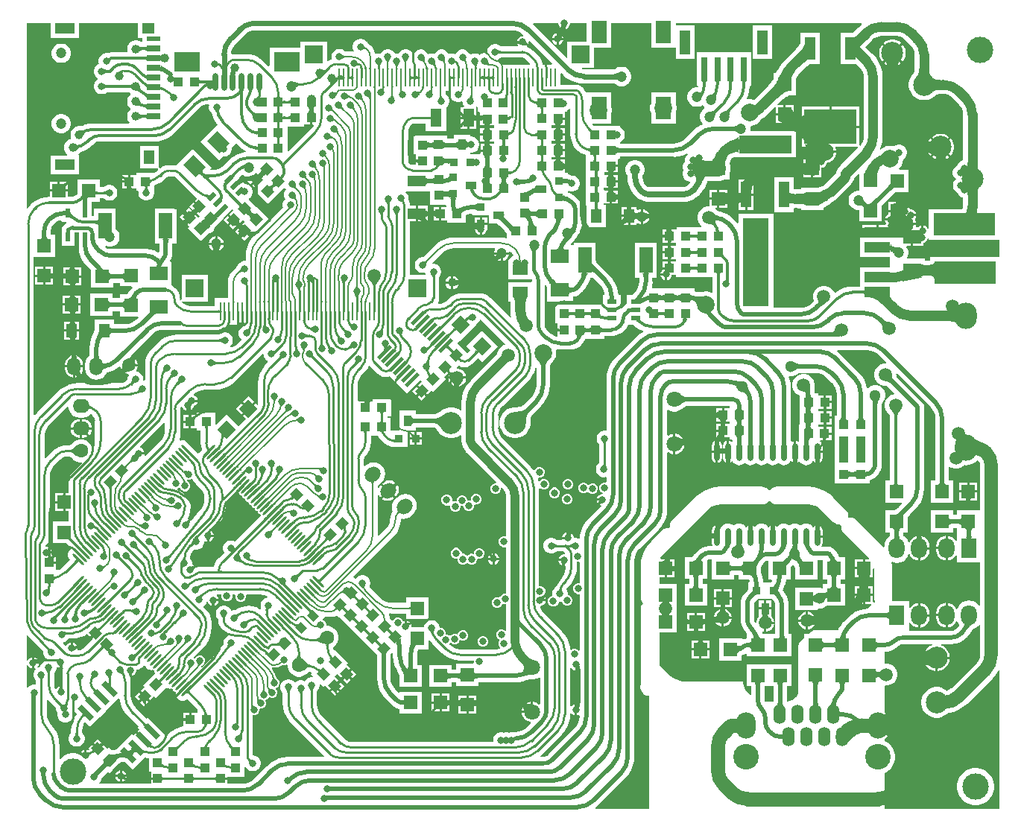
<source format=gbr>
%TF.GenerationSoftware,Altium Limited,Altium Designer,23.1.1 (15)*%
G04 Layer_Physical_Order=1*
G04 Layer_Color=255*
%FSLAX45Y45*%
%MOMM*%
%TF.SameCoordinates,06D7CB19-584F-49B0-A036-24662F40C1B1*%
%TF.FilePolarity,Positive*%
%TF.FileFunction,Copper,L1,Top,Signal*%
%TF.Part,Single*%
G01*
G75*
%TA.AperFunction,Conductor*%
%ADD10C,1.00000*%
%ADD11C,0.25400*%
%ADD12C,0.20000*%
%ADD13C,0.25000*%
%ADD14C,0.30000*%
%ADD15C,0.50000*%
%ADD16C,1.10000*%
%ADD17C,1.60000*%
%ADD18C,0.60000*%
%ADD19C,0.35000*%
%ADD20C,0.40000*%
%ADD21C,0.70000*%
%ADD22C,1.20000*%
%ADD23C,1.80000*%
%ADD24C,1.50000*%
%TA.AperFunction,SMDPad,CuDef*%
G04:AMPARAMS|DCode=25|XSize=0.3mm|YSize=1.8mm|CornerRadius=0mm|HoleSize=0mm|Usage=FLASHONLY|Rotation=135.000|XOffset=0mm|YOffset=0mm|HoleType=Round|Shape=Round|*
%AMOVALD25*
21,1,1.50000,0.30000,0.00000,0.00000,225.0*
1,1,0.30000,0.53033,0.53033*
1,1,0.30000,-0.53033,-0.53033*
%
%ADD25OVALD25*%

G04:AMPARAMS|DCode=26|XSize=0.3mm|YSize=1.8mm|CornerRadius=0mm|HoleSize=0mm|Usage=FLASHONLY|Rotation=225.000|XOffset=0mm|YOffset=0mm|HoleType=Round|Shape=Round|*
%AMOVALD26*
21,1,1.50000,0.30000,0.00000,0.00000,315.0*
1,1,0.30000,-0.53033,0.53033*
1,1,0.30000,0.53033,-0.53033*
%
%ADD26OVALD26*%

G04:AMPARAMS|DCode=27|XSize=1.1mm|YSize=1mm|CornerRadius=0mm|HoleSize=0mm|Usage=FLASHONLY|Rotation=45.000|XOffset=0mm|YOffset=0mm|HoleType=Round|Shape=Rectangle|*
%AMROTATEDRECTD27*
4,1,4,-0.03535,-0.74246,-0.74246,-0.03535,0.03535,0.74246,0.74246,0.03535,-0.03535,-0.74246,0.0*
%
%ADD27ROTATEDRECTD27*%

%ADD28R,1.00000X1.10000*%
%ADD29R,1.10000X1.00000*%
%ADD30R,1.52400X1.52400*%
%ADD31R,2.00000X1.60000*%
%ADD32R,7.00000X2.50000*%
%ADD33P,2.15526X4X270.0*%
%ADD34R,0.91440X1.27000*%
%ADD35R,0.91440X0.91440*%
%ADD36R,1.01600X0.50800*%
%ADD37R,3.00000X10.00000*%
%ADD38R,3.00000X1.20000*%
%ADD39R,0.70000X2.80000*%
%ADD40R,1.20000X2.80000*%
%ADD41R,1.80000X2.50000*%
%ADD42R,1.20000X1.50000*%
%ADD43R,1.50000X3.00000*%
%ADD44R,1.70000X1.20000*%
%ADD45R,1.27000X0.91440*%
%ADD46R,0.91440X0.91440*%
%ADD47R,2.00000X1.30000*%
%ADD48R,1.30000X2.00000*%
G04:AMPARAMS|DCode=49|XSize=1.1mm|YSize=1mm|CornerRadius=0mm|HoleSize=0mm|Usage=FLASHONLY|Rotation=135.000|XOffset=0mm|YOffset=0mm|HoleType=Round|Shape=Rectangle|*
%AMROTATEDRECTD49*
4,1,4,0.74246,-0.03535,0.03535,-0.74246,-0.74246,0.03535,-0.03535,0.74246,0.74246,-0.03535,0.0*
%
%ADD49ROTATEDRECTD49*%

G04:AMPARAMS|DCode=50|XSize=0.508mm|YSize=1.016mm|CornerRadius=0mm|HoleSize=0mm|Usage=FLASHONLY|Rotation=135.000|XOffset=0mm|YOffset=0mm|HoleType=Round|Shape=Rectangle|*
%AMROTATEDRECTD50*
4,1,4,0.53882,0.17961,-0.17961,-0.53882,-0.53882,-0.17961,0.17961,0.53882,0.53882,0.17961,0.0*
%
%ADD50ROTATEDRECTD50*%

G04:AMPARAMS|DCode=51|XSize=1.6mm|YSize=2mm|CornerRadius=0mm|HoleSize=0mm|Usage=FLASHONLY|Rotation=225.000|XOffset=0mm|YOffset=0mm|HoleType=Round|Shape=Rectangle|*
%AMROTATEDRECTD51*
4,1,4,-0.14142,1.27279,1.27279,-0.14142,0.14142,-1.27279,-1.27279,0.14142,-0.14142,1.27279,0.0*
%
%ADD51ROTATEDRECTD51*%

%ADD52R,0.25400X2.00000*%
%ADD53R,2.00000X2.00000*%
%ADD54R,3.00000X2.20000*%
%ADD55O,0.60960X2.03200*%
%ADD56R,1.52400X1.52400*%
%ADD57R,6.00000X4.00000*%
%ADD58R,1.20000X2.50000*%
%ADD59R,1.20000X3.00000*%
%ADD60R,6.00000X2.00000*%
G04:AMPARAMS|DCode=61|XSize=0.4mm|YSize=2mm|CornerRadius=0mm|HoleSize=0mm|Usage=FLASHONLY|Rotation=135.000|XOffset=0mm|YOffset=0mm|HoleType=Round|Shape=Rectangle|*
%AMROTATEDRECTD61*
4,1,4,0.84853,0.56569,-0.56569,-0.84853,-0.84853,-0.56569,0.56569,0.84853,0.84853,0.56569,0.0*
%
%ADD61ROTATEDRECTD61*%

%ADD62P,2.15526X4X180.0*%
G04:AMPARAMS|DCode=63|XSize=0.6mm|YSize=1.94998mm|CornerRadius=0mm|HoleSize=0mm|Usage=FLASHONLY|Rotation=225.000|XOffset=0mm|YOffset=0mm|HoleType=Round|Shape=Rectangle|*
%AMROTATEDRECTD63*
4,1,4,-0.47729,0.90156,0.90156,-0.47729,0.47729,-0.90156,-0.90156,0.47729,-0.47729,0.90156,0.0*
%
%ADD63ROTATEDRECTD63*%

G04:AMPARAMS|DCode=64|XSize=0.6mm|YSize=1.95001mm|CornerRadius=0mm|HoleSize=0mm|Usage=FLASHONLY|Rotation=225.000|XOffset=0mm|YOffset=0mm|HoleType=Round|Shape=Rectangle|*
%AMROTATEDRECTD64*
4,1,4,-0.47730,0.90156,0.90156,-0.47730,0.47730,-0.90156,-0.90156,0.47730,-0.47730,0.90156,0.0*
%
%ADD64ROTATEDRECTD64*%

%ADD65R,0.50800X1.01600*%
%ADD66R,1.20000X1.60000*%
%ADD67R,1.60000X0.50800*%
%ADD68R,1.40000X1.20000*%
%ADD69R,2.20000X1.20000*%
%ADD70R,1.60000X0.70000*%
G04:AMPARAMS|DCode=71|XSize=0.9mm|YSize=1mm|CornerRadius=0mm|HoleSize=0mm|Usage=FLASHONLY|Rotation=45.000|XOffset=0mm|YOffset=0mm|HoleType=Round|Shape=Rectangle|*
%AMROTATEDRECTD71*
4,1,4,0.03535,-0.67175,-0.67175,0.03535,-0.03535,0.67175,0.67175,-0.03535,0.03535,-0.67175,0.0*
%
%ADD71ROTATEDRECTD71*%

%TA.AperFunction,ComponentPad*%
%ADD72C,2.50000*%
%ADD73O,2.50000X3.00000*%
%TA.AperFunction,ViaPad*%
%ADD74C,3.00000*%
%TA.AperFunction,ComponentPad*%
%ADD75C,1.80000*%
%ADD76R,1.80000X2.30000*%
%ADD77O,1.80000X2.30000*%
%ADD78C,2.90000*%
%ADD79O,1.40000X2.20000*%
%ADD80O,2.20000X3.00000*%
%ADD81C,1.60000*%
G04:AMPARAMS|DCode=82|XSize=1.6mm|YSize=1.9mm|CornerRadius=0mm|HoleSize=0mm|Usage=FLASHONLY|Rotation=315.000|XOffset=0mm|YOffset=0mm|HoleType=Round|Shape=Round|*
%AMOVALD82*
21,1,0.30000,1.60000,0.00000,0.00000,45.0*
1,1,1.60000,-0.10607,-0.10607*
1,1,1.60000,0.10607,0.10607*
%
%ADD82OVALD82*%

%ADD83O,1.90000X1.60000*%
%ADD84O,1.50000X2.00000*%
%ADD85C,1.20000*%
%TA.AperFunction,ViaPad*%
%ADD86C,0.80000*%
%ADD87C,1.50000*%
%ADD88C,1.20000*%
%ADD89C,2.00000*%
%ADD90C,1.00000*%
%ADD91C,1.30000*%
G36*
X5463240Y-9874501D02*
X5244020D01*
Y-10056153D01*
X5232287Y-10061014D01*
X4857351Y-9686078D01*
X4857593Y-9685836D01*
X4852184Y-9681216D01*
X4856579Y-9669301D01*
X5141600D01*
Y-9678390D01*
X5146057Y-9695024D01*
X5154667Y-9709937D01*
X5166843Y-9722113D01*
X5181756Y-9730723D01*
X5194300Y-9734084D01*
Y-9669780D01*
X5219700D01*
Y-9734084D01*
X5232244Y-9730723D01*
X5247157Y-9722113D01*
X5259333Y-9709937D01*
X5267943Y-9695024D01*
X5272400Y-9678390D01*
Y-9669301D01*
X5463240D01*
Y-9874501D01*
D02*
G37*
G36*
X366095Y-9838881D02*
X416100D01*
Y-9874999D01*
X413694Y-9877953D01*
X413478Y-9878121D01*
X409496Y-9879763D01*
X403400Y-9881384D01*
X381498Y-9868739D01*
X356065Y-9861924D01*
X329735D01*
X304302Y-9868739D01*
X281499Y-9881904D01*
X262880Y-9900522D01*
X249715Y-9923325D01*
X242900Y-9948758D01*
Y-9975089D01*
X246712Y-9989315D01*
X238981Y-9999390D01*
X56405D01*
X39436Y-10001624D01*
X23735Y-10008128D01*
X22009Y-10007666D01*
X-1689D01*
X-24579Y-10013799D01*
X-45101Y-10025648D01*
X-61858Y-10042405D01*
X-73706Y-10062927D01*
X-79840Y-10085817D01*
Y-10109514D01*
X-74891Y-10127982D01*
X-80459Y-10129474D01*
X-100981Y-10141322D01*
X-117738Y-10158079D01*
X-129586Y-10178601D01*
X-135720Y-10201491D01*
Y-10225189D01*
X-129586Y-10248079D01*
X-117738Y-10268601D01*
X-100981Y-10285358D01*
X-91039Y-10291098D01*
Y-10305762D01*
X-100981Y-10311502D01*
X-117738Y-10328259D01*
X-129586Y-10348781D01*
X-135720Y-10371671D01*
Y-10395369D01*
X-129586Y-10418259D01*
X-117738Y-10438781D01*
X-100981Y-10455538D01*
X-80459Y-10467386D01*
X-57569Y-10473520D01*
X-33871D01*
X-10981Y-10467386D01*
X9541Y-10455538D01*
X12781Y-10452297D01*
X15376Y-10450779D01*
X16482Y-10450743D01*
X18164Y-10450351D01*
X261020D01*
X262505Y-10450717D01*
X264183Y-10450793D01*
X264388Y-10450905D01*
X265080Y-10451358D01*
X266095Y-10452138D01*
X267416Y-10453310D01*
X270083Y-10456005D01*
X274216Y-10458797D01*
X278631Y-10463211D01*
X280381Y-10471150D01*
X278631Y-10479089D01*
X262880Y-10494839D01*
X249715Y-10517642D01*
X242900Y-10543075D01*
Y-10569405D01*
X249715Y-10594838D01*
X262880Y-10617641D01*
X278631Y-10633391D01*
X280381Y-10641330D01*
X278631Y-10649269D01*
X262880Y-10665019D01*
X249715Y-10687822D01*
X242900Y-10713255D01*
Y-10739585D01*
X249715Y-10765018D01*
X262880Y-10787821D01*
X270538Y-10795479D01*
X265278Y-10808179D01*
X-149001D01*
Y-10807880D01*
X-192648Y-10811315D01*
X-235220Y-10821536D01*
X-258165Y-10831040D01*
X-259477Y-10831144D01*
X-262459Y-10832667D01*
X-265733Y-10833363D01*
X-268529Y-10834565D01*
X-269924Y-10835065D01*
X-271413Y-10835496D01*
X-273020Y-10835857D01*
X-274796Y-10836147D01*
X-276761Y-10836353D01*
X-278275Y-10836426D01*
X-284625Y-10836232D01*
X-288053Y-10835873D01*
X-291266Y-10836170D01*
X-312885D01*
X-338318Y-10842985D01*
X-361121Y-10856150D01*
X-379740Y-10874768D01*
X-392905Y-10897571D01*
X-399720Y-10923004D01*
Y-10949335D01*
X-394588Y-10968487D01*
X-401089Y-10983377D01*
X-411978Y-10986295D01*
X-434781Y-10999460D01*
X-453400Y-11018079D01*
X-466565Y-11040882D01*
X-473380Y-11066315D01*
Y-11092645D01*
X-466565Y-11118078D01*
X-453400Y-11140881D01*
X-438100Y-11156181D01*
X-442793Y-11168881D01*
X-623900D01*
Y-11388881D01*
X-303901D01*
Y-11168881D01*
X-303967D01*
X-308660Y-11156181D01*
X-298591Y-11146112D01*
X-295212Y-11143395D01*
X-292595Y-11140272D01*
X-290845Y-11138384D01*
X-289195Y-11136783D01*
X-287651Y-11135444D01*
X-286215Y-11134338D01*
X-284879Y-11133433D01*
X-283624Y-11132692D01*
X-282435Y-11132090D01*
X-281270Y-11131593D01*
X-278517Y-11130627D01*
X-278216Y-11130450D01*
X-277201Y-11130206D01*
X-232079Y-11111516D01*
X-190436Y-11085997D01*
X-153298Y-11054278D01*
X-153298Y-11054278D01*
X-144599Y-11045016D01*
X-133982Y-11034399D01*
X-133981Y-11034399D01*
X-133922Y-11034458D01*
X-118781Y-11022839D01*
X-101148Y-11015536D01*
X-82226Y-11013045D01*
Y-11012961D01*
X547570D01*
Y-11013386D01*
X597626Y-11009447D01*
X646451Y-10997725D01*
X692840Y-10978510D01*
X735653Y-10952275D01*
X773834Y-10919664D01*
X773533Y-10919363D01*
X1051463Y-10641433D01*
X1051995Y-10640741D01*
X1079908Y-10617833D01*
X1112522Y-10600401D01*
X1147909Y-10589666D01*
X1166955Y-10587790D01*
X1175171Y-10597475D01*
X1172380Y-10607891D01*
Y-10631589D01*
X1178514Y-10654479D01*
X1190362Y-10675001D01*
X1199807Y-10684445D01*
X1202946Y-10688604D01*
X1203938Y-10689488D01*
X1203946Y-10689500D01*
X1204095Y-10689775D01*
X1205268Y-10692998D01*
X1205804Y-10694941D01*
X1207658Y-10698632D01*
X1211404Y-10714233D01*
X1229766Y-10758564D01*
X1254837Y-10799476D01*
X1268939Y-10815988D01*
X1261105Y-10825442D01*
X1260678Y-10825870D01*
X1077258Y-11009290D01*
X1289390Y-11221422D01*
X1326764Y-11184048D01*
X1329271Y-11184720D01*
X1352969D01*
X1375859Y-11178586D01*
X1396381Y-11166738D01*
X1413138Y-11149981D01*
X1424986Y-11129459D01*
X1431120Y-11106569D01*
Y-11082871D01*
X1430448Y-11080364D01*
X1471714Y-11039098D01*
X1484372Y-11033795D01*
X1512180Y-11061603D01*
X1512180Y-11061604D01*
X1511880Y-11061904D01*
X1550061Y-11094515D01*
X1588530Y-11118089D01*
X1585413Y-11131073D01*
X1576221Y-11131797D01*
X1527014Y-11143610D01*
X1480261Y-11162976D01*
X1437113Y-11189417D01*
X1398633Y-11222282D01*
X1398924Y-11222573D01*
X1322798Y-11298700D01*
X1322119Y-11299584D01*
X1299318Y-11317080D01*
X1271735Y-11328505D01*
X1254293Y-11330801D01*
X1244523Y-11331854D01*
X1233778Y-11331985D01*
X1229555Y-11332401D01*
X1212403Y-11334090D01*
X1211549Y-11333978D01*
X1193428D01*
X1188567Y-11322245D01*
X1203830Y-11306982D01*
X991698Y-11094850D01*
X807851Y-11278698D01*
X807850D01*
X796981Y-11283117D01*
X774666Y-11280920D01*
X769620Y-11279916D01*
X726982D01*
X724068Y-11280495D01*
X689229Y-11283927D01*
X652927Y-11294939D01*
X619471Y-11312821D01*
X618797Y-11313374D01*
X606097Y-11307368D01*
Y-11058884D01*
X386098D01*
Y-11318883D01*
X592065D01*
X596609Y-11331583D01*
X592457Y-11334991D01*
X589962Y-11336659D01*
X582456Y-11344165D01*
X573626Y-11352994D01*
X564468Y-11361544D01*
X564367Y-11361627D01*
X554580Y-11368100D01*
Y-11368100D01*
X554579Y-11368100D01*
X344580D01*
Y-11392700D01*
X279278D01*
Y-11468100D01*
Y-11543500D01*
X344580D01*
Y-11568100D01*
X362688D01*
X370420Y-11578175D01*
X369740Y-11580711D01*
Y-11604409D01*
X375874Y-11627299D01*
X387722Y-11647821D01*
X404479Y-11664578D01*
X425001Y-11676426D01*
X447891Y-11682560D01*
X471589D01*
X494479Y-11676426D01*
X515001Y-11664578D01*
X531758Y-11647821D01*
X543606Y-11627299D01*
X549740Y-11604409D01*
Y-11580711D01*
X548488Y-11576039D01*
X554580Y-11568100D01*
X554580D01*
Y-11511961D01*
X586950Y-11498553D01*
X627435Y-11473744D01*
X661688Y-11444489D01*
X663746Y-11443114D01*
X680081Y-11426778D01*
X680977Y-11425437D01*
X693540Y-11415798D01*
X709671Y-11409117D01*
X725388Y-11407047D01*
X726982Y-11407364D01*
X769620D01*
X770593Y-11407171D01*
X778235Y-11408691D01*
X784713Y-11413019D01*
X785265Y-11413845D01*
X982405Y-11610985D01*
X984239Y-11612210D01*
X1019919Y-11642684D01*
X1034904Y-11651867D01*
X1036397Y-11664479D01*
X1013987Y-11686889D01*
X1070838Y-11743740D01*
X1061858Y-11752720D01*
X1070838Y-11761701D01*
X1035915Y-11796624D01*
X1063560Y-11824269D01*
X1059846Y-11821266D01*
X1055774Y-11819328D01*
X1051344Y-11818455D01*
X1046555Y-11818647D01*
X1041410Y-11819903D01*
X1035906Y-11822225D01*
X1030044Y-11825612D01*
X1028923Y-11826415D01*
X1063698Y-11861190D01*
X1052220Y-11872668D01*
X1017462Y-11837910D01*
X1016752Y-11838904D01*
X1013393Y-11844738D01*
X1011095Y-11850218D01*
X1009858Y-11855344D01*
X1009681Y-11860118D01*
X1010565Y-11864537D01*
X1012509Y-11868603D01*
X1015514Y-11872315D01*
X989139Y-11845940D01*
X953998Y-11881081D01*
X918948Y-11916131D01*
X948555Y-11945914D01*
X945958Y-11943942D01*
X943265Y-11943123D01*
X940475Y-11943457D01*
X937589Y-11944944D01*
X934606Y-11947585D01*
X931527Y-11951378D01*
X928352Y-11956324D01*
X926348Y-11960060D01*
X946858Y-11980570D01*
X929463Y-11997965D01*
X1077955Y-12146457D01*
X1164920Y-12059492D01*
X1178909Y-12055743D01*
X1203992Y-12041262D01*
X1224472Y-12020781D01*
X1238954Y-11995698D01*
X1243632Y-11978240D01*
X1336217Y-11885655D01*
Y-11885656D01*
X1336219Y-11882771D01*
X1356179Y-11862887D01*
X1356206Y-11862847D01*
X1356247Y-11862819D01*
X1357466Y-11860996D01*
X1391651Y-11826811D01*
X1392804Y-11825308D01*
X1438971Y-11779141D01*
X1452318Y-11792488D01*
X1406143Y-11838663D01*
X1459459Y-11891979D01*
X1494383Y-11926903D01*
X1521218Y-11900068D01*
X1518215Y-11903782D01*
X1516277Y-11907855D01*
X1515404Y-11912285D01*
X1515596Y-11917073D01*
X1516853Y-11922219D01*
X1519175Y-11927723D01*
X1522562Y-11933584D01*
X1523364Y-11934705D01*
X1558950Y-11899120D01*
X1576344Y-11916514D01*
X1574315Y-11928374D01*
X1545691Y-11956998D01*
X1546685Y-11957708D01*
X1552518Y-11961066D01*
X1557998Y-11963364D01*
X1563125Y-11964602D01*
X1567898Y-11964779D01*
X1572317Y-11963895D01*
X1576383Y-11961950D01*
X1580095Y-11958945D01*
X1553721Y-11985319D01*
X1588861Y-12020459D01*
X1597791Y-12029389D01*
X1602808Y-12019475D01*
X1604437Y-12022618D01*
X1606480Y-12025502D01*
X1608938Y-12028129D01*
X1611809Y-12030497D01*
X1615095Y-12032607D01*
X1618795Y-12034459D01*
X1622909Y-12036053D01*
X1627437Y-12037389D01*
X1632379Y-12038467D01*
X1637736Y-12039287D01*
X1630289Y-12048879D01*
X1645011Y-12034157D01*
X1644159Y-12035090D01*
X1643547Y-12035943D01*
X1643177Y-12036716D01*
X1643047Y-12037408D01*
X1643159Y-12038021D01*
X1643512Y-12038553D01*
X1644105Y-12039005D01*
X1644940Y-12039377D01*
X1646016Y-12039669D01*
X1647333Y-12039880D01*
X1645397Y-12070555D01*
X1688350Y-12027601D01*
X1705745Y-12044996D01*
X1854237Y-11896504D01*
X1712816Y-11755083D01*
X1712356Y-11755542D01*
X1627720Y-11670906D01*
X1629377Y-11658314D01*
X1635141Y-11654986D01*
X1651898Y-11638229D01*
X1663746Y-11617707D01*
X1669880Y-11594817D01*
Y-11571120D01*
X1663746Y-11548230D01*
X1651898Y-11527707D01*
X1635141Y-11510951D01*
X1614619Y-11499102D01*
X1591729Y-11492969D01*
X1582201D01*
X1547041Y-11457808D01*
X1533394Y-11471455D01*
X1537347Y-11484978D01*
X1515355Y-11497264D01*
X1506588Y-11488497D01*
X1470882Y-11524204D01*
X1452922Y-11506243D01*
X1488628Y-11470537D01*
X1479865Y-11461774D01*
X1480408Y-11461625D01*
X1481787Y-11460930D01*
X1487056Y-11457900D01*
X1502676Y-11448233D01*
X1501926Y-11447482D01*
X1519320Y-11430088D01*
X1514146Y-11424913D01*
X1550554Y-11388505D01*
X1559129Y-11397079D01*
X1584212Y-11411561D01*
X1596279Y-11414794D01*
X1596621Y-11408720D01*
X1612644Y-11406703D01*
X1653776Y-11398744D01*
X1665175Y-11395455D01*
X1675418Y-11391847D01*
X1684504Y-11387921D01*
X1692434Y-11383677D01*
X1699208Y-11379114D01*
X1704826Y-11374233D01*
X1668857Y-11469588D01*
X1699379Y-11439067D01*
X1717339Y-11457027D01*
X1708652Y-11465715D01*
X1726050D01*
X1726014Y-11466251D01*
X1725929Y-11473835D01*
X1725906Y-11488431D01*
X1743146Y-11490183D01*
X1739862Y-11490394D01*
X1736924Y-11491730D01*
X1734331Y-11494190D01*
X1732084Y-11497774D01*
X1730183Y-11502484D01*
X1728627Y-11508317D01*
X1727417Y-11515276D01*
X1726553Y-11523359D01*
X1725862Y-11542898D01*
X1690861Y-11535828D01*
X1690689Y-11526128D01*
X1689306Y-11509681D01*
X1688096Y-11502933D01*
X1686540Y-11497170D01*
X1684639Y-11492390D01*
X1683649Y-11490717D01*
X1664024Y-11510342D01*
X1710200Y-11556519D01*
X1692806Y-11573913D01*
X1841298Y-11722405D01*
X1960659Y-11603044D01*
X2022082Y-11541621D01*
X2037953Y-11543710D01*
X2043802Y-11553841D01*
X2048231Y-11558270D01*
X2043802Y-11562699D01*
X2031954Y-11583221D01*
X2025820Y-11606111D01*
Y-11629809D01*
X2031954Y-11652699D01*
X2039881Y-11666428D01*
X2027840Y-11678469D01*
X2015991Y-11698991D01*
X2009858Y-11721881D01*
Y-11745578D01*
X2012773Y-11756458D01*
X1681995Y-12087237D01*
X1681032Y-12088678D01*
X1650041Y-12124964D01*
X1624217Y-12167105D01*
X1605303Y-12212768D01*
X1593765Y-12260827D01*
X1590021Y-12308398D01*
X1589682Y-12310099D01*
Y-12369878D01*
X1589214Y-12370237D01*
X1565518D01*
X1542628Y-12376370D01*
X1522105Y-12388219D01*
X1505349Y-12404975D01*
X1499276Y-12415493D01*
X1495873Y-12419804D01*
X1495811Y-12420023D01*
X1495672Y-12420202D01*
X1491711Y-12428134D01*
X1486601Y-12437147D01*
X1486063Y-12437984D01*
X1484668Y-12439911D01*
X1438547Y-12486033D01*
X1438546Y-12486033D01*
X1438522Y-12486057D01*
X1436394Y-12489242D01*
X1418110Y-12511521D01*
X1402728Y-12540299D01*
X1393256Y-12571525D01*
X1390424Y-12600275D01*
X1389683Y-12603999D01*
Y-12793840D01*
X1238161D01*
Y-12880116D01*
X959970D01*
X956340Y-12880838D01*
X922285Y-12876353D01*
X887167Y-12861807D01*
X864013Y-12844041D01*
X868047Y-12832156D01*
X868805Y-12831342D01*
X1160864D01*
Y-12531341D01*
X860864D01*
Y-12808237D01*
X848164Y-12815138D01*
X844500Y-12812762D01*
X843047Y-12805460D01*
X843504Y-12803163D01*
Y-12798985D01*
X842675Y-12794817D01*
X839870Y-12766333D01*
X830345Y-12734935D01*
X814878Y-12705999D01*
X796721Y-12683873D01*
X794360Y-12680340D01*
X790472Y-12677742D01*
X783962Y-12672400D01*
X783511Y-12671650D01*
X778894Y-12668240D01*
X778036Y-12667536D01*
X773725Y-12663306D01*
X772068Y-12662639D01*
X769992Y-12660935D01*
X754490Y-12652649D01*
X749441Y-12642039D01*
Y-12382040D01*
X733902D01*
X728601Y-12369340D01*
X743850Y-12340812D01*
X754337Y-12306240D01*
X757878Y-12270287D01*
X757638D01*
Y-12173440D01*
X757953Y-12172048D01*
X757980Y-12171020D01*
X806991D01*
Y-11771020D01*
X556991D01*
Y-12171020D01*
X606002D01*
X606029Y-12172048D01*
X606344Y-12173440D01*
Y-12266115D01*
X605578Y-12267155D01*
X598776Y-12271759D01*
X592884Y-12272889D01*
X554295Y-12252263D01*
X505829Y-12237560D01*
X455426Y-12232596D01*
Y-12233193D01*
X57654D01*
X56551Y-12233338D01*
X30023Y-12229846D01*
X4275Y-12219181D01*
X-7671Y-12210014D01*
X-10076Y-12207648D01*
X-10102Y-12206644D01*
X2028Y-12199204D01*
X4314Y-12200523D01*
X32290Y-12208020D01*
X61254D01*
X89230Y-12200523D01*
X114313Y-12186042D01*
X134794Y-12165561D01*
X149276Y-12140478D01*
X156772Y-12112502D01*
Y-12083538D01*
X149276Y-12055562D01*
X134794Y-12030479D01*
X114313Y-12009998D01*
X113571Y-12009569D01*
Y-11771020D01*
X-136429D01*
Y-11862298D01*
X-161317D01*
Y-11827355D01*
X-161070Y-11825478D01*
Y-11777133D01*
X-160642Y-11774983D01*
X-160652Y-11774934D01*
X-160642Y-11774886D01*
X-160737Y-11724886D01*
X-161070Y-11723231D01*
Y-11695900D01*
X-64299D01*
Y-11658824D01*
X-24327D01*
X-23222Y-11659884D01*
X-19436Y-11662303D01*
X-14621Y-11667118D01*
X5901Y-11678966D01*
X28791Y-11685100D01*
X52489D01*
X75379Y-11678966D01*
X95901Y-11667118D01*
X112658Y-11650361D01*
X124506Y-11629839D01*
X130640Y-11606949D01*
Y-11583251D01*
X124506Y-11560361D01*
X112658Y-11539839D01*
X95901Y-11523082D01*
X75379Y-11511234D01*
X52489Y-11505100D01*
X28791D01*
X5901Y-11511234D01*
X-14621Y-11523082D01*
X-19436Y-11527897D01*
X-23222Y-11530315D01*
X-24327Y-11531376D01*
X-64299D01*
Y-11443500D01*
X-316699D01*
Y-11598033D01*
X-322144Y-11604334D01*
X-327740Y-11610105D01*
X-328751Y-11611669D01*
X-337374Y-11620292D01*
X-338364Y-11621582D01*
X-357603Y-11634437D01*
X-380296Y-11638951D01*
X-381908Y-11638739D01*
X-431799D01*
Y-11582400D01*
X-533399D01*
X-634999D01*
Y-11638739D01*
X-641511D01*
X-659132Y-11641059D01*
X-670072Y-11645590D01*
X-691175Y-11647251D01*
X-739617Y-11658881D01*
X-785643Y-11677945D01*
X-806242Y-11690569D01*
X-809246Y-11691166D01*
X-829920Y-11704980D01*
X-852045Y-11727105D01*
X-853205Y-11728841D01*
X-884225Y-11765161D01*
X-887416Y-11770368D01*
X-899640Y-11766921D01*
X-899640Y-9669301D01*
X-623901D01*
Y-9838881D01*
X-303901D01*
Y-9669301D01*
X366095D01*
Y-9838881D01*
D02*
G37*
G36*
X8598217Y-9894565D02*
X8579327Y-9914230D01*
X8548934Y-9950821D01*
X8537432Y-9967746D01*
X8528392Y-9983759D01*
X8521814Y-9998859D01*
X8517699Y-10013046D01*
X8516047Y-10026320D01*
X8516857Y-10038681D01*
X8520130Y-10050128D01*
X8429872Y-9829870D01*
X8435481Y-9838981D01*
X8443301Y-9844332D01*
X8453331Y-9845924D01*
X8465572Y-9843755D01*
X8480023Y-9837826D01*
X8496684Y-9828138D01*
X8515556Y-9814689D01*
X8536639Y-9797480D01*
X8585435Y-9751783D01*
X8598217Y-9894565D01*
D02*
G37*
G36*
X4654551Y-9752509D02*
X4687110Y-9762386D01*
X4717118Y-9778425D01*
X4742556Y-9799302D01*
X4743238Y-9800191D01*
X4745522Y-9802475D01*
X4740262Y-9815175D01*
X4728440D01*
X4711807Y-9819632D01*
X4696894Y-9828242D01*
X4684718Y-9840418D01*
X4676107Y-9855332D01*
X4672747Y-9867875D01*
X4696647D01*
X4697010Y-9867497D01*
X4699125Y-9864980D01*
X4701257Y-9862128D01*
X4703407Y-9858939D01*
X4705254Y-9867875D01*
X4737050D01*
Y-9893275D01*
X4710506D01*
X4714746Y-9913779D01*
X4710926Y-9911298D01*
X4700285Y-9905421D01*
X4697011Y-9903985D01*
X4693874Y-9902809D01*
X4690873Y-9901895D01*
X4688009Y-9901242D01*
X4685281Y-9900850D01*
X4682690Y-9900720D01*
Y-9893275D01*
X4672747D01*
X4676107Y-9905819D01*
X4683415Y-9918476D01*
X4679054Y-9931176D01*
X4487107D01*
X4486002Y-9930116D01*
X4482216Y-9927697D01*
X4477401Y-9922882D01*
X4456879Y-9911034D01*
X4433989Y-9904900D01*
X4410291D01*
X4387401Y-9911034D01*
X4366879Y-9922882D01*
X4350122Y-9939639D01*
X4338274Y-9960161D01*
X4332140Y-9983051D01*
Y-9997369D01*
X4319610Y-10007160D01*
X4317149Y-10006500D01*
X4293451D01*
X4270561Y-10012634D01*
X4250039Y-10024482D01*
X4247976Y-10026546D01*
X4228279Y-10015174D01*
X4205389Y-10009040D01*
X4181691D01*
X4158801Y-10015174D01*
X4149633Y-10020467D01*
X4134188Y-10014720D01*
X4126035Y-10000599D01*
X4109279Y-9983842D01*
X4088756Y-9971994D01*
X4065866Y-9965860D01*
X4042169D01*
X4019279Y-9971994D01*
X3998757Y-9983842D01*
X3982000Y-10000599D01*
X3970583Y-10020373D01*
X3961579Y-10015174D01*
X3938689Y-10009040D01*
X3914991D01*
X3892856Y-10014971D01*
X3884558Y-10000599D01*
X3867801Y-9983842D01*
X3847279Y-9971994D01*
X3824389Y-9965860D01*
X3800691D01*
X3777801Y-9971994D01*
X3757279Y-9983842D01*
X3740522Y-10000599D01*
X3732998Y-10013631D01*
X3715865Y-10009040D01*
X3692168D01*
X3669278Y-10015174D01*
X3663694Y-10018398D01*
X3653418Y-10000599D01*
X3636661Y-9983842D01*
X3616139Y-9971994D01*
X3593249Y-9965860D01*
X3569551D01*
X3546661Y-9971994D01*
X3526139Y-9983842D01*
X3509382Y-10000599D01*
X3502303Y-10012861D01*
X3498829Y-10013760D01*
X3487904Y-10012400D01*
X3478158Y-9995519D01*
X3461401Y-9978762D01*
X3440879Y-9966914D01*
X3417989Y-9960780D01*
X3394291D01*
X3371401Y-9966914D01*
X3350879Y-9978762D01*
X3334122Y-9995519D01*
X3324986Y-10011344D01*
X3316389Y-10009040D01*
X3292691D01*
X3284094Y-10011344D01*
X3274958Y-9995519D01*
X3258201Y-9978762D01*
X3237679Y-9966914D01*
X3214789Y-9960780D01*
X3191091D01*
X3168201Y-9966914D01*
X3147679Y-9978762D01*
X3130922Y-9995519D01*
X3122126Y-10010754D01*
X3115729Y-10009040D01*
X3092031D01*
X3074243Y-10013806D01*
X3067342Y-10013537D01*
X3059278Y-10006204D01*
X3051216Y-9979627D01*
X3034625Y-9948588D01*
X3014270Y-9923786D01*
X3012517Y-9921163D01*
X3009294Y-9919008D01*
X2987265Y-9900930D01*
X2987256Y-9900925D01*
X2986884Y-9900525D01*
X2982908Y-9897650D01*
X2979788Y-9894584D01*
X2979315Y-9894058D01*
X2973127Y-9886058D01*
X2971275Y-9883330D01*
X2969191Y-9881274D01*
X2967692Y-9878679D01*
X2950936Y-9861922D01*
X2930413Y-9850074D01*
X2907523Y-9843940D01*
X2883826D01*
X2860936Y-9850074D01*
X2840414Y-9861922D01*
X2823657Y-9878679D01*
X2811808Y-9899201D01*
X2805675Y-9922091D01*
Y-9945789D01*
X2811808Y-9968679D01*
X2816715Y-9977177D01*
X2808978Y-9989177D01*
X2789417Y-9987250D01*
X2788944Y-9987156D01*
X2721847D01*
X2720170Y-9985770D01*
X2718124Y-9983781D01*
X2714215Y-9981247D01*
X2709282Y-9976314D01*
X2688759Y-9964465D01*
X2665869Y-9958332D01*
X2642172D01*
X2619282Y-9964465D01*
X2598760Y-9976314D01*
X2582003Y-9993071D01*
X2570154Y-10013593D01*
X2564021Y-10036483D01*
Y-10060180D01*
X2568769Y-10077901D01*
X2554872Y-10082116D01*
X2526724Y-10097162D01*
X2514024Y-10092572D01*
Y-9874501D01*
X2214024D01*
Y-9944120D01*
X1861160D01*
Y-10151687D01*
X1849427Y-10156547D01*
X1790146Y-10097267D01*
X1790146Y-10097266D01*
X1790146D01*
X1787418Y-10095444D01*
X1757437Y-10069837D01*
X1721068Y-10047550D01*
X1681660Y-10031227D01*
X1640183Y-10021269D01*
X1600876Y-10018176D01*
X1597660Y-10017536D01*
X1469533D01*
X1464947Y-10018448D01*
X1438581Y-10021045D01*
X1437094Y-10021496D01*
X1425286Y-10011806D01*
X1427429Y-9990049D01*
X1437306Y-9957490D01*
X1453345Y-9927482D01*
X1474222Y-9902044D01*
X1475111Y-9901362D01*
X1577782Y-9798691D01*
X1578464Y-9797802D01*
X1603902Y-9776925D01*
X1633910Y-9760886D01*
X1663658Y-9751862D01*
X1676320Y-9751735D01*
X1678812Y-9750702D01*
X1691371Y-9749430D01*
X4620690D01*
X4621802Y-9749284D01*
X4654551Y-9752509D01*
D02*
G37*
G36*
X4777297Y-9877840D02*
X4778358Y-9881336D01*
X4779713Y-9884620D01*
X4781359Y-9887691D01*
X4783299Y-9890551D01*
X4785531Y-9893198D01*
X4788056Y-9895633D01*
X4790873Y-9897855D01*
X4793983Y-9899866D01*
X4797385Y-9901664D01*
X4782233Y-9922189D01*
X4779236Y-9920983D01*
X4776062Y-9919994D01*
X4772711Y-9919222D01*
X4769182Y-9918669D01*
X4765476Y-9918332D01*
X4761592Y-9918214D01*
X4757531Y-9918313D01*
X4748876Y-9919164D01*
X4744283Y-9919916D01*
X4776528Y-9874132D01*
X4777297Y-9877840D01*
D02*
G37*
G36*
X2931833Y-9915996D02*
X2940129Y-9926721D01*
X2942916Y-9929826D01*
X2948523Y-9935334D01*
X2951343Y-9937737D01*
X2957015Y-9941838D01*
X2952537Y-9963072D01*
X2949746Y-9961252D01*
X2946816Y-9959922D01*
X2943745Y-9959082D01*
X2940534Y-9958731D01*
X2937183Y-9958870D01*
X2933692Y-9959498D01*
X2930060Y-9960616D01*
X2926289Y-9962224D01*
X2922378Y-9964321D01*
X2918327Y-9966908D01*
X2929089Y-9911952D01*
X2931833Y-9915996D01*
D02*
G37*
G36*
X466405Y-9987902D02*
X466105Y-9985052D01*
X465205Y-9982502D01*
X463705Y-9980252D01*
X461605Y-9978302D01*
X458905Y-9976652D01*
X455605Y-9975302D01*
X451705Y-9974252D01*
X447205Y-9973502D01*
X442105Y-9973052D01*
X436405Y-9972902D01*
Y-9942902D01*
X442105Y-9942752D01*
X447205Y-9942302D01*
X451705Y-9941552D01*
X455605Y-9940502D01*
X458905Y-9939152D01*
X461605Y-9937502D01*
X463705Y-9935552D01*
X465205Y-9933302D01*
X466105Y-9930752D01*
X466405Y-9927902D01*
Y-9987902D01*
D02*
G37*
G36*
X379996Y-9927725D02*
X384322Y-9930910D01*
X388654Y-9933721D01*
X392991Y-9936157D01*
X397335Y-9938218D01*
X401684Y-9939904D01*
X406040Y-9941216D01*
X410400Y-9942152D01*
X414768Y-9942714D01*
X419140Y-9942902D01*
X421680Y-9972902D01*
X417165Y-9973112D01*
X412757Y-9973743D01*
X408454Y-9974795D01*
X404258Y-9976268D01*
X400168Y-9978161D01*
X396183Y-9980475D01*
X392305Y-9983210D01*
X388533Y-9986365D01*
X384867Y-9989941D01*
X381307Y-9993938D01*
X375676Y-9924165D01*
X379996Y-9927725D01*
D02*
G37*
G36*
X4453775Y-9969845D02*
X4456905Y-9972480D01*
X4460096Y-9974805D01*
X4463347Y-9976820D01*
X4466660Y-9978525D01*
X4470034Y-9979920D01*
X4473468Y-9981005D01*
X4476963Y-9981780D01*
X4480520Y-9982245D01*
X4484137Y-9982400D01*
Y-10007400D01*
X4480520Y-10007555D01*
X4476963Y-10008020D01*
X4473468Y-10008795D01*
X4470034Y-10009880D01*
X4466660Y-10011275D01*
X4463347Y-10012980D01*
X4460096Y-10014995D01*
X4456905Y-10017320D01*
X4453775Y-10019955D01*
X4450706Y-10022900D01*
Y-9966900D01*
X4453775Y-9969845D01*
D02*
G37*
G36*
X632313Y-10041734D02*
X633066Y-10042190D01*
X636400Y-10043540D01*
X640340Y-10044590D01*
X644885Y-10045340D01*
X650037Y-10045790D01*
X655795Y-10045940D01*
Y-10075940D01*
X650037Y-10076090D01*
X644885Y-10076540D01*
X640340Y-10077290D01*
X636400Y-10078340D01*
X633066Y-10079690D01*
X632313Y-10080146D01*
Y-10095940D01*
X628364Y-10092140D01*
X625611Y-10089803D01*
X625490Y-10090940D01*
Y-10089700D01*
X624360Y-10088740D01*
X620300Y-10085740D01*
X616184Y-10083140D01*
X612014Y-10080940D01*
X607787Y-10079140D01*
X603504Y-10077740D01*
X599166Y-10076740D01*
X594772Y-10076140D01*
X590323Y-10075940D01*
Y-10045940D01*
X594772Y-10045740D01*
X599166Y-10045140D01*
X603504Y-10044140D01*
X607787Y-10042740D01*
X612014Y-10040940D01*
X616184Y-10038740D01*
X620300Y-10036140D01*
X624360Y-10033140D01*
X625490Y-10032180D01*
Y-10030940D01*
X625611Y-10032077D01*
X628364Y-10029740D01*
X632313Y-10025940D01*
Y-10041734D01*
D02*
G37*
G36*
X66823Y-10075746D02*
X63636Y-10078975D01*
X52765Y-10091327D01*
X51604Y-10093038D01*
X50781Y-10094496D01*
X50295Y-10095701D01*
X50147Y-10096653D01*
X29629Y-10062724D01*
X30692Y-10063141D01*
X31877Y-10063280D01*
X33186Y-10063140D01*
X34617Y-10062721D01*
X36173Y-10062023D01*
X37851Y-10061045D01*
X39653Y-10059789D01*
X41578Y-10058253D01*
X45798Y-10054345D01*
X66823Y-10075746D01*
D02*
G37*
G36*
X8587250Y-9682001D02*
X8557695Y-9707244D01*
X8557694Y-9707244D01*
X8548768Y-9716278D01*
X8503058Y-9759084D01*
X8484612Y-9774141D01*
X8477428Y-9779260D01*
X8431887D01*
X8430065Y-9778891D01*
X8428169Y-9779260D01*
X8350740D01*
Y-10129260D01*
X8524067D01*
X8559235Y-10164428D01*
X8567998Y-10173192D01*
X8576114Y-10182531D01*
X8586707Y-10195439D01*
X8600425Y-10221103D01*
X8608873Y-10248950D01*
X8611575Y-10276386D01*
X8611374Y-10277910D01*
Y-10956490D01*
X8611575Y-10958014D01*
X8608873Y-10985450D01*
X8600425Y-11013297D01*
X8586707Y-11038961D01*
X8576114Y-11051869D01*
X8569909Y-11059009D01*
X8565217Y-11058759D01*
X8563877Y-11058252D01*
X8557540Y-11053706D01*
Y-10855960D01*
X8232142D01*
X7932750D01*
Y-11014676D01*
X7931246Y-10999807D01*
X7926733Y-10985054D01*
X7919213Y-10970416D01*
X7908684Y-10955894D01*
X7906740Y-10953825D01*
Y-11068660D01*
X7953984D01*
X7952671Y-11061162D01*
X7949572Y-11053197D01*
X7945168Y-11047507D01*
X7939459Y-11044093D01*
X7932445Y-11042955D01*
X8170939Y-11042650D01*
X8163050Y-11043800D01*
X8155424Y-11047231D01*
X8148059Y-11052941D01*
X8140958Y-11060931D01*
X8134118Y-11071201D01*
X8127542Y-11083751D01*
X8121228Y-11098581D01*
X8115176Y-11115691D01*
X8114655Y-11117580D01*
X8296580D01*
Y-11113771D01*
X8288034Y-11081878D01*
X8286753Y-11079659D01*
X8293103Y-11068660D01*
X8542586D01*
X8547847Y-11081360D01*
X8348559Y-11280647D01*
X8348526Y-11280614D01*
X8323910Y-11310608D01*
X8305619Y-11344829D01*
X8298278Y-11369028D01*
X8159735Y-11507572D01*
X8136504Y-11517900D01*
X8090386Y-11537480D01*
X7951358D01*
X7947965Y-11536805D01*
X7944879Y-11537419D01*
X7941741Y-11537186D01*
X7940852Y-11537480D01*
X7897660D01*
Y-11554933D01*
X7856997Y-11557507D01*
X7837455Y-11557703D01*
X7837115Y-11557774D01*
X7828033D01*
X7816360Y-11555570D01*
Y-11415420D01*
X7596360D01*
Y-11815420D01*
X7816360D01*
Y-11779981D01*
X7816478Y-11779750D01*
X7822870Y-11769660D01*
X7823242Y-11769586D01*
X7836606D01*
X7836889Y-11769648D01*
X7874956Y-11770452D01*
X7897660Y-11772300D01*
Y-11789880D01*
X7940852D01*
X7941741Y-11790174D01*
X7944879Y-11789941D01*
X7947965Y-11790555D01*
X7951358Y-11789880D01*
X8096362D01*
X8099755Y-11790555D01*
X8102525Y-11790004D01*
X8105337Y-11790248D01*
X8106503Y-11789880D01*
X8150060D01*
Y-11761568D01*
X8196603Y-11736784D01*
X8211676Y-11730540D01*
X8220144Y-11725351D01*
X8223856Y-11723658D01*
X8225388Y-11722554D01*
X8227191Y-11721988D01*
X8231434Y-11718432D01*
X8259857Y-11701015D01*
X8302826Y-11664316D01*
X8302682Y-11664172D01*
X8471391Y-11495462D01*
X8471392Y-11495462D01*
X8488222Y-11473528D01*
X8498802Y-11447985D01*
X8501536Y-11427217D01*
X8545360Y-11383394D01*
X8558060Y-11388654D01*
Y-11571460D01*
X8534143D01*
X8506167Y-11578957D01*
X8481084Y-11593438D01*
X8460604Y-11613919D01*
X8446122Y-11639002D01*
X8438625Y-11666978D01*
Y-11695942D01*
X8446122Y-11723918D01*
X8460604Y-11749001D01*
X8481084Y-11769482D01*
X8506167Y-11783963D01*
X8534143Y-11791460D01*
X8558060D01*
Y-11921960D01*
X8810460D01*
Y-11763524D01*
X8810491Y-11763429D01*
X8810460Y-11763049D01*
Y-11757306D01*
X8810776Y-11755219D01*
X8810460Y-11753938D01*
Y-11746098D01*
X8821729Y-11733032D01*
X8832100Y-11722343D01*
X8832944Y-11721037D01*
X8946770Y-11607211D01*
X8947870Y-11606533D01*
X8966357Y-11589352D01*
X8972445Y-11584469D01*
X8972916Y-11584140D01*
X8982015D01*
X8983875Y-11584510D01*
X8985736Y-11584140D01*
X9115260D01*
Y-11331740D01*
X9017692D01*
X9012432Y-11319040D01*
X9026833Y-11304639D01*
X9043248Y-11280072D01*
X9054555Y-11252773D01*
X9060320Y-11223794D01*
Y-11211880D01*
X9066845Y-11208112D01*
X9083602Y-11191356D01*
X9095451Y-11170833D01*
X9101584Y-11147943D01*
Y-11124246D01*
X9095451Y-11101356D01*
X9083602Y-11080834D01*
X9066845Y-11064077D01*
X9046323Y-11052228D01*
X9023433Y-11046095D01*
X8999736D01*
X8976846Y-11052228D01*
X8956323Y-11064077D01*
X8955164Y-11065236D01*
X8954073Y-11064785D01*
X8925094Y-11059020D01*
X8895546D01*
X8866567Y-11064785D01*
X8839268Y-11076092D01*
X8814701Y-11092507D01*
X8805421Y-11101788D01*
X8794654Y-11094594D01*
X8805765Y-11067770D01*
X8818956Y-11012823D01*
X8823390Y-10956490D01*
X8823186D01*
Y-10277910D01*
X8823390D01*
X8818956Y-10221577D01*
X8805765Y-10166630D01*
X8784140Y-10114424D01*
X8754615Y-10066243D01*
X8717916Y-10023275D01*
X8717916Y-10023274D01*
X8708792Y-10014438D01*
X8629716Y-9935363D01*
X8634982Y-9929881D01*
X8635141Y-9929633D01*
X8707612Y-9857162D01*
X8708548Y-9855941D01*
X8729859Y-9838453D01*
X8755523Y-9824735D01*
X8783370Y-9816287D01*
X8810806Y-9813585D01*
X8812330Y-9813786D01*
X8986520D01*
X8989291Y-9813421D01*
X9019608Y-9817412D01*
X9050442Y-9830184D01*
X9067053Y-9842930D01*
X9076403Y-9851017D01*
X9085165Y-9859779D01*
X9150393Y-9925007D01*
X9152868Y-9926906D01*
X9172856Y-9952955D01*
X9186616Y-9986173D01*
X9190901Y-10018726D01*
X9190494Y-10021819D01*
Y-10176949D01*
X9190437Y-10177204D01*
X9190147Y-10188694D01*
X9189405Y-10197973D01*
X9188234Y-10206266D01*
X9186696Y-10213585D01*
X9184863Y-10219942D01*
X9182803Y-10225389D01*
X9180584Y-10229996D01*
X9178244Y-10233877D01*
X9175788Y-10237167D01*
X9171377Y-10241962D01*
X9169328Y-10245324D01*
X9160469Y-10254184D01*
X9141317Y-10282847D01*
X9128125Y-10314694D01*
X9121400Y-10348504D01*
Y-10382976D01*
X9128125Y-10416786D01*
X9141317Y-10448633D01*
X9160469Y-10477296D01*
X9184844Y-10501671D01*
X9213507Y-10520823D01*
X9245354Y-10534015D01*
X9279164Y-10540740D01*
X9313636D01*
X9347446Y-10534015D01*
X9379293Y-10520823D01*
X9407956Y-10501671D01*
X9416816Y-10492812D01*
X9420178Y-10490763D01*
X9424973Y-10486352D01*
X9428263Y-10483896D01*
X9432144Y-10481556D01*
X9436752Y-10479336D01*
X9442197Y-10477277D01*
X9448554Y-10475444D01*
X9455874Y-10473906D01*
X9464167Y-10472735D01*
X9473446Y-10471993D01*
X9484935Y-10471703D01*
X9485191Y-10471646D01*
X9511230D01*
X9512754Y-10471445D01*
X9540190Y-10474147D01*
X9568037Y-10482595D01*
X9593701Y-10496313D01*
X9615012Y-10513801D01*
X9615948Y-10515022D01*
X9694289Y-10593362D01*
X9695509Y-10594299D01*
X9712998Y-10615609D01*
X9726716Y-10641273D01*
X9735163Y-10669121D01*
X9737865Y-10696556D01*
X9737665Y-10698081D01*
Y-11225616D01*
X9723941Y-11229294D01*
X9703419Y-11241142D01*
X9686662Y-11257899D01*
X9674814Y-11278421D01*
X9672855Y-11285732D01*
X9657699Y-11294482D01*
X9640942Y-11311239D01*
X9629094Y-11331761D01*
X9622960Y-11354651D01*
Y-11378349D01*
X9629094Y-11401239D01*
X9640942Y-11421761D01*
X9657699Y-11438517D01*
X9657786Y-11439176D01*
X9643482Y-11453479D01*
X9631634Y-11474001D01*
X9625500Y-11496891D01*
Y-11520589D01*
X9631634Y-11543479D01*
X9643482Y-11564001D01*
X9660239Y-11580758D01*
X9673195Y-11588238D01*
X9674814Y-11594279D01*
X9686662Y-11614801D01*
X9703419Y-11631558D01*
X9723941Y-11643406D01*
X9737665Y-11647084D01*
Y-11753527D01*
X9736203Y-11762614D01*
X9732324Y-11780780D01*
X9351060D01*
Y-12002446D01*
X9345910Y-12004368D01*
X9338360Y-12004653D01*
X9330953Y-11991823D01*
X9318777Y-11979647D01*
X9303864Y-11971037D01*
X9291320Y-11967676D01*
Y-12031980D01*
X9265920D01*
Y-11967676D01*
X9253376Y-11971037D01*
X9238463Y-11979647D01*
X9230570Y-11987540D01*
X9207663D01*
X9199932Y-11977464D01*
X9203360Y-11964669D01*
Y-11960860D01*
X9077960D01*
Y-11935460D01*
X9203360D01*
Y-11931651D01*
X9194814Y-11899758D01*
X9191526Y-11894063D01*
X9196333Y-11889257D01*
X9204943Y-11874344D01*
X9208304Y-11861800D01*
X9144000D01*
Y-11836400D01*
X9208304D01*
X9204943Y-11823856D01*
X9196333Y-11808943D01*
X9184157Y-11796767D01*
X9169244Y-11788157D01*
X9152610Y-11783700D01*
X9139033D01*
X9138903Y-11783216D01*
X9130293Y-11768303D01*
X9118117Y-11756127D01*
X9115728Y-11754748D01*
X9114736Y-11755907D01*
X9103068Y-11771274D01*
X9092957Y-11786566D01*
X9084401Y-11801783D01*
X9077400Y-11816925D01*
X9071955Y-11831991D01*
X9068066Y-11846981D01*
X9065733Y-11861896D01*
X9064955Y-11876735D01*
X9044452Y-11856232D01*
X8978048Y-11952367D01*
X8934060Y-11842369D01*
X9004134Y-11815914D01*
X8989061Y-11800841D01*
Y-11813541D01*
X8887460D01*
Y-11840514D01*
X8875243Y-11847567D01*
X8863067Y-11859743D01*
X8854457Y-11874656D01*
X8851096Y-11887200D01*
X8915400D01*
Y-11912600D01*
X8851096D01*
X8854457Y-11925144D01*
X8863067Y-11940057D01*
X8866143Y-11943133D01*
X8864617Y-11945776D01*
X8860999Y-11959280D01*
X8780781D01*
Y-12044681D01*
X8768081D01*
Y-12057381D01*
X8592680D01*
Y-12104860D01*
X8568080D01*
Y-12324860D01*
X8592680D01*
Y-12326750D01*
X8618385Y-12325345D01*
Y-12372341D01*
X8768081D01*
Y-12397741D01*
X8618385D01*
Y-12444735D01*
X8617526Y-12443843D01*
X8614949Y-12443045D01*
X8610653Y-12442341D01*
X8604640Y-12441730D01*
X8592680Y-12441196D01*
Y-12445220D01*
X8568080D01*
Y-12659839D01*
X8487945D01*
Y-12659414D01*
X8437888Y-12663353D01*
X8389064Y-12675075D01*
X8342674Y-12694290D01*
X8299862Y-12720525D01*
X8287058Y-12731461D01*
X8273855Y-12726036D01*
X8258505Y-12699448D01*
X8235232Y-12676175D01*
X8206728Y-12659719D01*
X8174937Y-12651200D01*
X8142023D01*
X8110232Y-12659719D01*
X8081728Y-12676175D01*
X8058455Y-12699448D01*
X8041999Y-12727952D01*
X8033480Y-12759743D01*
Y-12792657D01*
X8041999Y-12824448D01*
X8042384Y-12825114D01*
X8042604Y-12825703D01*
X8042401Y-12825974D01*
X8039139Y-12829533D01*
X8038519Y-12830556D01*
X8020099Y-12848975D01*
X8019466Y-12849800D01*
X7993204Y-12871352D01*
X7962328Y-12887856D01*
X7928826Y-12898019D01*
X7895015Y-12901349D01*
X7893984Y-12901213D01*
X7586320D01*
Y-11835040D01*
X7186320D01*
Y-11934684D01*
X7173620Y-11939369D01*
X7149777Y-11911453D01*
X7149778Y-11911453D01*
X7141478Y-11903623D01*
X7132708Y-11894432D01*
X7132708Y-11894432D01*
X7094668Y-11861943D01*
X7052014Y-11835805D01*
X7005796Y-11816661D01*
X6983571Y-11811325D01*
X6983090Y-11810998D01*
X6978976Y-11810147D01*
X6975161Y-11808385D01*
X6969179Y-11806944D01*
X6964801Y-11805638D01*
X6960735Y-11804173D01*
X6956946Y-11802556D01*
X6953416Y-11800793D01*
X6950103Y-11798880D01*
X6946978Y-11796807D01*
X6944000Y-11794554D01*
X6941154Y-11792108D01*
X6937293Y-11788353D01*
X6933415Y-11785839D01*
X6924592Y-11777015D01*
X6921114Y-11775007D01*
X6924401Y-11762740D01*
X6944361D01*
Y-11673839D01*
X6855460D01*
Y-11752040D01*
X6831383D01*
X6799592Y-11760559D01*
X6771088Y-11777015D01*
X6747815Y-11800288D01*
X6731359Y-11828792D01*
X6722840Y-11860583D01*
Y-11893497D01*
X6731359Y-11925288D01*
X6747815Y-11953792D01*
X6769184Y-11975160D01*
X6766490Y-11987860D01*
X6483760D01*
Y-12012460D01*
X6424873D01*
X6425763Y-12014431D01*
X6429273Y-12020728D01*
X6433012Y-12026056D01*
X6436981Y-12030415D01*
X6441180Y-12033805D01*
X6445607Y-12036227D01*
X6450265Y-12037681D01*
X6455152Y-12038165D01*
X6418457D01*
Y-12087860D01*
Y-12105527D01*
X6423449D01*
X6422938Y-12106535D01*
X6422481Y-12108481D01*
X6422078Y-12111367D01*
X6421432Y-12119956D01*
X6421126Y-12137250D01*
X6435760D01*
X6432910Y-12137553D01*
X6430360Y-12138462D01*
X6428110Y-12139978D01*
X6426160Y-12142099D01*
X6424510Y-12144827D01*
X6423160Y-12148160D01*
X6422110Y-12152100D01*
X6421360Y-12156645D01*
X6420910Y-12161797D01*
X6420872Y-12163260D01*
X6474870D01*
X6481340Y-12173280D01*
Y-12197880D01*
X6420873D01*
X6420910Y-12199285D01*
X6421360Y-12204385D01*
X6422110Y-12208885D01*
X6423160Y-12212785D01*
X6424510Y-12216085D01*
X6426160Y-12218785D01*
X6428110Y-12220885D01*
X6430360Y-12222385D01*
X6432910Y-12223285D01*
X6435760Y-12223585D01*
X6416042D01*
Y-12273280D01*
Y-12322670D01*
X6435760D01*
X6432910Y-12322973D01*
X6430360Y-12323882D01*
X6428110Y-12325398D01*
X6426160Y-12327519D01*
X6424510Y-12330247D01*
X6423160Y-12333580D01*
X6422110Y-12337520D01*
X6421360Y-12342065D01*
X6420910Y-12347217D01*
X6420872Y-12348680D01*
X6481340D01*
Y-12373280D01*
X6470686Y-12378220D01*
X6420873D01*
X6420910Y-12379625D01*
X6421360Y-12384725D01*
X6422110Y-12389225D01*
X6423160Y-12393125D01*
X6424510Y-12396425D01*
X6426160Y-12399125D01*
X6428110Y-12401225D01*
X6430360Y-12402725D01*
X6432910Y-12403625D01*
X6435760Y-12403925D01*
X6416042D01*
Y-12453620D01*
X6403342D01*
Y-12466320D01*
X6322940D01*
Y-12472010D01*
X6312907Y-12482043D01*
X6304297Y-12496956D01*
X6300936Y-12509500D01*
X6365240D01*
Y-12522200D01*
X6377940D01*
Y-12586504D01*
X6390484Y-12583143D01*
X6405397Y-12574533D01*
X6417573Y-12562357D01*
X6426183Y-12547444D01*
X6430640Y-12530810D01*
Y-12529020D01*
X6481340D01*
Y-12553620D01*
X6691340D01*
Y-12553620D01*
X6894159D01*
Y-12723866D01*
X6881459Y-12731832D01*
X6861113Y-12723405D01*
X6832134Y-12717640D01*
X6802586D01*
X6796629Y-12718825D01*
X6793106Y-12718635D01*
X6770598Y-12721864D01*
X6761892Y-12722698D01*
X6743485Y-12723482D01*
X6736683Y-12723366D01*
X6721448Y-12722083D01*
X6715914Y-12721194D01*
X6708873Y-12719660D01*
X6704957Y-12719589D01*
X6701824Y-12718955D01*
X6697987Y-12718034D01*
X6692890Y-12716227D01*
X6686732Y-12715332D01*
X6686220Y-12715209D01*
Y-12681240D01*
X6211965D01*
X6204102Y-12671267D01*
X6207324Y-12657846D01*
X6211387Y-12606220D01*
X6211017D01*
Y-12562060D01*
X6211332Y-12560668D01*
X6211359Y-12559640D01*
X6260370D01*
Y-12159640D01*
X6010370D01*
Y-12559640D01*
X6059381D01*
X6059408Y-12560668D01*
X6059723Y-12562060D01*
Y-12606220D01*
X6059859Y-12607250D01*
X6056529Y-12641061D01*
X6046366Y-12674563D01*
X6029862Y-12705439D01*
X6008461Y-12731517D01*
X6006648Y-12732704D01*
X5984805Y-12754140D01*
X5916460D01*
Y-12861601D01*
X5905247Y-12866248D01*
X5885918Y-12881078D01*
X5886056Y-12881216D01*
X5859646Y-12907625D01*
X5848058Y-12901253D01*
Y-12754140D01*
X5822015D01*
X5819212Y-12718532D01*
X5807123Y-12668177D01*
X5787305Y-12620334D01*
X5760248Y-12576179D01*
X5726615Y-12536801D01*
X5726616Y-12536801D01*
X5717373Y-12528082D01*
X5589726Y-12400435D01*
X5588961Y-12399223D01*
X5583212Y-12393172D01*
X5579122Y-12388360D01*
X5575779Y-12383902D01*
X5573139Y-12379841D01*
X5571137Y-12376201D01*
X5569693Y-12372993D01*
X5568717Y-12370204D01*
X5568111Y-12367781D01*
X5567789Y-12365631D01*
X5567561Y-12361079D01*
X5566950Y-12358647D01*
Y-12159640D01*
X5316950D01*
Y-12178649D01*
X5311280Y-12189000D01*
X5286306D01*
X5285569Y-12188125D01*
X5281421Y-12176300D01*
X5316392Y-12141329D01*
X5325562Y-12132538D01*
X5325562Y-12132537D01*
X5355795Y-12097138D01*
X5380119Y-12057446D01*
X5384004Y-12048068D01*
X5386198Y-12044934D01*
X5386900Y-12041770D01*
X5388410Y-12038903D01*
X5388585Y-12037008D01*
X5397934Y-12014436D01*
X5408802Y-11969169D01*
X5412455Y-11922760D01*
X5412187D01*
Y-11792709D01*
X5412490D01*
X5408698Y-11754207D01*
X5397467Y-11717183D01*
X5379229Y-11683062D01*
X5354685Y-11653155D01*
X5354594Y-11653246D01*
X5322782Y-11626076D01*
X5287111Y-11604217D01*
X5268831Y-11596645D01*
X5265332Y-11594192D01*
X5262746Y-11593618D01*
X5260432Y-11592328D01*
X5252421Y-11589744D01*
X5251516Y-11589404D01*
X5250070Y-11582609D01*
X5253613Y-11578074D01*
X5261158Y-11573728D01*
X5262519Y-11573331D01*
X5281511Y-11578420D01*
X5305209D01*
X5328099Y-11572286D01*
X5348621Y-11560438D01*
X5365378Y-11543681D01*
X5377226Y-11523159D01*
X5383360Y-11500269D01*
Y-11476571D01*
X5377226Y-11453681D01*
X5365378Y-11433159D01*
X5348621Y-11416402D01*
X5328099Y-11404554D01*
X5305209Y-11398420D01*
X5292797D01*
X5291429Y-11397689D01*
X5259310Y-11387945D01*
X5246840Y-11386717D01*
Y-11364760D01*
X5218820D01*
Y-11317324D01*
X5217615Y-11317522D01*
X5211115Y-11319251D01*
X5205615Y-11321474D01*
X5201115Y-11324190D01*
X5197615Y-11327401D01*
X5195115Y-11331105D01*
X5193615Y-11335303D01*
X5193115Y-11339995D01*
Y-11303000D01*
X5138420D01*
Y-11290300D01*
X5125720D01*
Y-11240910D01*
X5088420D01*
X5093170Y-11240407D01*
X5097420Y-11238898D01*
X5101170Y-11236382D01*
X5104420Y-11232861D01*
X5107170Y-11228334D01*
X5109420Y-11222800D01*
X5111170Y-11216261D01*
X5111395Y-11214900D01*
X5060420D01*
Y-11187900D01*
X5111371D01*
X5111170Y-11186695D01*
X5109420Y-11180195D01*
X5107170Y-11174695D01*
X5104420Y-11170195D01*
X5101170Y-11166695D01*
X5097420Y-11164195D01*
X5093170Y-11162695D01*
X5088420Y-11162195D01*
X5125720D01*
Y-11112500D01*
Y-11063110D01*
X5088420D01*
X5093170Y-11062607D01*
X5097420Y-11061098D01*
X5101170Y-11058582D01*
X5104420Y-11055061D01*
X5107170Y-11050534D01*
X5109420Y-11045000D01*
X5111170Y-11038461D01*
X5111395Y-11037100D01*
X5060420D01*
Y-11007560D01*
X5111371D01*
X5111170Y-11006355D01*
X5109420Y-10999855D01*
X5107170Y-10994355D01*
X5104420Y-10989855D01*
X5101170Y-10986355D01*
X5097420Y-10983855D01*
X5093170Y-10982355D01*
X5088420Y-10981855D01*
X5125720D01*
Y-10932160D01*
Y-10882770D01*
X5088420D01*
X5093170Y-10882267D01*
X5097420Y-10880758D01*
X5101170Y-10878242D01*
X5104420Y-10874721D01*
X5107170Y-10870194D01*
X5109420Y-10864660D01*
X5111170Y-10858121D01*
X5111395Y-10856760D01*
X5060420D01*
Y-10827220D01*
X5111371D01*
X5111170Y-10826015D01*
X5109420Y-10819515D01*
X5107170Y-10814015D01*
X5104420Y-10809515D01*
X5101170Y-10806015D01*
X5097420Y-10803515D01*
X5093170Y-10802015D01*
X5088420Y-10801515D01*
X5125720D01*
Y-10751820D01*
X5138420D01*
Y-10739120D01*
X5218820D01*
Y-10676420D01*
X5230526Y-10674020D01*
X5243420D01*
Y-10655056D01*
X5254641Y-10648578D01*
X5265196Y-10638023D01*
X5277896Y-10643284D01*
Y-10924920D01*
X5277877D01*
X5282839Y-10975301D01*
X5297534Y-11023746D01*
X5321399Y-11068394D01*
X5353515Y-11107527D01*
X5353529Y-11107514D01*
X5365140Y-11119125D01*
X5375073Y-11126081D01*
X5375074D01*
X5385667Y-11132841D01*
X5385814Y-11132939D01*
X5386482Y-11133072D01*
X5403587Y-11143554D01*
X5443154Y-11159943D01*
X5449980Y-11161582D01*
Y-11209960D01*
X5452520D01*
Y-11365560D01*
X5449980D01*
Y-11543360D01*
X5449860D01*
Y-11743360D01*
X5465300D01*
Y-11981720D01*
X5685300D01*
Y-11731720D01*
X5659860D01*
Y-11718760D01*
X5725160D01*
Y-11643360D01*
Y-11593970D01*
X5687860D01*
X5692610Y-11593467D01*
X5696860Y-11591958D01*
X5700610Y-11589442D01*
X5703860Y-11585921D01*
X5706610Y-11581394D01*
X5708860Y-11575860D01*
X5710610Y-11569321D01*
X5710835Y-11567960D01*
X5671686D01*
X5659980Y-11565560D01*
Y-11540960D01*
X5710811D01*
X5710610Y-11539755D01*
X5708860Y-11533255D01*
X5706610Y-11527755D01*
X5703860Y-11523255D01*
X5700610Y-11519755D01*
X5696860Y-11517255D01*
X5692610Y-11515755D01*
X5687860Y-11515255D01*
X5725280D01*
Y-11465560D01*
Y-11416170D01*
X5687860D01*
X5692610Y-11415667D01*
X5696860Y-11414158D01*
X5700610Y-11411642D01*
X5703860Y-11408121D01*
X5706610Y-11403594D01*
X5708860Y-11398060D01*
X5710610Y-11391521D01*
X5710835Y-11390160D01*
X5674226D01*
X5662520Y-11387760D01*
Y-11363160D01*
X5710835D01*
X5710610Y-11361799D01*
X5708860Y-11355260D01*
X5706610Y-11349726D01*
X5703860Y-11345199D01*
X5700610Y-11341678D01*
X5696860Y-11339162D01*
X5692610Y-11337653D01*
X5687860Y-11337150D01*
X5727817D01*
Y-11287760D01*
X5740517D01*
Y-11275060D01*
X5820920D01*
Y-11212360D01*
X5832626Y-11209960D01*
X5842980D01*
Y-11185949D01*
X5843999Y-11185922D01*
X5845393Y-11185607D01*
X6455610D01*
Y-11185977D01*
X6507236Y-11181914D01*
X6557591Y-11169825D01*
X6605434Y-11150007D01*
X6611114Y-11160988D01*
X6600562Y-11171539D01*
X6588714Y-11192061D01*
X6582580Y-11214951D01*
Y-11238649D01*
X6582623Y-11238809D01*
X6575162Y-11246269D01*
X6563314Y-11266792D01*
X6557180Y-11289682D01*
Y-11313379D01*
X6563314Y-11336269D01*
X6564945Y-11339095D01*
X6563314Y-11341921D01*
X6557180Y-11364811D01*
Y-11388509D01*
X6563314Y-11411399D01*
X6575162Y-11431921D01*
X6591919Y-11448678D01*
X6612441Y-11460526D01*
X6632613Y-11465932D01*
X6633353Y-11466555D01*
X6636853Y-11472977D01*
X6638390Y-11479360D01*
X6622339Y-11498918D01*
X6621382Y-11499652D01*
X6619577Y-11501457D01*
X6618900Y-11502340D01*
X6599762Y-11517026D01*
X6576446Y-11526683D01*
X6552529Y-11529832D01*
X6551426Y-11529687D01*
X6182466D01*
X6180464Y-11529950D01*
X6158604Y-11525602D01*
X6140072Y-11513219D01*
X6138843Y-11511617D01*
X6136823Y-11510068D01*
X6116059Y-11483008D01*
X6102033Y-11449145D01*
X6097581Y-11415330D01*
X6097913Y-11412805D01*
Y-11400770D01*
X6100202Y-11398481D01*
X6114683Y-11373398D01*
X6122180Y-11345422D01*
Y-11316458D01*
X6114683Y-11288482D01*
X6100202Y-11263399D01*
X6079721Y-11242918D01*
X6054638Y-11228437D01*
X6026662Y-11220940D01*
X5997698D01*
X5969722Y-11228437D01*
X5944639Y-11242918D01*
X5924158Y-11263399D01*
X5909677Y-11288482D01*
X5902180Y-11316458D01*
Y-11345422D01*
X5909677Y-11373398D01*
X5924158Y-11398481D01*
X5925910Y-11400233D01*
X5926220Y-11412805D01*
X5926220D01*
X5930054Y-11461524D01*
X5941463Y-11509044D01*
X5960164Y-11554194D01*
X5985699Y-11595862D01*
X6017437Y-11633023D01*
X6017321Y-11633139D01*
X6052712Y-11662184D01*
X6093090Y-11683767D01*
X6136902Y-11697057D01*
X6182466Y-11701545D01*
Y-11701153D01*
X6551426D01*
Y-11701246D01*
X6593341Y-11697947D01*
X6634224Y-11688132D01*
X6673068Y-11672042D01*
X6708917Y-11650074D01*
X6733460Y-11629112D01*
X6742825Y-11621142D01*
X6742851Y-11621120D01*
D01*
X6749310Y-11613557D01*
X6777505Y-11580545D01*
X6805385Y-11535048D01*
X6821559Y-11496000D01*
X6822392Y-11494849D01*
X6822775Y-11493240D01*
X6823657Y-11491840D01*
X6830547Y-11473851D01*
X6833298Y-11467823D01*
X6836458Y-11461988D01*
X6950928D01*
X6965665Y-11460048D01*
X6980073Y-11458629D01*
X6982856Y-11457784D01*
X6987476Y-11457176D01*
X6994630Y-11454213D01*
X7008098Y-11450127D01*
X7018738Y-11444440D01*
X7083260D01*
Y-11379404D01*
X7093456Y-11354788D01*
X7098268Y-11318240D01*
X7093456Y-11281693D01*
X7083260Y-11257077D01*
Y-11256194D01*
X7114432Y-11196790D01*
X7120137Y-11194976D01*
X7136196Y-11190652D01*
X7140460Y-11193920D01*
Y-11193920D01*
X7187372D01*
X7190765Y-11194595D01*
X7194158Y-11193920D01*
X7840460D01*
Y-10901436D01*
X7836486Y-10898960D01*
X7827245Y-10893920D01*
X7333002D01*
X7325271Y-10883844D01*
X7326140Y-10880602D01*
Y-10851638D01*
X7323229Y-10840776D01*
X7329704Y-10832338D01*
X7333619Y-10830480D01*
X7361493Y-10824935D01*
X7388792Y-10813628D01*
X7413359Y-10797213D01*
X7434253Y-10776319D01*
X7446774Y-10757580D01*
X7474507Y-10740585D01*
X7504502Y-10714967D01*
X7506421Y-10713495D01*
X7506421D01*
X7506422Y-10713494D01*
X7600647Y-10619269D01*
X7612380Y-10624129D01*
Y-10688319D01*
X7701281D01*
Y-10599420D01*
X7637089D01*
X7632229Y-10587687D01*
X7664137Y-10555779D01*
X7664203Y-10555737D01*
X7680161Y-10540497D01*
X7694819Y-10527841D01*
X7708946Y-10516962D01*
X7722494Y-10507824D01*
X7735397Y-10500379D01*
X7747617Y-10494546D01*
X7759128Y-10490225D01*
X7769948Y-10487291D01*
X7780148Y-10485613D01*
X7792700Y-10484917D01*
X7795019Y-10484320D01*
X7840180D01*
Y-10437408D01*
X7840855Y-10434015D01*
X7840575Y-10432610D01*
X7840777Y-10431191D01*
X7840180Y-10428871D01*
Y-10297131D01*
X7871598Y-10243107D01*
X7913670Y-10201036D01*
X7913680Y-10201029D01*
X7965163Y-10152847D01*
X7985362Y-10136384D01*
X7995378Y-10129260D01*
X8047840D01*
X8049892Y-10129612D01*
X8051448Y-10129260D01*
X8113540D01*
Y-9961470D01*
X8114489Y-9954260D01*
X8113540Y-9947050D01*
Y-9779260D01*
X7893540D01*
Y-9839161D01*
X7893370Y-9839743D01*
X7893540Y-9841317D01*
Y-9843539D01*
X7893188Y-9845591D01*
X7893540Y-9847147D01*
Y-9885456D01*
X7890192Y-9893164D01*
X7882663Y-9906487D01*
X7872609Y-9921251D01*
X7841841Y-9958230D01*
X7822236Y-9978630D01*
X7822184Y-9978711D01*
X7709922Y-10090972D01*
X7709797Y-10090848D01*
X7672587Y-10134415D01*
X7669404Y-10139610D01*
X7669304Y-10139690D01*
X7668820Y-10140563D01*
X7666397Y-10144517D01*
X7663965Y-10147313D01*
X7653888Y-10164930D01*
X7642651Y-10183267D01*
X7640687Y-10188008D01*
X7624472Y-10216357D01*
X7614513Y-10231920D01*
X7587780D01*
Y-10276597D01*
X7587236Y-10278580D01*
X7586627Y-10287077D01*
X7585344Y-10293315D01*
X7582796Y-10301075D01*
X7578731Y-10310287D01*
X7572987Y-10320817D01*
X7565475Y-10332519D01*
X7556498Y-10344791D01*
X7531601Y-10373932D01*
X7516554Y-10389518D01*
X7516496Y-10389609D01*
X7367254Y-10538851D01*
X7361493Y-10536465D01*
X7332514Y-10530700D01*
X7302966D01*
X7293283Y-10532626D01*
X7284147Y-10521495D01*
X7299905Y-10483451D01*
X7311627Y-10434626D01*
X7315567Y-10384570D01*
X7325521Y-10377940D01*
X7334580D01*
Y-9997940D01*
X7184580D01*
Y-9997940D01*
X7014580D01*
Y-9997940D01*
X6884580D01*
Y-9997940D01*
X6714580D01*
Y-10377940D01*
X6721293D01*
X6723418Y-10379718D01*
X6730068Y-10388200D01*
X6727297Y-10397980D01*
X6701278D01*
X6673302Y-10405477D01*
X6648219Y-10419958D01*
X6627738Y-10440439D01*
X6613257Y-10465522D01*
X6605760Y-10493498D01*
Y-10522462D01*
X6613257Y-10550438D01*
X6627738Y-10575521D01*
X6648219Y-10596002D01*
X6673302Y-10610483D01*
X6701278Y-10617980D01*
X6730242D01*
X6758218Y-10610483D01*
X6781292Y-10597162D01*
X6787163Y-10607331D01*
X6801308Y-10621476D01*
X6799547Y-10637158D01*
X6792999Y-10640938D01*
X6772518Y-10661419D01*
X6758037Y-10686502D01*
X6750540Y-10714478D01*
Y-10743442D01*
X6758037Y-10771418D01*
X6772518Y-10796501D01*
X6781693Y-10805676D01*
X6779215Y-10818132D01*
X6760046Y-10826073D01*
X6715891Y-10853130D01*
X6676513Y-10886763D01*
X6676513Y-10886762D01*
X6667794Y-10896005D01*
X6581724Y-10982075D01*
X6581091Y-10982900D01*
X6554829Y-11004452D01*
X6523953Y-11020956D01*
X6490451Y-11031119D01*
X6456640Y-11034449D01*
X6455610Y-11034313D01*
X5845394D01*
X5843999Y-11033998D01*
X5842980Y-11033971D01*
Y-11017527D01*
X5861701Y-11006718D01*
X5878458Y-10989961D01*
X5890306Y-10969439D01*
X5896440Y-10946549D01*
Y-10922851D01*
X5890306Y-10899961D01*
X5878458Y-10879439D01*
X5861701Y-10862682D01*
X5842860Y-10851804D01*
Y-10834700D01*
X5544980D01*
X5529655Y-10819375D01*
X5528899Y-10818870D01*
X5529066Y-10813522D01*
X5532543Y-10806170D01*
X5743240D01*
Y-10694809D01*
X5748160Y-10670074D01*
Y-10640526D01*
X5743240Y-10615791D01*
Y-10456170D01*
X5463241D01*
X5452996Y-10450240D01*
X5439592Y-10425162D01*
X5416034Y-10396457D01*
X5414620Y-10394340D01*
X5409906Y-10391191D01*
X5393765Y-10378805D01*
X5369788Y-10368873D01*
X5349616Y-10366218D01*
X5344057Y-10365112D01*
X5166713D01*
Y-10240260D01*
X5178446Y-10235399D01*
X5197469Y-10254422D01*
X5197227Y-10254664D01*
X5237203Y-10288807D01*
X5282029Y-10316276D01*
X5330600Y-10336395D01*
X5381720Y-10348668D01*
X5434130Y-10352793D01*
Y-10352450D01*
X5768806D01*
X5769858Y-10352702D01*
X5780593Y-10353115D01*
X5783065Y-10353380D01*
X5785261Y-10353738D01*
X5786471Y-10354014D01*
X5792239Y-10359782D01*
X5817322Y-10374263D01*
X5845298Y-10381760D01*
X5874262D01*
X5902238Y-10374263D01*
X5927321Y-10359782D01*
X5947802Y-10339301D01*
X5962283Y-10314218D01*
X5969780Y-10286242D01*
Y-10257278D01*
X5962283Y-10229302D01*
X5947802Y-10204219D01*
X5927321Y-10183738D01*
X5902238Y-10169257D01*
X5874262Y-10161760D01*
X5845298D01*
X5817322Y-10169257D01*
X5792239Y-10183738D01*
X5786471Y-10189506D01*
X5785261Y-10189782D01*
X5783682Y-10190039D01*
X5775693Y-10190700D01*
X5770872Y-10190789D01*
X5769587Y-10191070D01*
X5434130D01*
X5433018Y-10191216D01*
X5410242Y-10188973D01*
X5408750Y-10187201D01*
X5414656Y-10174501D01*
X5544020D01*
Y-9945110D01*
X5743240D01*
Y-9669301D01*
X6194760D01*
Y-9945110D01*
X6473680D01*
Y-10073140D01*
X6693680D01*
Y-9693140D01*
X6474760D01*
Y-9669301D01*
X8582565D01*
X8587250Y-9682001D01*
D02*
G37*
G36*
X2686104Y-10023752D02*
X2693071Y-10029512D01*
X2696522Y-10031852D01*
X2699949Y-10033832D01*
X2703354Y-10035452D01*
X2706737Y-10036712D01*
X2710097Y-10037612D01*
X2713435Y-10038152D01*
X2716750Y-10038332D01*
Y-10058332D01*
X2713435Y-10058512D01*
X2710097Y-10059052D01*
X2706737Y-10059952D01*
X2703354Y-10061212D01*
X2699949Y-10062832D01*
X2696522Y-10064812D01*
X2693071Y-10067152D01*
X2689599Y-10069852D01*
X2686104Y-10072912D01*
X2682586Y-10076332D01*
Y-10020332D01*
X2686104Y-10023752D01*
D02*
G37*
G36*
X8048550Y-10078650D02*
X8042164Y-10068973D01*
X8033425Y-10063338D01*
X8022334Y-10061747D01*
X8008892Y-10064198D01*
X7993097Y-10070692D01*
X7974951Y-10081230D01*
X7954452Y-10095810D01*
X7931602Y-10114433D01*
X7878845Y-10163808D01*
X7858992Y-10013955D01*
X7879862Y-9992240D01*
X7913365Y-9951973D01*
X7925999Y-9933421D01*
X7935887Y-9915923D01*
X7943030Y-9899480D01*
X7947428Y-9884091D01*
X7949080Y-9869756D01*
X7947988Y-9856476D01*
X7944150Y-9844250D01*
X8048550Y-10078650D01*
D02*
G37*
G36*
X466405Y-10094951D02*
X466105Y-10092101D01*
X465205Y-10089551D01*
X463705Y-10087301D01*
X461605Y-10085351D01*
X458905Y-10083701D01*
X455605Y-10082351D01*
X451705Y-10081301D01*
X447205Y-10080551D01*
X442105Y-10080101D01*
X436405Y-10079951D01*
Y-10049951D01*
X442105Y-10049801D01*
X447205Y-10049351D01*
X451705Y-10048601D01*
X455605Y-10047551D01*
X458905Y-10046201D01*
X461605Y-10044551D01*
X463705Y-10042601D01*
X465205Y-10040351D01*
X466105Y-10037801D01*
X466405Y-10034951D01*
Y-10094951D01*
D02*
G37*
G36*
X3620887Y-10064394D02*
X3620835Y-10073560D01*
X3621133Y-10077816D01*
X3621646Y-10081853D01*
X3622374Y-10085673D01*
X3623318Y-10089275D01*
X3624477Y-10092659D01*
X3625853Y-10095825D01*
X3627443Y-10098773D01*
X3611986Y-10111940D01*
X3610151Y-10109186D01*
X3607981Y-10106684D01*
X3605476Y-10104435D01*
X3602636Y-10102438D01*
X3599462Y-10100694D01*
X3595954Y-10099202D01*
X3592110Y-10097963D01*
X3587932Y-10096976D01*
X3583420Y-10096242D01*
X3578572Y-10095760D01*
X3621236Y-10059485D01*
X3620887Y-10064394D01*
D02*
G37*
G36*
X3227520Y-10082863D02*
X3221760Y-10089831D01*
X3219420Y-10093281D01*
X3217440Y-10096709D01*
X3215820Y-10100114D01*
X3214560Y-10103496D01*
X3213660Y-10106857D01*
X3213120Y-10110195D01*
X3212940Y-10113510D01*
X3192940D01*
X3192760Y-10110195D01*
X3192220Y-10106857D01*
X3191320Y-10103496D01*
X3190060Y-10100114D01*
X3188440Y-10096709D01*
X3186460Y-10093281D01*
X3184120Y-10089831D01*
X3181420Y-10086358D01*
X3178360Y-10082863D01*
X3174940Y-10079346D01*
X3230940D01*
X3227520Y-10082863D01*
D02*
G37*
G36*
X4093155Y-10065834D02*
X4092689Y-10075023D01*
X4092759Y-10079321D01*
X4093509Y-10087327D01*
X4094188Y-10091033D01*
X4095071Y-10094543D01*
X4096156Y-10097855D01*
X4097443Y-10100970D01*
X4081225Y-10113736D01*
X4079731Y-10110780D01*
X4077869Y-10108078D01*
X4075640Y-10105632D01*
X4073042Y-10103439D01*
X4070076Y-10101501D01*
X4066743Y-10099818D01*
X4063041Y-10098389D01*
X4058972Y-10097215D01*
X4054534Y-10096295D01*
X4049729Y-10095630D01*
X4093693Y-10060943D01*
X4093155Y-10065834D01*
D02*
G37*
G36*
X3432584Y-10080792D02*
X3429056Y-10084069D01*
X3425900Y-10087355D01*
X3423115Y-10090652D01*
X3420701Y-10093958D01*
X3418658Y-10097273D01*
X3416987Y-10100599D01*
X3415688Y-10103934D01*
X3414759Y-10107278D01*
X3414202Y-10110633D01*
X3414017Y-10113997D01*
X3394017Y-10112898D01*
X3393843Y-10109639D01*
X3393322Y-10106324D01*
X3392455Y-10102954D01*
X3391240Y-10099528D01*
X3389678Y-10096048D01*
X3387769Y-10092512D01*
X3385513Y-10088922D01*
X3382910Y-10085276D01*
X3379960Y-10081575D01*
X3376663Y-10077819D01*
X3432584Y-10080792D01*
D02*
G37*
G36*
X3851988Y-10064489D02*
X3851773Y-10078244D01*
X3852016Y-10082421D01*
X3852973Y-10090162D01*
X3853689Y-10093727D01*
X3854561Y-10097088D01*
X3855590Y-10100244D01*
X3839076Y-10114020D01*
X3837904Y-10110864D01*
X3836340Y-10108004D01*
X3834383Y-10105439D01*
X3832034Y-10103170D01*
X3829292Y-10101196D01*
X3826159Y-10099517D01*
X3822633Y-10098134D01*
X3818715Y-10097047D01*
X3814404Y-10096255D01*
X3809702Y-10095759D01*
X3852375Y-10059496D01*
X3851988Y-10064489D01*
D02*
G37*
G36*
X3975700Y-10091879D02*
X3968004Y-10117524D01*
X3963113Y-10115901D01*
X3964993Y-10087027D01*
X3975700Y-10091879D01*
D02*
G37*
G36*
X5068314Y-10125267D02*
X5063453Y-10137000D01*
X4964372D01*
X4963898Y-10132183D01*
X4953562Y-10098110D01*
X4936777Y-10066708D01*
X4916411Y-10041892D01*
X4914436Y-10038936D01*
X4914436Y-10038936D01*
X4914435Y-10038935D01*
X4858360Y-9982860D01*
X4855179Y-9980735D01*
X4831410Y-9961228D01*
X4800968Y-9944956D01*
X4787274Y-9940802D01*
X4783676Y-9926439D01*
X4789383Y-9920732D01*
X4797993Y-9905819D01*
X4802450Y-9889185D01*
Y-9877364D01*
X4815150Y-9872103D01*
X5068314Y-10125267D01*
D02*
G37*
G36*
X4752689Y-10061511D02*
X4766939Y-10071032D01*
X4768240Y-10072980D01*
X4819560Y-10124300D01*
X4814300Y-10137000D01*
X4504862D01*
X4497274Y-10125645D01*
X4493523Y-10123138D01*
X4473952Y-10107077D01*
X4449356Y-10093930D01*
X4448617Y-10088543D01*
X4450241Y-10080545D01*
X4456879Y-10078766D01*
X4477401Y-10066918D01*
X4482216Y-10062103D01*
X4486002Y-10059685D01*
X4487107Y-10058624D01*
X4733583D01*
X4735880Y-10058167D01*
X4752689Y-10061511D01*
D02*
G37*
G36*
X2855983Y-10112726D02*
X2856853Y-10114189D01*
X2857981Y-10115487D01*
X2859369Y-10116619D01*
X2861016Y-10117586D01*
X2862922Y-10118386D01*
X2865088Y-10119022D01*
X2867513Y-10119492D01*
X2870198Y-10119796D01*
X2873142Y-10119935D01*
X2872686Y-10144931D01*
X2868479Y-10144913D01*
X2857777Y-10145601D01*
X2854850Y-10146077D01*
X2852242Y-10146678D01*
X2849955Y-10147401D01*
X2847988Y-10148249D01*
X2846341Y-10149219D01*
X2845014Y-10150314D01*
X2855374Y-10111097D01*
X2855983Y-10112726D01*
D02*
G37*
G36*
X4345587Y-10099767D02*
X4346854Y-10108889D01*
X4347798Y-10113023D01*
X4348948Y-10116873D01*
X4350304Y-10120438D01*
X4351867Y-10123719D01*
X4353637Y-10126716D01*
X4355613Y-10129428D01*
X4357795Y-10131856D01*
X4344428Y-10146773D01*
X4341918Y-10144526D01*
X4339152Y-10142547D01*
X4336131Y-10140839D01*
X4332853Y-10139400D01*
X4329321Y-10138230D01*
X4325532Y-10137329D01*
X4321487Y-10136698D01*
X4317187Y-10136336D01*
X4312630Y-10136244D01*
X4307819Y-10136421D01*
X4345263Y-10094780D01*
X4345587Y-10099767D01*
D02*
G37*
G36*
X3743154Y-10109013D02*
X3742687Y-10118202D01*
X3742758Y-10122501D01*
X3743508Y-10130506D01*
X3744188Y-10134213D01*
X3745070Y-10137722D01*
X3746155Y-10141034D01*
X3747443Y-10144149D01*
X3731224Y-10156915D01*
X3729731Y-10153959D01*
X3727869Y-10151258D01*
X3725639Y-10148811D01*
X3723042Y-10146619D01*
X3720076Y-10144681D01*
X3716742Y-10142998D01*
X3713041Y-10141569D01*
X3708971Y-10140395D01*
X3704533Y-10139475D01*
X3699728Y-10138810D01*
X3743692Y-10104123D01*
X3743154Y-10109013D01*
D02*
G37*
G36*
X3329120Y-10131123D02*
X3323360Y-10138091D01*
X3321020Y-10141541D01*
X3319040Y-10144969D01*
X3317420Y-10148374D01*
X3316160Y-10151756D01*
X3315260Y-10155117D01*
X3314720Y-10158455D01*
X3314540Y-10161770D01*
X3294540D01*
X3294360Y-10158455D01*
X3293820Y-10155117D01*
X3292920Y-10151756D01*
X3291660Y-10148374D01*
X3290040Y-10144969D01*
X3288060Y-10141541D01*
X3285720Y-10138091D01*
X3283020Y-10134618D01*
X3279960Y-10131123D01*
X3276540Y-10127606D01*
X3332540D01*
X3329120Y-10131123D01*
D02*
G37*
G36*
X3128565Y-10131042D02*
X3122818Y-10138035D01*
X3120483Y-10141494D01*
X3118507Y-10144929D01*
X3116891Y-10148339D01*
X3115634Y-10151725D01*
X3114735Y-10155086D01*
X3114197Y-10158422D01*
X3114017Y-10161734D01*
X3094017Y-10161805D01*
X3093837Y-10158486D01*
X3093296Y-10155147D01*
X3092394Y-10151788D01*
X3091131Y-10148408D01*
X3089507Y-10145008D01*
X3087523Y-10141588D01*
X3085178Y-10138147D01*
X3082472Y-10134685D01*
X3079406Y-10131204D01*
X3075978Y-10127702D01*
X3131978Y-10127510D01*
X3128565Y-10131042D01*
D02*
G37*
G36*
X4225378Y-10123963D02*
X4219065Y-10136858D01*
X4217522Y-10140767D01*
X4215278Y-10148004D01*
X4214576Y-10151331D01*
X4214155Y-10154464D01*
X4214015Y-10157403D01*
X4194015Y-10163037D01*
X4193815Y-10159527D01*
X4193214Y-10156149D01*
X4192213Y-10152906D01*
X4190812Y-10149796D01*
X4189011Y-10146819D01*
X4186809Y-10143977D01*
X4184207Y-10141267D01*
X4181204Y-10138692D01*
X4177801Y-10136250D01*
X4173998Y-10133941D01*
X4228044Y-10119276D01*
X4225378Y-10123963D01*
D02*
G37*
G36*
X1375783Y-10166858D02*
X1371825Y-10175343D01*
X1368600Y-10183444D01*
X1366108Y-10191161D01*
X1364347Y-10198494D01*
X1363319Y-10205444D01*
X1363022Y-10212010D01*
X1363459Y-10218191D01*
X1364627Y-10223990D01*
X1366527Y-10229404D01*
X1369160Y-10234435D01*
X1359369Y-10232187D01*
X1359564Y-10233562D01*
X1360023Y-10234327D01*
X1361659Y-10236579D01*
X1363379Y-10238496D01*
X1365181Y-10240079D01*
X1361874Y-10240341D01*
X1363433Y-10242117D01*
X1365368Y-10243282D01*
X1367656Y-10243804D01*
X1343305Y-10241811D01*
X1319763Y-10243675D01*
X1322039Y-10243163D01*
X1323929Y-10242018D01*
X1325347Y-10240341D01*
X1322139Y-10240079D01*
X1323934Y-10238491D01*
X1325621Y-10236568D01*
X1327199Y-10234310D01*
X1327358Y-10234028D01*
X1327434Y-10233226D01*
X1317021Y-10236440D01*
X1319634Y-10230498D01*
X1321401Y-10224390D01*
X1322324Y-10218118D01*
X1322400Y-10211680D01*
X1321632Y-10205076D01*
X1320019Y-10198308D01*
X1317560Y-10191374D01*
X1314256Y-10184275D01*
X1310107Y-10177011D01*
X1305112Y-10169581D01*
X1332748Y-10166098D01*
X1341492Y-10186175D01*
X1349221Y-10164622D01*
X1375783Y-10166858D01*
D02*
G37*
G36*
X4514038Y-10171105D02*
X4514877Y-10184105D01*
X4515188Y-10185505D01*
X4515547Y-10186505D01*
X4515954Y-10187105D01*
X4516410Y-10187305D01*
X4491619D01*
X4492074Y-10187105D01*
X4492481Y-10186505D01*
X4492841Y-10185505D01*
X4493152Y-10184105D01*
X4493416Y-10182305D01*
X4493799Y-10177505D01*
X4494014Y-10167305D01*
X4514014D01*
X4514038Y-10171105D01*
D02*
G37*
G36*
X4464041Y-10172399D02*
X4464879Y-10184360D01*
X4465191Y-10185648D01*
X4465550Y-10186569D01*
X4465957Y-10187121D01*
X4466412Y-10187305D01*
X4441622D01*
X4442077Y-10187121D01*
X4442484Y-10186569D01*
X4442843Y-10185648D01*
X4443155Y-10184360D01*
X4443418Y-10182704D01*
X4443801Y-10178287D01*
X4443993Y-10172399D01*
X4444017Y-10168902D01*
X4464017D01*
X4464041Y-10172399D01*
D02*
G37*
G36*
X4214039Y-10171105D02*
X4214877Y-10184105D01*
X4215189Y-10185505D01*
X4215548Y-10186505D01*
X4215955Y-10187105D01*
X4216410Y-10187305D01*
X4191620D01*
X4192075Y-10187105D01*
X4192482Y-10186505D01*
X4192841Y-10185505D01*
X4193153Y-10184105D01*
X4193416Y-10182305D01*
X4193799Y-10177505D01*
X4194015Y-10167305D01*
X4214015D01*
X4214039Y-10171105D01*
D02*
G37*
G36*
X3864042D02*
X3864880Y-10184105D01*
X3865192Y-10185505D01*
X3865551Y-10186505D01*
X3865958Y-10187105D01*
X3866413Y-10187305D01*
X3841623D01*
X3842078Y-10187105D01*
X3842485Y-10186505D01*
X3842844Y-10185505D01*
X3843156Y-10184105D01*
X3843419Y-10182305D01*
X3843802Y-10177505D01*
X3844018Y-10167305D01*
X3864018D01*
X3864042Y-10171105D01*
D02*
G37*
G36*
X3414040D02*
X3414879Y-10184105D01*
X3415190Y-10185505D01*
X3415549Y-10186505D01*
X3415957Y-10187105D01*
X3416412Y-10187305D01*
X3391621D01*
X3392077Y-10187105D01*
X3392484Y-10186505D01*
X3392843Y-10185505D01*
X3393154Y-10184105D01*
X3393418Y-10182305D01*
X3393801Y-10177505D01*
X3394017Y-10167305D01*
X3414017D01*
X3414040Y-10171105D01*
D02*
G37*
G36*
X3314559D02*
X3315457Y-10185505D01*
X3315738Y-10186505D01*
X3316056Y-10187105D01*
X3316412Y-10187305D01*
X3291622D01*
X3292176Y-10187105D01*
X3292672Y-10186505D01*
X3293110Y-10185505D01*
X3293489Y-10184105D01*
X3293810Y-10182305D01*
X3294073Y-10180105D01*
X3294423Y-10174505D01*
X3294540Y-10167305D01*
X3314540D01*
X3314559Y-10171105D01*
D02*
G37*
G36*
X3212975D02*
X3213808Y-10182305D01*
X3214190Y-10184105D01*
X3214641Y-10185505D01*
X3215162Y-10186505D01*
X3215753Y-10187105D01*
X3216412Y-10187305D01*
X3191622D01*
X3191872Y-10187105D01*
X3192096Y-10186505D01*
X3192294Y-10185505D01*
X3192466Y-10184105D01*
X3192729Y-10180105D01*
X3192940Y-10167305D01*
X3212940D01*
X3212975Y-10171105D01*
D02*
G37*
G36*
X3114041D02*
X3114879Y-10184105D01*
X3115191Y-10185505D01*
X3115550Y-10186505D01*
X3115957Y-10187105D01*
X3116412Y-10187305D01*
X3091622D01*
X3092077Y-10187105D01*
X3092484Y-10186505D01*
X3092843Y-10185505D01*
X3093155Y-10184105D01*
X3093419Y-10182305D01*
X3093802Y-10177505D01*
X3094017Y-10167305D01*
X3114017D01*
X3114041Y-10171105D01*
D02*
G37*
G36*
X3014041D02*
X3014880Y-10184105D01*
X3015191Y-10185505D01*
X3015550Y-10186505D01*
X3015957Y-10187105D01*
X3016413Y-10187305D01*
X2991622D01*
X2992077Y-10187105D01*
X2992484Y-10186505D01*
X2992844Y-10185505D01*
X2993155Y-10184105D01*
X2993419Y-10182305D01*
X2993802Y-10177505D01*
X2994017Y-10167305D01*
X3014017D01*
X3014041Y-10171105D01*
D02*
G37*
G36*
X2960832Y-10171320D02*
X2963416Y-10182371D01*
X2964036Y-10184147D01*
X2964647Y-10185529D01*
X2965246Y-10186515D01*
X2965836Y-10187107D01*
X2966415Y-10187305D01*
X2941625D01*
X2941604Y-10185702D01*
X2941117Y-10178485D01*
X2940325Y-10172228D01*
X2939595Y-10167655D01*
X2960160Y-10167570D01*
X2960832Y-10171320D01*
D02*
G37*
G36*
X4114023Y-10178663D02*
X4114615Y-10187499D01*
X4114755Y-10187610D01*
X4093275D01*
X4093416Y-10187499D01*
X4093542Y-10187168D01*
X4093653Y-10186616D01*
X4093749Y-10185842D01*
X4093897Y-10183633D01*
X4094015Y-10176565D01*
X4114015D01*
X4114023Y-10178663D01*
D02*
G37*
G36*
X3757402Y-10171562D02*
X3760391Y-10180308D01*
X3761390Y-10182446D01*
X3762392Y-10184195D01*
X3763395Y-10185555D01*
X3764399Y-10186527D01*
X3765406Y-10187110D01*
X3766414Y-10187305D01*
X3741623D01*
X3741577Y-10187809D01*
X3741437Y-10187877D01*
X3741204Y-10187507D01*
X3740878Y-10186700D01*
X3740460Y-10185456D01*
X3737853Y-10176106D01*
X3736968Y-10172675D01*
X3756410Y-10167869D01*
X3757402Y-10171562D01*
D02*
G37*
G36*
X3656982Y-10171464D02*
X3658848Y-10177722D01*
X3659830Y-10180264D01*
X3660846Y-10182415D01*
X3661894Y-10184176D01*
X3662974Y-10185545D01*
X3664088Y-10186522D01*
X3665235Y-10187109D01*
X3666414Y-10187305D01*
X3641624D01*
X3641587Y-10188477D01*
X3641477Y-10189179D01*
X3641294Y-10189410D01*
X3641038Y-10189170D01*
X3640709Y-10188460D01*
X3640306Y-10187278D01*
X3639282Y-10183503D01*
X3637965Y-10177845D01*
X3656098Y-10167748D01*
X3656982Y-10171464D01*
D02*
G37*
G36*
X2501146Y-10224152D02*
X2498466Y-10226932D01*
X2490389Y-10236508D01*
X2487684Y-10240112D01*
X2476803Y-10256590D01*
X2474067Y-10261224D01*
X2459924Y-10195572D01*
X2463905Y-10198137D01*
X2467822Y-10200075D01*
X2471678Y-10201387D01*
X2475470Y-10202072D01*
X2479201Y-10202131D01*
X2482868Y-10201563D01*
X2486473Y-10200369D01*
X2490016Y-10198549D01*
X2493496Y-10196102D01*
X2496914Y-10193029D01*
X2501146Y-10224152D01*
D02*
G37*
G36*
X626267Y-10142459D02*
X627681Y-10145767D01*
X630039Y-10149114D01*
X633341Y-10152501D01*
X637585Y-10155926D01*
X642773Y-10159391D01*
X648903Y-10162895D01*
X655977Y-10166438D01*
X672955Y-10173641D01*
X669924Y-10228067D01*
X625795Y-10208580D01*
Y-10139189D01*
X626267Y-10142459D01*
D02*
G37*
G36*
X200404Y-10220760D02*
X198464Y-10220942D01*
X196957Y-10221491D01*
X195882Y-10222405D01*
X195240Y-10223685D01*
X195031Y-10225330D01*
X195254Y-10227341D01*
X195910Y-10229717D01*
X196999Y-10232459D01*
X198521Y-10235567D01*
X200475Y-10239040D01*
X143618Y-10216524D01*
X143917Y-10216383D01*
X151589Y-10212245D01*
X165134Y-10204817D01*
X200404Y-10220760D01*
D02*
G37*
G36*
X-14535Y-10187810D02*
X-11776Y-10190020D01*
X-8876Y-10191970D01*
X-5835Y-10193660D01*
X-2654Y-10195090D01*
X668Y-10196260D01*
X4130Y-10197170D01*
X7733Y-10197820D01*
X11477Y-10198210D01*
X15361Y-10198340D01*
Y-10228340D01*
X11477Y-10228470D01*
X7733Y-10228860D01*
X4130Y-10229510D01*
X668Y-10230420D01*
X-2654Y-10231590D01*
X-5835Y-10233020D01*
X-8876Y-10234710D01*
X-11776Y-10236660D01*
X-14535Y-10238870D01*
X-17154Y-10241340D01*
Y-10185340D01*
X-14535Y-10187810D01*
D02*
G37*
G36*
X1481792Y-10200503D02*
X1479015Y-10207916D01*
X1473222Y-10227368D01*
X1472137Y-10232922D01*
X1471475Y-10238012D01*
X1471236Y-10242637D01*
X1471421Y-10246797D01*
X1472028Y-10250492D01*
X1473059Y-10253723D01*
X1417302Y-10246382D01*
X1415719Y-10248006D01*
X1415040Y-10247572D01*
X1415266Y-10245080D01*
X1416395Y-10240530D01*
X1418428Y-10233923D01*
X1442158Y-10170020D01*
X1481792Y-10200503D01*
D02*
G37*
G36*
X466405Y-10312568D02*
X466124Y-10309523D01*
X465279Y-10306552D01*
X463873Y-10303655D01*
X461903Y-10300830D01*
X459370Y-10298078D01*
X456275Y-10295400D01*
X452617Y-10292795D01*
X448397Y-10290262D01*
X443613Y-10287804D01*
X438267Y-10285418D01*
X439614Y-10251324D01*
X444704Y-10253316D01*
X449259Y-10254817D01*
X453277Y-10255829D01*
X456760Y-10256350D01*
X459707Y-10256381D01*
X462118Y-10255923D01*
X463994Y-10254974D01*
X465333Y-10253535D01*
X466137Y-10251606D01*
X466405Y-10249187D01*
Y-10312568D01*
D02*
G37*
G36*
X4391619Y-10312000D02*
X4391369Y-10309625D01*
X4390619Y-10307500D01*
X4389369Y-10305625D01*
X4387619Y-10304000D01*
X4385369Y-10302625D01*
X4382619Y-10301500D01*
X4379369Y-10300625D01*
X4378941Y-10300554D01*
X4378507Y-10300625D01*
X4375217Y-10301500D01*
X4372434Y-10302625D01*
X4370156Y-10304000D01*
X4368385Y-10305625D01*
X4367120Y-10307500D01*
X4366361Y-10309625D01*
X4366108Y-10312000D01*
Y-10262000D01*
X4366361Y-10264375D01*
X4367120Y-10266500D01*
X4368385Y-10268375D01*
X4370156Y-10270000D01*
X4372434Y-10271375D01*
X4375217Y-10272500D01*
X4378507Y-10273375D01*
X4378941Y-10273446D01*
X4379369Y-10273375D01*
X4382619Y-10272500D01*
X4385369Y-10271375D01*
X4387619Y-10270000D01*
X4389369Y-10268375D01*
X4390619Y-10266500D01*
X4391369Y-10264375D01*
X4391619Y-10262000D01*
Y-10312000D01*
D02*
G37*
G36*
X4291620D02*
X4291370Y-10309625D01*
X4290620Y-10307500D01*
X4289370Y-10305625D01*
X4287620Y-10304000D01*
X4285370Y-10302625D01*
X4282620Y-10301500D01*
X4279370Y-10300625D01*
X4278941Y-10300554D01*
X4278507Y-10300625D01*
X4275218Y-10301500D01*
X4272434Y-10302625D01*
X4270157Y-10304000D01*
X4268385Y-10305625D01*
X4267120Y-10307500D01*
X4266361Y-10309625D01*
X4266108Y-10312000D01*
Y-10262000D01*
X4266361Y-10264375D01*
X4267120Y-10266500D01*
X4268385Y-10268375D01*
X4270157Y-10270000D01*
X4272434Y-10271375D01*
X4275218Y-10272500D01*
X4278507Y-10273375D01*
X4278941Y-10273446D01*
X4279370Y-10273375D01*
X4282620Y-10272500D01*
X4285370Y-10271375D01*
X4287620Y-10270000D01*
X4289370Y-10268375D01*
X4290620Y-10266500D01*
X4291370Y-10264375D01*
X4291620Y-10262000D01*
Y-10312000D01*
D02*
G37*
G36*
X2791623D02*
X2791373Y-10309625D01*
X2790623Y-10307500D01*
X2789373Y-10305625D01*
X2787623Y-10304000D01*
X2785373Y-10302625D01*
X2782623Y-10301500D01*
X2779373Y-10300625D01*
X2778944Y-10300554D01*
X2778510Y-10300625D01*
X2775221Y-10301500D01*
X2772437Y-10302625D01*
X2770160Y-10304000D01*
X2768388Y-10305625D01*
X2767123Y-10307500D01*
X2766364Y-10309625D01*
X2766111Y-10312000D01*
Y-10262000D01*
X2766364Y-10264375D01*
X2767123Y-10266500D01*
X2768388Y-10268375D01*
X2770160Y-10270000D01*
X2772437Y-10271375D01*
X2775221Y-10272500D01*
X2778510Y-10273375D01*
X2778944Y-10273446D01*
X2779373Y-10273375D01*
X2782623Y-10272500D01*
X2785373Y-10271375D01*
X2787623Y-10270000D01*
X2789373Y-10268375D01*
X2790623Y-10266500D01*
X2791373Y-10264375D01*
X2791623Y-10262000D01*
Y-10312000D01*
D02*
G37*
G36*
X3491621D02*
X3491371Y-10309625D01*
X3490621Y-10307500D01*
X3489371Y-10305625D01*
X3487621Y-10304000D01*
X3485371Y-10302625D01*
X3482621Y-10301500D01*
X3479372Y-10300625D01*
X3478943Y-10300554D01*
X3478509Y-10300625D01*
X3475219Y-10301500D01*
X3472436Y-10302625D01*
X3470158Y-10304000D01*
X3468387Y-10305625D01*
X3467122Y-10307500D01*
X3466362Y-10309625D01*
X3466109Y-10312000D01*
Y-10262000D01*
X3466362Y-10264375D01*
X3467122Y-10266500D01*
X3468387Y-10268375D01*
X3470158Y-10270000D01*
X3472436Y-10271375D01*
X3475219Y-10272500D01*
X3478509Y-10273375D01*
X3478943Y-10273446D01*
X3479372Y-10273375D01*
X3482621Y-10272500D01*
X3485371Y-10271375D01*
X3487621Y-10270000D01*
X3489371Y-10268375D01*
X3490621Y-10266500D01*
X3491371Y-10264375D01*
X3491621Y-10262000D01*
Y-10312000D01*
D02*
G37*
G36*
X3541624D02*
X3541374Y-10309625D01*
X3540624Y-10307500D01*
X3539374Y-10305625D01*
X3537624Y-10304000D01*
X3535374Y-10302625D01*
X3532624Y-10301500D01*
X3529374Y-10300625D01*
X3528943Y-10300553D01*
X3528506Y-10300625D01*
X3525217Y-10301500D01*
X3522433Y-10302625D01*
X3520156Y-10304000D01*
X3518384Y-10305625D01*
X3517119Y-10307500D01*
X3516360Y-10309625D01*
X3516107Y-10312000D01*
Y-10262000D01*
X3516360Y-10264375D01*
X3517119Y-10266500D01*
X3518384Y-10268375D01*
X3520156Y-10270000D01*
X3522433Y-10271375D01*
X3525217Y-10272500D01*
X3528506Y-10273375D01*
X3528943Y-10273447D01*
X3529374Y-10273375D01*
X3532624Y-10272500D01*
X3535374Y-10271375D01*
X3537624Y-10270000D01*
X3539374Y-10268375D01*
X3540624Y-10266500D01*
X3541374Y-10264375D01*
X3541624Y-10262000D01*
Y-10312000D01*
D02*
G37*
G36*
X4341622D02*
X4341372Y-10309625D01*
X4340622Y-10307500D01*
X4339372Y-10305625D01*
X4337622Y-10304000D01*
X4335372Y-10302625D01*
X4332622Y-10301500D01*
X4329372Y-10300625D01*
X4328941Y-10300553D01*
X4328504Y-10300625D01*
X4325215Y-10301500D01*
X4322431Y-10302625D01*
X4320154Y-10304000D01*
X4318383Y-10305625D01*
X4317117Y-10307500D01*
X4316358Y-10309625D01*
X4316105Y-10312000D01*
Y-10262000D01*
X4316358Y-10264375D01*
X4317117Y-10266500D01*
X4318383Y-10268375D01*
X4320154Y-10270000D01*
X4322431Y-10271375D01*
X4325215Y-10272500D01*
X4328504Y-10273375D01*
X4328941Y-10273447D01*
X4329372Y-10273375D01*
X4332622Y-10272500D01*
X4335372Y-10271375D01*
X4337622Y-10270000D01*
X4339372Y-10268375D01*
X4340622Y-10266500D01*
X4341372Y-10264375D01*
X4341622Y-10262000D01*
Y-10312000D01*
D02*
G37*
G36*
X3941623D02*
X3941373Y-10309625D01*
X3940623Y-10307500D01*
X3939373Y-10305625D01*
X3937623Y-10304000D01*
X3935373Y-10302625D01*
X3932623Y-10301500D01*
X3929373Y-10300625D01*
X3928941Y-10300553D01*
X3928505Y-10300625D01*
X3925215Y-10301500D01*
X3922432Y-10302625D01*
X3920154Y-10304000D01*
X3918383Y-10305625D01*
X3917118Y-10307500D01*
X3916359Y-10309625D01*
X3916106Y-10312000D01*
Y-10262000D01*
X3916359Y-10264375D01*
X3917118Y-10266500D01*
X3918383Y-10268375D01*
X3920154Y-10270000D01*
X3922432Y-10271375D01*
X3925215Y-10272500D01*
X3928505Y-10273375D01*
X3928941Y-10273447D01*
X3929373Y-10273375D01*
X3932623Y-10272500D01*
X3935373Y-10271375D01*
X3937623Y-10270000D01*
X3939373Y-10268375D01*
X3940623Y-10266500D01*
X3941373Y-10264375D01*
X3941623Y-10262000D01*
Y-10312000D01*
D02*
G37*
G36*
X9351725Y-10191373D02*
X9352700Y-10203570D01*
X9354325Y-10215081D01*
X9356600Y-10225908D01*
X9359525Y-10236049D01*
X9363100Y-10245504D01*
X9367325Y-10254274D01*
X9372200Y-10262359D01*
X9377725Y-10269758D01*
X9383900Y-10276472D01*
X9208900D01*
X9215075Y-10269758D01*
X9220600Y-10262359D01*
X9225475Y-10254274D01*
X9229700Y-10245504D01*
X9233275Y-10236049D01*
X9236200Y-10225908D01*
X9238475Y-10215081D01*
X9240100Y-10203570D01*
X9241075Y-10191373D01*
X9241400Y-10178490D01*
X9351400D01*
X9351725Y-10191373D01*
D02*
G37*
G36*
X7830801Y-10211852D02*
X7789875Y-10282225D01*
X7638085D01*
X7640572Y-10281129D01*
X7644064Y-10277841D01*
X7648563Y-10272361D01*
X7654067Y-10264689D01*
X7668094Y-10242769D01*
X7708216Y-10172625D01*
X7830801Y-10211852D01*
D02*
G37*
G36*
X2691628Y-10299606D02*
X2691502Y-10299586D01*
X2691124Y-10299568D01*
X2679022Y-10299500D01*
Y-10274500D01*
X2691628Y-10274394D01*
Y-10299606D01*
D02*
G37*
G36*
X5816931Y-10313760D02*
X5814363Y-10311480D01*
X5811363Y-10309440D01*
X5807931Y-10307640D01*
X5804067Y-10306080D01*
X5799772Y-10304760D01*
X5795045Y-10303680D01*
X5789886Y-10302840D01*
X5784295Y-10302240D01*
X5771819Y-10301760D01*
Y-10241760D01*
X5778273Y-10241640D01*
X5789886Y-10240680D01*
X5795045Y-10239840D01*
X5799772Y-10238760D01*
X5804067Y-10237440D01*
X5807931Y-10235880D01*
X5811363Y-10234080D01*
X5814363Y-10232040D01*
X5816931Y-10229760D01*
Y-10313760D01*
D02*
G37*
G36*
X2641625Y-10314088D02*
X2641538Y-10312272D01*
X2641274Y-10310758D01*
X2640835Y-10309547D01*
X2640220Y-10308638D01*
X2639429Y-10308031D01*
X2638462Y-10307726D01*
X2637320Y-10307724D01*
X2636002Y-10308023D01*
X2634509Y-10308625D01*
X2632839Y-10309530D01*
X2619362Y-10288064D01*
X2623592Y-10285438D01*
X2630716Y-10280474D01*
X2633610Y-10278136D01*
X2636059Y-10275894D01*
X2638063Y-10273748D01*
X2639622Y-10271698D01*
X2640735Y-10269745D01*
X2641403Y-10267887D01*
X2641625Y-10266125D01*
Y-10314088D01*
D02*
G37*
G36*
X1213529Y-10321834D02*
X1235611Y-10347938D01*
X1217321Y-10357385D01*
X1213529Y-10356147D01*
Y-10362720D01*
Y-10366747D01*
X1213241Y-10363967D01*
X1212375Y-10361653D01*
X1210933Y-10359806D01*
X1208914Y-10358427D01*
X1206318Y-10357513D01*
X1203145Y-10357067D01*
X1199395Y-10357088D01*
X1195068Y-10357576D01*
X1190164Y-10358530D01*
X1184683Y-10359952D01*
X1184512Y-10347753D01*
X1183224Y-10347720D01*
Y-10346257D01*
X1172042Y-10342608D01*
X1183224Y-10336476D01*
Y-10317720D01*
X1188982Y-10317570D01*
X1194134Y-10317120D01*
X1198680Y-10316370D01*
X1202619Y-10315320D01*
X1205953Y-10313970D01*
X1208680Y-10312320D01*
X1210802Y-10310370D01*
X1212317Y-10308120D01*
X1213226Y-10305570D01*
X1213529Y-10302720D01*
Y-10321834D01*
D02*
G37*
G36*
X7126730Y-10327935D02*
X7124180Y-10328835D01*
X7121930Y-10330335D01*
X7119980Y-10332435D01*
X7118330Y-10335135D01*
X7116980Y-10338435D01*
X7115930Y-10342335D01*
X7115180Y-10346835D01*
X7114730Y-10351935D01*
X7114580Y-10357635D01*
X7084580D01*
X7084430Y-10351935D01*
X7083980Y-10346835D01*
X7083230Y-10342335D01*
X7082180Y-10338435D01*
X7080830Y-10335135D01*
X7079180Y-10332435D01*
X7077230Y-10330335D01*
X7074980Y-10328835D01*
X7072430Y-10327935D01*
X7069580Y-10327635D01*
X7129580D01*
X7126730Y-10327935D01*
D02*
G37*
G36*
X6826730D02*
X6824180Y-10328835D01*
X6821930Y-10330335D01*
X6819980Y-10332435D01*
X6818330Y-10335135D01*
X6816980Y-10338435D01*
X6815930Y-10342335D01*
X6815180Y-10346835D01*
X6814730Y-10351935D01*
X6814580Y-10357635D01*
X6784580D01*
X6784430Y-10351935D01*
X6783980Y-10346835D01*
X6783230Y-10342335D01*
X6782180Y-10338435D01*
X6780830Y-10335135D01*
X6779180Y-10332435D01*
X6777230Y-10330335D01*
X6774980Y-10328835D01*
X6772430Y-10327935D01*
X6769580Y-10327635D01*
X6829580D01*
X6826730Y-10327935D01*
D02*
G37*
G36*
X7276730Y-10327935D02*
X7274180Y-10328835D01*
X7271930Y-10330335D01*
X7269980Y-10332436D01*
X7268330Y-10335136D01*
X7266980Y-10338436D01*
X7265930Y-10342335D01*
X7265180Y-10346835D01*
X7264730Y-10351935D01*
X7264580Y-10357635D01*
X7234580D01*
X7234430Y-10351935D01*
X7233980Y-10346835D01*
X7233230Y-10342335D01*
X7232180Y-10338436D01*
X7230830Y-10335136D01*
X7229180Y-10332436D01*
X7227230Y-10330335D01*
X7224980Y-10328835D01*
X7222430Y-10327935D01*
X7219580Y-10327635D01*
X7279580D01*
X7276730Y-10327935D01*
D02*
G37*
G36*
X6976730D02*
X6974180Y-10328835D01*
X6971930Y-10330335D01*
X6969980Y-10332436D01*
X6968330Y-10335136D01*
X6966980Y-10338436D01*
X6965930Y-10342335D01*
X6965180Y-10346835D01*
X6964730Y-10351935D01*
X6964580Y-10357635D01*
X6934580D01*
X6934430Y-10351935D01*
X6933980Y-10346835D01*
X6933230Y-10342335D01*
X6932180Y-10338436D01*
X6930830Y-10335136D01*
X6929180Y-10332436D01*
X6927230Y-10330335D01*
X6924980Y-10328835D01*
X6922430Y-10327935D01*
X6919580Y-10327635D01*
X6979580D01*
X6976730Y-10327935D01*
D02*
G37*
G36*
X1059798Y-10305570D02*
X1060708Y-10308120D01*
X1062223Y-10310370D01*
X1064344Y-10312320D01*
X1067072Y-10313970D01*
X1070405Y-10315320D01*
X1074345Y-10316370D01*
X1078890Y-10317120D01*
X1084042Y-10317570D01*
X1089800Y-10317720D01*
Y-10347720D01*
X1084042Y-10347870D01*
X1078890Y-10348320D01*
X1074345Y-10349070D01*
X1070405Y-10350120D01*
X1067072Y-10351470D01*
X1064344Y-10353120D01*
X1062223Y-10355070D01*
X1060708Y-10357320D01*
X1059798Y-10359870D01*
X1059495Y-10362720D01*
Y-10302720D01*
X1059798Y-10305570D01*
D02*
G37*
G36*
X2596169Y-10336456D02*
X2574756Y-10365858D01*
X2546337Y-10360676D01*
X2550812Y-10335573D01*
X2608482Y-10321857D01*
X2596169Y-10336456D01*
D02*
G37*
G36*
X2576240Y-10366129D02*
X2570375Y-10371873D01*
X2574756Y-10365858D01*
X2576240Y-10366129D01*
D02*
G37*
G36*
X1146823Y-10393375D02*
X1146276Y-10391976D01*
X1145673Y-10390837D01*
X1145012Y-10389961D01*
X1144295Y-10389346D01*
X1143521Y-10388993D01*
X1142690Y-10388902D01*
X1141802Y-10389073D01*
X1140858Y-10389505D01*
X1139856Y-10390199D01*
X1138798Y-10391155D01*
X1119829Y-10367737D01*
X1161410Y-10348035D01*
X1146823Y-10393375D01*
D02*
G37*
G36*
X3715956Y-10386825D02*
X3715549Y-10387215D01*
X3715190Y-10387865D01*
X3714879Y-10388775D01*
X3714615Y-10389945D01*
X3714399Y-10391375D01*
X3714112Y-10395015D01*
X3714016Y-10399694D01*
X3694016D01*
X3693992Y-10397224D01*
X3693417Y-10389945D01*
X3693154Y-10388775D01*
X3692842Y-10387865D01*
X3692483Y-10387215D01*
X3692076Y-10386825D01*
X3691621Y-10386695D01*
X3716411D01*
X3715956Y-10386825D01*
D02*
G37*
G36*
X466405Y-10359189D02*
Y-10403403D01*
X466189Y-10400539D01*
X465542Y-10397687D01*
X464462Y-10394844D01*
X462951Y-10392012D01*
X461009Y-10389190D01*
X458634Y-10386379D01*
X455828Y-10383578D01*
X452590Y-10380787D01*
X448920Y-10378007D01*
X444819Y-10375237D01*
X446075Y-10344865D01*
X466405Y-10359189D01*
D02*
G37*
G36*
X3615956Y-10386881D02*
X3615549Y-10387439D01*
X3615190Y-10388370D01*
X3614879Y-10389672D01*
X3614615Y-10391346D01*
X3614232Y-10395812D01*
X3614040Y-10401765D01*
X3614016Y-10405300D01*
X3594016D01*
X3593993Y-10401765D01*
X3593154Y-10389672D01*
X3592843Y-10388370D01*
X3592484Y-10387439D01*
X3592076Y-10386881D01*
X3591621Y-10386695D01*
X3616412D01*
X3615956Y-10386881D01*
D02*
G37*
G36*
X2866077Y-10386887D02*
X2865638Y-10387463D01*
X2865097Y-10388421D01*
X2864455Y-10389764D01*
X2862868Y-10393600D01*
X2858479Y-10405876D01*
X2835664Y-10404772D01*
X2841625Y-10386695D01*
X2866415D01*
X2866077Y-10386887D01*
D02*
G37*
G36*
X2143287Y-10332124D02*
X2183597Y-10346378D01*
X2188102Y-10347368D01*
X2191974Y-10347962D01*
X2195214Y-10348160D01*
X2205839Y-10373160D01*
X2200732Y-10373489D01*
X2195882Y-10374475D01*
X2191290Y-10376118D01*
X2186955Y-10378419D01*
X2182879Y-10381377D01*
X2179060Y-10384992D01*
X2175498Y-10389265D01*
X2172194Y-10394195D01*
X2169148Y-10399782D01*
X2166359Y-10406027D01*
X2134355Y-10328363D01*
X2143287Y-10332124D01*
D02*
G37*
G36*
X3165974Y-10386894D02*
X3165532Y-10387490D01*
X3165089Y-10388483D01*
X3164645Y-10389874D01*
X3164199Y-10391662D01*
X3163306Y-10396430D01*
X3161958Y-10406563D01*
X3159372Y-10406555D01*
X3161662Y-10408029D01*
X3161057Y-10411418D01*
X3160624Y-10414962D01*
X3160273Y-10422518D01*
X3160355Y-10426530D01*
X3161034Y-10435023D01*
X3161631Y-10439503D01*
X3163340Y-10448930D01*
X3116735Y-10417883D01*
X3121421Y-10416827D01*
X3125658Y-10415524D01*
X3129445Y-10413976D01*
X3132782Y-10412181D01*
X3135669Y-10410140D01*
X3138105Y-10407852D01*
X3140092Y-10405319D01*
X3141534Y-10402711D01*
X3141624Y-10386695D01*
X3166415D01*
X3165974Y-10386894D01*
D02*
G37*
G36*
X4165958Y-10386895D02*
X4165550Y-10387495D01*
X4165191Y-10388495D01*
X4164880Y-10389895D01*
X4164616Y-10391695D01*
X4164233Y-10396495D01*
X4164018Y-10406695D01*
X4144018D01*
X4143994Y-10402895D01*
X4143155Y-10389895D01*
X4142844Y-10388495D01*
X4142485Y-10387495D01*
X4142078Y-10386895D01*
X4141622Y-10386695D01*
X4166413D01*
X4165958Y-10386895D01*
D02*
G37*
G36*
X4065958D02*
X4065550Y-10387495D01*
X4065191Y-10388495D01*
X4064880Y-10389895D01*
X4064616Y-10391695D01*
X4064233Y-10396495D01*
X4064018Y-10406695D01*
X4044018D01*
X4043994Y-10402895D01*
X4043155Y-10389895D01*
X4042844Y-10388495D01*
X4042485Y-10387495D01*
X4042078Y-10386895D01*
X4041622Y-10386695D01*
X4066413D01*
X4065958Y-10386895D01*
D02*
G37*
G36*
X3815956D02*
X3815548Y-10387495D01*
X3815189Y-10388495D01*
X3814878Y-10389895D01*
X3814614Y-10391695D01*
X3814231Y-10396495D01*
X3814015Y-10406695D01*
X3794016D01*
X3793992Y-10402895D01*
X3793153Y-10389895D01*
X3792842Y-10388495D01*
X3792483Y-10387495D01*
X3792075Y-10386895D01*
X3791620Y-10386695D01*
X3816411D01*
X3815956Y-10386895D01*
D02*
G37*
G36*
X3365959D02*
X3365552Y-10387495D01*
X3365193Y-10388495D01*
X3364882Y-10389895D01*
X3364618Y-10391695D01*
X3364235Y-10396495D01*
X3364019Y-10406695D01*
X3344019D01*
X3343995Y-10402895D01*
X3343157Y-10389895D01*
X3342845Y-10388495D01*
X3342486Y-10387495D01*
X3342079Y-10386895D01*
X3341624Y-10386695D01*
X3366414D01*
X3365959Y-10386895D01*
D02*
G37*
G36*
X3265959D02*
X3265552Y-10387495D01*
X3265193Y-10388495D01*
X3264882Y-10389895D01*
X3264618Y-10391695D01*
X3264235Y-10396495D01*
X3264019Y-10406695D01*
X3244019D01*
X3243996Y-10402895D01*
X3243157Y-10389895D01*
X3242846Y-10388495D01*
X3242487Y-10387495D01*
X3242079Y-10386895D01*
X3241624Y-10386695D01*
X3266415D01*
X3265959Y-10386895D01*
D02*
G37*
G36*
X3065960D02*
X3065553Y-10387495D01*
X3065194Y-10388495D01*
X3064882Y-10389895D01*
X3064618Y-10391695D01*
X3064235Y-10396495D01*
X3064020Y-10406695D01*
X3044020D01*
X3043996Y-10402895D01*
X3043157Y-10389895D01*
X3042846Y-10388495D01*
X3042487Y-10387495D01*
X3042080Y-10386895D01*
X3041625Y-10386695D01*
X3066415D01*
X3065960Y-10386895D01*
D02*
G37*
G36*
X-13748Y-10358977D02*
X-11066Y-10361247D01*
X-8231Y-10363249D01*
X-5245Y-10364984D01*
X-2108Y-10366453D01*
X1181Y-10367654D01*
X4621Y-10368589D01*
X8212Y-10369256D01*
X11955Y-10369656D01*
X15850Y-10369790D01*
X14822Y-10399790D01*
X10948Y-10399916D01*
X7204Y-10400295D01*
X3591Y-10400926D01*
X107Y-10401810D01*
X-3246Y-10402946D01*
X-6468Y-10404334D01*
X-9561Y-10405975D01*
X-12523Y-10407869D01*
X-15356Y-10410014D01*
X-18058Y-10412413D01*
X-16280Y-10356441D01*
X-13748Y-10358977D01*
D02*
G37*
G36*
X306315Y-10420142D02*
X302488Y-10416275D01*
X298589Y-10412815D01*
X294618Y-10409762D01*
X290576Y-10407117D01*
X286462Y-10404878D01*
X282277Y-10403046D01*
X278021Y-10401622D01*
X273693Y-10400604D01*
X269293Y-10399993D01*
X264822Y-10399790D01*
X265621Y-10369790D01*
X270048Y-10369594D01*
X274434Y-10369005D01*
X278781Y-10368024D01*
X283088Y-10366650D01*
X287356Y-10364884D01*
X291583Y-10362725D01*
X295770Y-10360173D01*
X299918Y-10357229D01*
X304026Y-10353893D01*
X308093Y-10350164D01*
X306315Y-10420142D01*
D02*
G37*
G36*
X625744Y-10380621D02*
X626475Y-10383081D01*
X627683Y-10385451D01*
X629367Y-10387731D01*
X631528Y-10389921D01*
X634166Y-10392021D01*
X637280Y-10394031D01*
X640872Y-10395951D01*
X644940Y-10397780D01*
X649485Y-10399520D01*
X649195Y-10426432D01*
X644749Y-10424962D01*
X637261Y-10423144D01*
X634219Y-10422797D01*
X631645Y-10422824D01*
X629539Y-10423226D01*
X627901Y-10424002D01*
X626731Y-10425153D01*
X626029Y-10426679D01*
X625795Y-10428579D01*
X625490Y-10378071D01*
X625744Y-10380621D01*
D02*
G37*
G36*
X3364883Y-10434400D02*
X3365929Y-10434648D01*
X3381016Y-10439098D01*
X3385000Y-10440333D01*
X3335159Y-10465865D01*
X3336870Y-10460810D01*
X3343713Y-10443927D01*
X3344283Y-10443354D01*
X3344689Y-10443421D01*
X3344932Y-10444128D01*
X3364051Y-10434328D01*
X3364257Y-10434294D01*
X3364883Y-10434400D01*
D02*
G37*
G36*
X393003Y-10392039D02*
X393430Y-10397275D01*
X394179Y-10402267D01*
X395251Y-10407016D01*
X396645Y-10411520D01*
X398361Y-10415782D01*
X400399Y-10419800D01*
X402759Y-10423575D01*
X405442Y-10427106D01*
X408447Y-10430393D01*
X387233Y-10451607D01*
X383946Y-10448602D01*
X380415Y-10445919D01*
X376640Y-10443559D01*
X372622Y-10441521D01*
X368360Y-10439805D01*
X363856Y-10438411D01*
X359107Y-10437339D01*
X354115Y-10436590D01*
X348879Y-10436163D01*
X343400Y-10436058D01*
X392898Y-10386560D01*
X393003Y-10392039D01*
D02*
G37*
G36*
X6793205Y-10463399D02*
X6790803Y-10468325D01*
X6784323Y-10484016D01*
X6782406Y-10489552D01*
X6777382Y-10507077D01*
X6774639Y-10519524D01*
X6731293Y-10450026D01*
X6737632Y-10451440D01*
X6743509Y-10452161D01*
X6748924Y-10452190D01*
X6753876Y-10451525D01*
X6758365Y-10450167D01*
X6762392Y-10448115D01*
X6765956Y-10445371D01*
X6769058Y-10441933D01*
X6771698Y-10437803D01*
X6773874Y-10432979D01*
X6793205Y-10463399D01*
D02*
G37*
G36*
X9392382Y-10284415D02*
X9399781Y-10289940D01*
X9407866Y-10294815D01*
X9416636Y-10299040D01*
X9426091Y-10302615D01*
X9436232Y-10305540D01*
X9447059Y-10307815D01*
X9458570Y-10309440D01*
X9470767Y-10310415D01*
X9483650Y-10310740D01*
Y-10420740D01*
X9470767Y-10421065D01*
X9458570Y-10422040D01*
X9447059Y-10423665D01*
X9436232Y-10425940D01*
X9426091Y-10428865D01*
X9416636Y-10432440D01*
X9407866Y-10436665D01*
X9399781Y-10441540D01*
X9392382Y-10447065D01*
X9385668Y-10453240D01*
Y-10278240D01*
X9392382Y-10284415D01*
D02*
G37*
G36*
X2631525Y-10467886D02*
X2629765Y-10469800D01*
X2627950Y-10472078D01*
X2626080Y-10474718D01*
X2622179Y-10481087D01*
X2618061Y-10488907D01*
X2611476Y-10503357D01*
X2591207Y-10451307D01*
X2595076Y-10452874D01*
X2598812Y-10454002D01*
X2602416Y-10454690D01*
X2605888Y-10454938D01*
X2609228Y-10454745D01*
X2612436Y-10454113D01*
X2615511Y-10453040D01*
X2618455Y-10451527D01*
X2621267Y-10449574D01*
X2623946Y-10447181D01*
X2631525Y-10467886D01*
D02*
G37*
G36*
X1766451Y-10420486D02*
X1764333Y-10421581D01*
X1762465Y-10423407D01*
X1760845Y-10425964D01*
X1759475Y-10429250D01*
X1758353Y-10433268D01*
X1757481Y-10438015D01*
X1756858Y-10443493D01*
X1756484Y-10449702D01*
X1756360Y-10456641D01*
X1730960D01*
X1730836Y-10449702D01*
X1729839Y-10438015D01*
X1728967Y-10433268D01*
X1727845Y-10429250D01*
X1726475Y-10425964D01*
X1724855Y-10423407D01*
X1722987Y-10421581D01*
X1720869Y-10420486D01*
X1718502Y-10420120D01*
X1768818D01*
X1766451Y-10420486D01*
D02*
G37*
G36*
X1533662Y-10419058D02*
X1570018D01*
X1567860Y-10422134D01*
X1565929Y-10425444D01*
X1564225Y-10428985D01*
X1562749Y-10432760D01*
X1561499Y-10436767D01*
X1560477Y-10441006D01*
X1559682Y-10445477D01*
X1559114Y-10450182D01*
X1558660Y-10460288D01*
X1528660D01*
X1528591Y-10457171D01*
X1506462Y-10450785D01*
X1510366Y-10444198D01*
X1516101Y-10432734D01*
X1517933Y-10427856D01*
X1519074Y-10423549D01*
X1519276Y-10421871D01*
X1517302Y-10419058D01*
X1519467D01*
X1519283Y-10416642D01*
X1518351Y-10414043D01*
X1516729Y-10412014D01*
X1514416Y-10410554D01*
X1533662Y-10419058D01*
D02*
G37*
G36*
X3710960Y-10426198D02*
X3710280Y-10429562D01*
X3709775Y-10433086D01*
X3709446Y-10436770D01*
X3709314Y-10444620D01*
X3709510Y-10448786D01*
X3710430Y-10457598D01*
X3712050Y-10467052D01*
X3665717Y-10435599D01*
X3670419Y-10434585D01*
X3674679Y-10433322D01*
X3678499Y-10431811D01*
X3681879Y-10430052D01*
X3684818Y-10428045D01*
X3687316Y-10425790D01*
X3689374Y-10423287D01*
X3690992Y-10420536D01*
X3692169Y-10417537D01*
X3692905Y-10414289D01*
X3710960Y-10426198D01*
D02*
G37*
G36*
X3541598Y-10442354D02*
X3548361Y-10445565D01*
X3551306Y-10446672D01*
X3553959Y-10447447D01*
X3556322Y-10447889D01*
X3558393Y-10447999D01*
X3560174Y-10447777D01*
X3561663Y-10447223D01*
X3562862Y-10446336D01*
X3569249Y-10467328D01*
X3568587Y-10467985D01*
X3567711Y-10469092D01*
X3566621Y-10470648D01*
X3562067Y-10478018D01*
X3553001Y-10494142D01*
X3537780Y-10440250D01*
X3541598Y-10442354D01*
D02*
G37*
G36*
X744060Y-10462053D02*
X746799Y-10464346D01*
X749514Y-10466317D01*
X752206Y-10467966D01*
X754874Y-10469294D01*
X757518Y-10470300D01*
X760138Y-10470985D01*
X762735Y-10471348D01*
X765307Y-10471390D01*
X767856Y-10471110D01*
X735290Y-10503676D01*
X735570Y-10501127D01*
X735528Y-10498555D01*
X735165Y-10495958D01*
X734480Y-10493338D01*
X733474Y-10490694D01*
X732146Y-10488026D01*
X730497Y-10485334D01*
X728526Y-10482619D01*
X726233Y-10479880D01*
X723620Y-10477117D01*
X741297Y-10459440D01*
X744060Y-10462053D01*
D02*
G37*
G36*
X1973505Y-10491375D02*
X1973880Y-10495625D01*
X1974505Y-10499375D01*
X1975380Y-10502625D01*
X1976505Y-10505375D01*
X1977880Y-10507625D01*
X1979505Y-10509375D01*
X1981380Y-10510625D01*
X1983505Y-10511375D01*
X1985880Y-10511625D01*
X1935880D01*
X1938255Y-10511375D01*
X1940380Y-10510625D01*
X1942255Y-10509375D01*
X1943880Y-10507625D01*
X1945255Y-10505375D01*
X1946380Y-10502625D01*
X1947255Y-10499375D01*
X1947880Y-10495625D01*
X1948255Y-10491375D01*
X1948380Y-10486625D01*
X1973380D01*
X1973505Y-10491375D01*
D02*
G37*
G36*
X2744800Y-10474417D02*
X2751320Y-10480037D01*
X2754641Y-10482518D01*
X2761402Y-10486821D01*
X2764843Y-10488643D01*
X2768324Y-10490245D01*
X2771845Y-10491628D01*
X2775406Y-10492792D01*
X2775173Y-10513825D01*
X2772180Y-10512924D01*
X2769105Y-10512523D01*
X2765948Y-10512620D01*
X2762709Y-10513216D01*
X2759388Y-10514312D01*
X2755986Y-10515907D01*
X2752502Y-10518001D01*
X2748936Y-10520594D01*
X2745288Y-10523687D01*
X2741558Y-10527278D01*
X2741600Y-10471278D01*
X2744800Y-10474417D01*
D02*
G37*
G36*
X7789875Y-10434015D02*
X7774582Y-10434864D01*
X7759111Y-10437409D01*
X7743465Y-10441652D01*
X7727641Y-10447592D01*
X7711642Y-10455229D01*
X7695465Y-10464562D01*
X7679113Y-10475593D01*
X7662583Y-10488321D01*
X7645878Y-10502746D01*
X7628995Y-10518868D01*
X7553232Y-10424926D01*
X7569354Y-10408225D01*
X7596507Y-10376444D01*
X7607538Y-10361364D01*
X7616871Y-10346824D01*
X7624508Y-10332824D01*
X7630448Y-10319364D01*
X7634691Y-10306444D01*
X7637236Y-10294065D01*
X7638085Y-10282225D01*
X7789875Y-10434015D01*
D02*
G37*
G36*
X466405Y-10469186D02*
Y-10521466D01*
X466133Y-10518226D01*
X465318Y-10515036D01*
X463960Y-10511897D01*
X462059Y-10508809D01*
X459614Y-10505771D01*
X456625Y-10502784D01*
X453094Y-10499849D01*
X449019Y-10496964D01*
X444401Y-10494129D01*
X439239Y-10491346D01*
X440229Y-10456879D01*
X466405Y-10469186D01*
D02*
G37*
G36*
X3264019Y-10486308D02*
X3264171Y-10489369D01*
X3264627Y-10492578D01*
X3265386Y-10495936D01*
X3266450Y-10499443D01*
X3267817Y-10503099D01*
X3269488Y-10506903D01*
X3273741Y-10514957D01*
X3276324Y-10519208D01*
X3279210Y-10523606D01*
X3224313Y-10512547D01*
X3228057Y-10509936D01*
X3231407Y-10507230D01*
X3234363Y-10504428D01*
X3236925Y-10501530D01*
X3239093Y-10498536D01*
X3240866Y-10495447D01*
X3242246Y-10492263D01*
X3243231Y-10488982D01*
X3243822Y-10485607D01*
X3244019Y-10482135D01*
X3264019Y-10486308D01*
D02*
G37*
G36*
X4564462Y-10504549D02*
X4563814Y-10508700D01*
X4563505Y-10512362D01*
X4563534Y-10515536D01*
X4563902Y-10518221D01*
X4564608Y-10520419D01*
X4565652Y-10522128D01*
X4567035Y-10523348D01*
X4568756Y-10524081D01*
X4570815Y-10524325D01*
X4521430D01*
X4523964Y-10524084D01*
X4526351Y-10523360D01*
X4528592Y-10522154D01*
X4530686Y-10520465D01*
X4532634Y-10518294D01*
X4534435Y-10515641D01*
X4536089Y-10512505D01*
X4537597Y-10508887D01*
X4538958Y-10504786D01*
X4540173Y-10500203D01*
X4565448Y-10499910D01*
X4564462Y-10504549D01*
D02*
G37*
G36*
X3014813Y-10478577D02*
X3012685Y-10491961D01*
X3012302Y-10496130D01*
X3012026Y-10504032D01*
X3012133Y-10507764D01*
X3012837Y-10514791D01*
X2993919Y-10526287D01*
X2993515Y-10522968D01*
X2992639Y-10519890D01*
X2991291Y-10517053D01*
X2989471Y-10514457D01*
X2987179Y-10512102D01*
X2984415Y-10509988D01*
X2981178Y-10508115D01*
X2977470Y-10506483D01*
X2973289Y-10505092D01*
X2968637Y-10503941D01*
X3015849Y-10473825D01*
X3014813Y-10478577D01*
D02*
G37*
G36*
X3814213Y-10490669D02*
X3814807Y-10494045D01*
X3815797Y-10497317D01*
X3817182Y-10500484D01*
X3818964Y-10503546D01*
X3821141Y-10506503D01*
X3823714Y-10509355D01*
X3826683Y-10512103D01*
X3830048Y-10514746D01*
X3833809Y-10517283D01*
X3779096Y-10529218D01*
X3781930Y-10524749D01*
X3788644Y-10512300D01*
X3790286Y-10508470D01*
X3791628Y-10504798D01*
X3792673Y-10501287D01*
X3793419Y-10497934D01*
X3793866Y-10494741D01*
X3794016Y-10491708D01*
X3814015Y-10487187D01*
X3814213Y-10490669D01*
D02*
G37*
G36*
X4164018Y-10493289D02*
X4164154Y-10496183D01*
X4164563Y-10499287D01*
X4165245Y-10502600D01*
X4166200Y-10506122D01*
X4167428Y-10509853D01*
X4170701Y-10517943D01*
X4172747Y-10522302D01*
X4177658Y-10531647D01*
X4123930Y-10515859D01*
X4127746Y-10513645D01*
X4131161Y-10511286D01*
X4134175Y-10508782D01*
X4136786Y-10506132D01*
X4138996Y-10503337D01*
X4140804Y-10500397D01*
X4142210Y-10497311D01*
X4143214Y-10494079D01*
X4143817Y-10490703D01*
X4144018Y-10487180D01*
X4164018Y-10493289D01*
D02*
G37*
G36*
X6940220Y-10472044D02*
X6938300Y-10476722D01*
X6936684Y-10481695D01*
X6935372Y-10486964D01*
X6934363Y-10492527D01*
X6933659Y-10498386D01*
X6933258Y-10504540D01*
X6933367Y-10517734D01*
X6933877Y-10524773D01*
X6934691Y-10532108D01*
X6868695Y-10480142D01*
X6875901Y-10479137D01*
X6882554Y-10477750D01*
X6888654Y-10475981D01*
X6894201Y-10473830D01*
X6899194Y-10471298D01*
X6903634Y-10468384D01*
X6907520Y-10465089D01*
X6910853Y-10461411D01*
X6913633Y-10457352D01*
X6915859Y-10452911D01*
X6940220Y-10472044D01*
D02*
G37*
G36*
X2915314Y-10498088D02*
X2916015Y-10507047D01*
X2916679Y-10511200D01*
X2917551Y-10515137D01*
X2918632Y-10518856D01*
X2919922Y-10522359D01*
X2921420Y-10525644D01*
X2923128Y-10528713D01*
X2925043Y-10531565D01*
X2910676Y-10545824D01*
X2908628Y-10543308D01*
X2906254Y-10541061D01*
X2903555Y-10539082D01*
X2900529Y-10537371D01*
X2897178Y-10535928D01*
X2893501Y-10534754D01*
X2889499Y-10533848D01*
X2885171Y-10533210D01*
X2880516Y-10532840D01*
X2875537Y-10532739D01*
X2915276Y-10493283D01*
X2915314Y-10498088D01*
D02*
G37*
G36*
X1756156Y-10499822D02*
X1756080Y-10509293D01*
X1756254Y-10510313D01*
X1756490Y-10511042D01*
X1756788Y-10511479D01*
X1757150Y-10511625D01*
X1755482D01*
X1755709Y-10513120D01*
X1756787Y-10517966D01*
X1764971Y-10547087D01*
X1747496Y-10537386D01*
X1743930Y-10541158D01*
X1739640Y-10545210D01*
X1735855Y-10548241D01*
X1732574Y-10550250D01*
X1729798Y-10551237D01*
X1727527Y-10551204D01*
X1725761Y-10550149D01*
X1724499Y-10548073D01*
X1723936Y-10545770D01*
X1723490Y-10545944D01*
Y-10568188D01*
X1723341Y-10562108D01*
X1722896Y-10557014D01*
X1722154Y-10552905D01*
X1721116Y-10549783D01*
X1719780Y-10547645D01*
X1719551Y-10547483D01*
X1708653Y-10551740D01*
X1711472Y-10548950D01*
X1713994Y-10547146D01*
X1716220Y-10546327D01*
X1718148Y-10546493D01*
X1719551Y-10547483D01*
X1723490Y-10545944D01*
Y-10540856D01*
X1723742Y-10544975D01*
X1723936Y-10545770D01*
X1746628Y-10536905D01*
X1703768Y-10513114D01*
X1708926Y-10511612D01*
X1717617Y-10508568D01*
X1721149Y-10507025D01*
X1724139Y-10505469D01*
X1726587Y-10503898D01*
X1728493Y-10502315D01*
X1729857Y-10500717D01*
X1730679Y-10499106D01*
X1730885Y-10497914D01*
X1730960Y-10497054D01*
X1756360D01*
X1756156Y-10499822D01*
D02*
G37*
G36*
X4901030Y-10598453D02*
X4900781Y-10596039D01*
X4900034Y-10593778D01*
X4898790Y-10591669D01*
X4897047Y-10589712D01*
X4894807Y-10587907D01*
X4892070Y-10586254D01*
X4888834Y-10584754D01*
X4885101Y-10583406D01*
X4880870Y-10582211D01*
X4876141Y-10581167D01*
X4876296Y-10555258D01*
X4880995Y-10556046D01*
X4885200Y-10556489D01*
X4888910Y-10556585D01*
X4892125Y-10556335D01*
X4894846Y-10555739D01*
X4897072Y-10554798D01*
X4898804Y-10553510D01*
X4900040Y-10551876D01*
X4900782Y-10549897D01*
X4901030Y-10547571D01*
Y-10598453D01*
D02*
G37*
G36*
X2096870Y-10586320D02*
X2096617Y-10583945D01*
X2095857Y-10581820D01*
X2094592Y-10579945D01*
X2092821Y-10578320D01*
X2090543Y-10576945D01*
X2087760Y-10575820D01*
X2084470Y-10574945D01*
X2080675Y-10574320D01*
X2076373Y-10573945D01*
X2071565Y-10573820D01*
Y-10548820D01*
X2076373Y-10548695D01*
X2080675Y-10548320D01*
X2084470Y-10547695D01*
X2087760Y-10546820D01*
X2090543Y-10545695D01*
X2092821Y-10544320D01*
X2094592Y-10542695D01*
X2095857Y-10540820D01*
X2096617Y-10538695D01*
X2096870Y-10536320D01*
Y-10586320D01*
D02*
G37*
G36*
X2015523Y-10538695D02*
X2016282Y-10540820D01*
X2017548Y-10542695D01*
X2019319Y-10544320D01*
X2021596Y-10545695D01*
X2024380Y-10546820D01*
X2027670Y-10547695D01*
X2031465Y-10548320D01*
X2035767Y-10548695D01*
X2040575Y-10548820D01*
Y-10573820D01*
X2035767Y-10573945D01*
X2031465Y-10574320D01*
X2027670Y-10574945D01*
X2024380Y-10575820D01*
X2021596Y-10576945D01*
X2019319Y-10578320D01*
X2017548Y-10579945D01*
X2016282Y-10581820D01*
X2015523Y-10583945D01*
X2015270Y-10586320D01*
Y-10536320D01*
X2015523Y-10538695D01*
D02*
G37*
G36*
X466405Y-10643598D02*
X466108Y-10640709D01*
X465219Y-10638026D01*
X463735Y-10635549D01*
X461659Y-10633279D01*
X458990Y-10631214D01*
X455727Y-10629355D01*
X451871Y-10627702D01*
X447422Y-10626255D01*
X442379Y-10625013D01*
X436744Y-10623978D01*
X436865Y-10593176D01*
X442477Y-10593909D01*
X447499Y-10594251D01*
X451930Y-10594202D01*
X455770Y-10593763D01*
X459020Y-10592933D01*
X461679Y-10591712D01*
X463746Y-10590100D01*
X465223Y-10588098D01*
X466110Y-10585705D01*
X466405Y-10582921D01*
Y-10643598D01*
D02*
G37*
G36*
X2367360Y-10568688D02*
X2365660Y-10571188D01*
X2364160Y-10574047D01*
X2362860Y-10577267D01*
X2361760Y-10580847D01*
X2360860Y-10584786D01*
X2360160Y-10589085D01*
X2359660Y-10593744D01*
X2359260Y-10604141D01*
X2309260D01*
X2309160Y-10598763D01*
X2308360Y-10589085D01*
X2307660Y-10584786D01*
X2306760Y-10580847D01*
X2305660Y-10577267D01*
X2304360Y-10574047D01*
X2302860Y-10571188D01*
X2301160Y-10568688D01*
X2299260Y-10566547D01*
X2369260D01*
X2367360Y-10568688D01*
D02*
G37*
G36*
X393399Y-10555848D02*
X394592Y-10560905D01*
X396135Y-10565556D01*
X398028Y-10569801D01*
X400270Y-10573640D01*
X402863Y-10577072D01*
X405806Y-10580098D01*
X409098Y-10582718D01*
X412741Y-10584932D01*
X416733Y-10586740D01*
X397711Y-10611362D01*
X393387Y-10609637D01*
X388959Y-10608171D01*
X384425Y-10606964D01*
X379787Y-10606017D01*
X375043Y-10605328D01*
X370194Y-10604898D01*
X365240Y-10604727D01*
X355017Y-10605163D01*
X349747Y-10605769D01*
X392556Y-10550385D01*
X393399Y-10555848D01*
D02*
G37*
G36*
X1983505Y-10610963D02*
X1981380Y-10611722D01*
X1979505Y-10612988D01*
X1977880Y-10614759D01*
X1976505Y-10617036D01*
X1975380Y-10619820D01*
X1974505Y-10623110D01*
X1973880Y-10626905D01*
X1973505Y-10631207D01*
X1973380Y-10636015D01*
X1948380D01*
X1948255Y-10631207D01*
X1947880Y-10626905D01*
X1947255Y-10623110D01*
X1946380Y-10619820D01*
X1945255Y-10617036D01*
X1943880Y-10614759D01*
X1942255Y-10612988D01*
X1940380Y-10611722D01*
X1938255Y-10610963D01*
X1935880Y-10610710D01*
X1985880D01*
X1983505Y-10610963D01*
D02*
G37*
G36*
X2686205Y-10602186D02*
X2687059Y-10611185D01*
X2687844Y-10615280D01*
X2688868Y-10619103D01*
X2690130Y-10622657D01*
X2691631Y-10625940D01*
X2693371Y-10628952D01*
X2695349Y-10631694D01*
X2697566Y-10634166D01*
X2683424Y-10648308D01*
X2680952Y-10646091D01*
X2678210Y-10644112D01*
X2675198Y-10642373D01*
X2671915Y-10640872D01*
X2668362Y-10639609D01*
X2664538Y-10638586D01*
X2660443Y-10637801D01*
X2656079Y-10637255D01*
X2651444Y-10636947D01*
X2646538Y-10636878D01*
X2686136Y-10597280D01*
X2686205Y-10602186D01*
D02*
G37*
G36*
X4978045Y-10623965D02*
X4975920Y-10624715D01*
X4974045Y-10625965D01*
X4972420Y-10627715D01*
X4971045Y-10629965D01*
X4969920Y-10632715D01*
X4969045Y-10635965D01*
X4968420Y-10639715D01*
X4968045Y-10643965D01*
X4967920Y-10648715D01*
X4942920D01*
X4942795Y-10643965D01*
X4942420Y-10639715D01*
X4941795Y-10635965D01*
X4940920Y-10632715D01*
X4939795Y-10629965D01*
X4938420Y-10627715D01*
X4936795Y-10625965D01*
X4934920Y-10624715D01*
X4932795Y-10623965D01*
X4930420Y-10623715D01*
X4980420D01*
X4978045Y-10623965D01*
D02*
G37*
G36*
X2816269Y-10602141D02*
X2817018Y-10611079D01*
X2817715Y-10615212D01*
X2818628Y-10619121D01*
X2819756Y-10622806D01*
X2821099Y-10626268D01*
X2822658Y-10629505D01*
X2824432Y-10632518D01*
X2826421Y-10635308D01*
X2812146Y-10649541D01*
X2810017Y-10647095D01*
X2807570Y-10644912D01*
X2804806Y-10642990D01*
X2801724Y-10641331D01*
X2798325Y-10639934D01*
X2794608Y-10638798D01*
X2790573Y-10637925D01*
X2786221Y-10637314D01*
X2781551Y-10636966D01*
X2776564Y-10636879D01*
X2816217Y-10597336D01*
X2816269Y-10602141D01*
D02*
G37*
G36*
X6939481Y-10676313D02*
X6936214Y-10679945D01*
X6933251Y-10684007D01*
X6930591Y-10688498D01*
X6928235Y-10693418D01*
X6926182Y-10698768D01*
X6924432Y-10704546D01*
X6922985Y-10710754D01*
X6921842Y-10717391D01*
X6920465Y-10731953D01*
X6864731Y-10669106D01*
X6871929Y-10669419D01*
X6878746Y-10669321D01*
X6885183Y-10668814D01*
X6891239Y-10667897D01*
X6896915Y-10666569D01*
X6902210Y-10664832D01*
X6907124Y-10662685D01*
X6911657Y-10660129D01*
X6915810Y-10657162D01*
X6919582Y-10653785D01*
X6939481Y-10676313D01*
D02*
G37*
G36*
X2569743Y-10623345D02*
X2574930Y-10636932D01*
X2576713Y-10640769D01*
X2580358Y-10647401D01*
X2582221Y-10650197D01*
X2584111Y-10652646D01*
X2586027Y-10654749D01*
X2576580Y-10673587D01*
X2573939Y-10671230D01*
X2571124Y-10669271D01*
X2568136Y-10667708D01*
X2564976Y-10666542D01*
X2561642Y-10665773D01*
X2558136Y-10665401D01*
X2554456Y-10665426D01*
X2550603Y-10665849D01*
X2546578Y-10666668D01*
X2542379Y-10667884D01*
X2568067Y-10618123D01*
X2569743Y-10623345D01*
D02*
G37*
G36*
X1290351Y-10648798D02*
X1288389Y-10651810D01*
X1286777Y-10654908D01*
X1285517Y-10658090D01*
X1284607Y-10661358D01*
X1284048Y-10664710D01*
X1283841Y-10668148D01*
X1283984Y-10671672D01*
X1284478Y-10675280D01*
X1285323Y-10678974D01*
X1254947Y-10681381D01*
X1253870Y-10677476D01*
X1251227Y-10670214D01*
X1249662Y-10666856D01*
X1247935Y-10663681D01*
X1246045Y-10660688D01*
X1243992Y-10657878D01*
X1241777Y-10655250D01*
X1239400Y-10652804D01*
X1236860Y-10650541D01*
X1292665Y-10645871D01*
X1290351Y-10648798D01*
D02*
G37*
G36*
X1973505Y-10669175D02*
X1973880Y-10673425D01*
X1974505Y-10677175D01*
X1975380Y-10680425D01*
X1976505Y-10683175D01*
X1977880Y-10685425D01*
X1979505Y-10687175D01*
X1981380Y-10688425D01*
X1983505Y-10689175D01*
X1985880Y-10689425D01*
X1935880D01*
X1938255Y-10689175D01*
X1940380Y-10688425D01*
X1942255Y-10687175D01*
X1943880Y-10685425D01*
X1945255Y-10683175D01*
X1946380Y-10680425D01*
X1947255Y-10677175D01*
X1947880Y-10673425D01*
X1948255Y-10669175D01*
X1948380Y-10664425D01*
X1973380D01*
X1973505Y-10669175D01*
D02*
G37*
G36*
X2379510Y-10611515D02*
X2375260Y-10613015D01*
X2371510Y-10615515D01*
X2368260Y-10619015D01*
X2365510Y-10623515D01*
X2363260Y-10629015D01*
X2361510Y-10635515D01*
X2360260Y-10643015D01*
X2359621Y-10650253D01*
X2360260Y-10657535D01*
X2361510Y-10665081D01*
X2363260Y-10671620D01*
X2365510Y-10677154D01*
X2368260Y-10681681D01*
X2371510Y-10685202D01*
X2375260Y-10687718D01*
X2379510Y-10689227D01*
X2384260Y-10689730D01*
X2284260D01*
X2289010Y-10689227D01*
X2293260Y-10687718D01*
X2297010Y-10685202D01*
X2300260Y-10681681D01*
X2303010Y-10677154D01*
X2305260Y-10671620D01*
X2307010Y-10665081D01*
X2308260Y-10657535D01*
X2308899Y-10650253D01*
X2308260Y-10643015D01*
X2307010Y-10635515D01*
X2305260Y-10629015D01*
X2303010Y-10623515D01*
X2300260Y-10619015D01*
X2297010Y-10615515D01*
X2293260Y-10613015D01*
X2289010Y-10611515D01*
X2284260Y-10611015D01*
X2384260D01*
X2379510Y-10611515D01*
D02*
G37*
G36*
X4968045Y-10681933D02*
X4968420Y-10686235D01*
X4969045Y-10690030D01*
X4969920Y-10693320D01*
X4971045Y-10696104D01*
X4972420Y-10698381D01*
X4974045Y-10700152D01*
X4975920Y-10701418D01*
X4978045Y-10702177D01*
X4980420Y-10702430D01*
X4930420D01*
X4932795Y-10702177D01*
X4934920Y-10701418D01*
X4936795Y-10700152D01*
X4938420Y-10698381D01*
X4939795Y-10696104D01*
X4940920Y-10693320D01*
X4941795Y-10690030D01*
X4942420Y-10686235D01*
X4942795Y-10681933D01*
X4942920Y-10677125D01*
X4967920D01*
X4968045Y-10681933D01*
D02*
G37*
G36*
X7099416Y-10661157D02*
X7095913Y-10665084D01*
X7092966Y-10669301D01*
X7090576Y-10673809D01*
X7088742Y-10678607D01*
X7087465Y-10683695D01*
X7086744Y-10689074D01*
X7086580Y-10694742D01*
X7086972Y-10700702D01*
X7087921Y-10706951D01*
X7089427Y-10713491D01*
X7017149Y-10670690D01*
X7024934Y-10668664D01*
X7045297Y-10661939D01*
X7051088Y-10659482D01*
X7061174Y-10654245D01*
X7065469Y-10651465D01*
X7069266Y-10648578D01*
X7072565Y-10645582D01*
X7099416Y-10661157D01*
D02*
G37*
G36*
X7365822Y-10592973D02*
X7376846Y-10599526D01*
X7377103Y-10599917D01*
X7377030Y-10600172D01*
X7409620Y-10720172D01*
X7409626Y-10720200D01*
X7409591Y-10720309D01*
X7409515Y-10720499D01*
X7408197Y-10723339D01*
X7407833Y-10724096D01*
X7362929Y-10591493D01*
X7365822Y-10592973D01*
D02*
G37*
G36*
X1675994Y-10676578D02*
X1679525Y-10679261D01*
X1683300Y-10681621D01*
X1687318Y-10683659D01*
X1691580Y-10685375D01*
X1696084Y-10686769D01*
X1700833Y-10687841D01*
X1705825Y-10688590D01*
X1711061Y-10689017D01*
X1716540Y-10689122D01*
X1667042Y-10738620D01*
X1666937Y-10733141D01*
X1666510Y-10727905D01*
X1665761Y-10722913D01*
X1664689Y-10718164D01*
X1663295Y-10713660D01*
X1661579Y-10709398D01*
X1659541Y-10705380D01*
X1657181Y-10701605D01*
X1654498Y-10698074D01*
X1651493Y-10694787D01*
X1672707Y-10673573D01*
X1675994Y-10676578D01*
D02*
G37*
G36*
X466405Y-10756420D02*
X466105Y-10753570D01*
X465205Y-10751020D01*
X463705Y-10748770D01*
X461605Y-10746820D01*
X458905Y-10745170D01*
X455605Y-10743820D01*
X451705Y-10742770D01*
X447205Y-10742020D01*
X442105Y-10741570D01*
X436405Y-10741420D01*
Y-10711420D01*
X442105Y-10711270D01*
X447205Y-10710820D01*
X451705Y-10710070D01*
X455605Y-10709020D01*
X458905Y-10707670D01*
X461605Y-10706020D01*
X463705Y-10704070D01*
X465205Y-10701820D01*
X466105Y-10699270D01*
X466405Y-10696420D01*
Y-10756420D01*
D02*
G37*
G36*
X382556Y-10695220D02*
X386560Y-10698620D01*
X390620Y-10701620D01*
X394736Y-10704220D01*
X398906Y-10706420D01*
X403133Y-10708220D01*
X407416Y-10709620D01*
X411754Y-10710620D01*
X416148Y-10711220D01*
X420597Y-10711420D01*
Y-10741420D01*
X416148Y-10741620D01*
X411754Y-10742220D01*
X407416Y-10743220D01*
X403133Y-10744620D01*
X398906Y-10746420D01*
X394736Y-10748620D01*
X390620Y-10751220D01*
X386560Y-10754220D01*
X382556Y-10757620D01*
X378607Y-10761420D01*
Y-10691420D01*
X382556Y-10695220D01*
D02*
G37*
G36*
X2096870Y-10764120D02*
X2096617Y-10761745D01*
X2095857Y-10759620D01*
X2094592Y-10757745D01*
X2092821Y-10756120D01*
X2090543Y-10754745D01*
X2087760Y-10753620D01*
X2084470Y-10752745D01*
X2080675Y-10752120D01*
X2076373Y-10751745D01*
X2071565Y-10751620D01*
Y-10726620D01*
X2076373Y-10726495D01*
X2080675Y-10726120D01*
X2084470Y-10725495D01*
X2087760Y-10724620D01*
X2090543Y-10723495D01*
X2092821Y-10722120D01*
X2094592Y-10720495D01*
X2095857Y-10718620D01*
X2096617Y-10716495D01*
X2096870Y-10714120D01*
Y-10764120D01*
D02*
G37*
G36*
X2015523Y-10716495D02*
X2016282Y-10718620D01*
X2017548Y-10720495D01*
X2019319Y-10722120D01*
X2021596Y-10723495D01*
X2024380Y-10724620D01*
X2027670Y-10725495D01*
X2031465Y-10726120D01*
X2035767Y-10726495D01*
X2040575Y-10726620D01*
Y-10751620D01*
X2035767Y-10751745D01*
X2031465Y-10752120D01*
X2027670Y-10752745D01*
X2024380Y-10753620D01*
X2021596Y-10754745D01*
X2019319Y-10756120D01*
X2017548Y-10757745D01*
X2016282Y-10759620D01*
X2015523Y-10761745D01*
X2015270Y-10764120D01*
Y-10714120D01*
X2015523Y-10716495D01*
D02*
G37*
G36*
X3687190Y-10769200D02*
X3686937Y-10766825D01*
X3686178Y-10764700D01*
X3684912Y-10762825D01*
X3683141Y-10761200D01*
X3680864Y-10759825D01*
X3678080Y-10758700D01*
X3674790Y-10757825D01*
X3670995Y-10757200D01*
X3666693Y-10756825D01*
X3661885Y-10756700D01*
Y-10731700D01*
X3666693Y-10731575D01*
X3670995Y-10731200D01*
X3674790Y-10730575D01*
X3678080Y-10729700D01*
X3680864Y-10728575D01*
X3683141Y-10727200D01*
X3684912Y-10725575D01*
X3686178Y-10723700D01*
X3686937Y-10721575D01*
X3687190Y-10719200D01*
Y-10769200D01*
D02*
G37*
G36*
X4570860Y-10728143D02*
X4571549Y-10729955D01*
X4572697Y-10731350D01*
X4574305Y-10732329D01*
X4576372Y-10732891D01*
X4578898Y-10733036D01*
X4581883Y-10732764D01*
X4585328Y-10732075D01*
X4589232Y-10730970D01*
X4593596Y-10729448D01*
X4594653Y-10757598D01*
X4590089Y-10759443D01*
X4586005Y-10761356D01*
X4582402Y-10763338D01*
X4579279Y-10765390D01*
X4576636Y-10767510D01*
X4574474Y-10769699D01*
X4572792Y-10771957D01*
X4571591Y-10774284D01*
X4570871Y-10776680D01*
X4570630Y-10779144D01*
Y-10725914D01*
X4570860Y-10728143D01*
D02*
G37*
G36*
X2582005Y-10734917D02*
X2590325Y-10745624D01*
X2593120Y-10748721D01*
X2598741Y-10754210D01*
X2601568Y-10756600D01*
X2604406Y-10758755D01*
X2607255Y-10760675D01*
X2602829Y-10781891D01*
X2600028Y-10780088D01*
X2597088Y-10778774D01*
X2594010Y-10777949D01*
X2590793Y-10777612D01*
X2587438Y-10777764D01*
X2583945Y-10778404D01*
X2580312Y-10779533D01*
X2576542Y-10781151D01*
X2572633Y-10783257D01*
X2568585Y-10785851D01*
X2579254Y-10730877D01*
X2582005Y-10734917D01*
D02*
G37*
G36*
X1983505Y-10788763D02*
X1981380Y-10789522D01*
X1979505Y-10790788D01*
X1977880Y-10792559D01*
X1976505Y-10794836D01*
X1975380Y-10797620D01*
X1974505Y-10800910D01*
X1973880Y-10804705D01*
X1973505Y-10809007D01*
X1973380Y-10813815D01*
X1948380D01*
X1948255Y-10809007D01*
X1947880Y-10804705D01*
X1947255Y-10800910D01*
X1946380Y-10797620D01*
X1945255Y-10794836D01*
X1943880Y-10792559D01*
X1942255Y-10790788D01*
X1940380Y-10789522D01*
X1938255Y-10788763D01*
X1935880Y-10788510D01*
X1985880D01*
X1983505Y-10788763D01*
D02*
G37*
G36*
X1973505Y-10844435D02*
X1973880Y-10848685D01*
X1974505Y-10852435D01*
X1975380Y-10855685D01*
X1976505Y-10858435D01*
X1977880Y-10860685D01*
X1979505Y-10862435D01*
X1981380Y-10863685D01*
X1983505Y-10864435D01*
X1985880Y-10864685D01*
X1935880D01*
X1938255Y-10864435D01*
X1940380Y-10863685D01*
X1942255Y-10862435D01*
X1943880Y-10860685D01*
X1945255Y-10858435D01*
X1946380Y-10855685D01*
X1947255Y-10852435D01*
X1947880Y-10848685D01*
X1948255Y-10844435D01*
X1948380Y-10839685D01*
X1973380D01*
X1973505Y-10844435D01*
D02*
G37*
G36*
X-226416Y-10904488D02*
X-230348Y-10906428D01*
X-233931Y-10908759D01*
X-237164Y-10911483D01*
X-240047Y-10914599D01*
X-242581Y-10918108D01*
X-244766Y-10922009D01*
X-246601Y-10926303D01*
X-248086Y-10930988D01*
X-249222Y-10936067D01*
X-250009Y-10941537D01*
X-293359Y-10886576D01*
X-288063Y-10887130D01*
X-277818Y-10887444D01*
X-272869Y-10887203D01*
X-268035Y-10886698D01*
X-263316Y-10885928D01*
X-258713Y-10884893D01*
X-254226Y-10883593D01*
X-249854Y-10882028D01*
X-245598Y-10880198D01*
X-226416Y-10904488D01*
D02*
G37*
G36*
X3917720Y-10449285D02*
X3914016Y-10463111D01*
Y-10486809D01*
X3920149Y-10509699D01*
X3931998Y-10530221D01*
X3948754Y-10546978D01*
X3969277Y-10558826D01*
X3992167Y-10564960D01*
X4015864D01*
X4038754Y-10558826D01*
X4041678Y-10557138D01*
X4053299Y-10565094D01*
X4058874Y-10585899D01*
X4070722Y-10606421D01*
X4071368Y-10607067D01*
X4066508Y-10618800D01*
X4032020D01*
Y-10731500D01*
X4062417D01*
X4066405Y-10708606D01*
X4070815Y-10712640D01*
X4075293Y-10716048D01*
X4079841Y-10718831D01*
X4084459Y-10720989D01*
X4089145Y-10722521D01*
X4093900Y-10723428D01*
X4098725Y-10723710D01*
X4103618Y-10723366D01*
X4108581Y-10722397D01*
X4113613Y-10720803D01*
X4109531Y-10731500D01*
X4122422D01*
X4186810D01*
Y-10694200D01*
X4187313Y-10698950D01*
X4188822Y-10703200D01*
X4191338Y-10706950D01*
X4194859Y-10710200D01*
X4199386Y-10712950D01*
X4204920Y-10715200D01*
X4211459Y-10716950D01*
X4212820Y-10717175D01*
Y-10618800D01*
X4212820D01*
X4212319Y-10617591D01*
X4215420Y-10614055D01*
X4228120Y-10618836D01*
Y-10674020D01*
X4242186D01*
X4252840Y-10678960D01*
Y-10717980D01*
X4254045Y-10717892D01*
X4260545Y-10716874D01*
X4266045Y-10715566D01*
X4270545Y-10713967D01*
X4274045Y-10712078D01*
X4276545Y-10709898D01*
X4278045Y-10707427D01*
X4278545Y-10704665D01*
X4278671Y-10741660D01*
X4333240D01*
Y-10754360D01*
X4345940D01*
Y-10804055D01*
X4383240D01*
X4378490Y-10804555D01*
X4374240Y-10806055D01*
X4370490Y-10808555D01*
X4367240Y-10812055D01*
X4364490Y-10816555D01*
X4362240Y-10822055D01*
X4360490Y-10828555D01*
X4360289Y-10829760D01*
X4411240D01*
Y-10854360D01*
X4400587Y-10859300D01*
X4360289D01*
X4360490Y-10860505D01*
X4362240Y-10867005D01*
X4364490Y-10872505D01*
X4367240Y-10877005D01*
X4370490Y-10880505D01*
X4374240Y-10883005D01*
X4378490Y-10884505D01*
X4383240Y-10885005D01*
X4348358D01*
Y-10934700D01*
Y-10984090D01*
X4383240D01*
X4378490Y-10984593D01*
X4374240Y-10986102D01*
X4370490Y-10988618D01*
X4367240Y-10992139D01*
X4364490Y-10996666D01*
X4362240Y-11002200D01*
X4360490Y-11008739D01*
X4360265Y-11010100D01*
X4413660D01*
Y-11034700D01*
X4403006Y-11039640D01*
X4360289D01*
X4360490Y-11040845D01*
X4362240Y-11047345D01*
X4364490Y-11052845D01*
X4367240Y-11057345D01*
X4370490Y-11060845D01*
X4374240Y-11063345D01*
X4378490Y-11064845D01*
X4383240Y-11065345D01*
X4348482D01*
Y-11115040D01*
X4335782D01*
Y-11127740D01*
X4255380D01*
Y-11149015D01*
X4242680Y-11156620D01*
X4238460Y-11154360D01*
Y-11154360D01*
X4144480D01*
Y-11136880D01*
X4162209D01*
X4185099Y-11130747D01*
X4205621Y-11118898D01*
X4222378Y-11102141D01*
X4234226Y-11081619D01*
X4240360Y-11058729D01*
Y-11035032D01*
X4234226Y-11012142D01*
X4222378Y-10991619D01*
X4205621Y-10974862D01*
X4185099Y-10963014D01*
X4162209Y-10956880D01*
X4144480D01*
Y-10933380D01*
X3953040D01*
Y-10975431D01*
X3952012Y-10975458D01*
X3950620Y-10975773D01*
X3881940D01*
X3880548Y-10975458D01*
X3879520Y-10975431D01*
Y-10943880D01*
X3679520D01*
Y-10946420D01*
X3499180D01*
Y-11156420D01*
X3523780D01*
Y-11219307D01*
X3525185Y-11219270D01*
X3530285Y-11218820D01*
X3534785Y-11218070D01*
X3538685Y-11217020D01*
X3541985Y-11215670D01*
X3544685Y-11214020D01*
X3546785Y-11212070D01*
X3548285Y-11209820D01*
X3549185Y-11207270D01*
X3549485Y-11204420D01*
Y-11221719D01*
X3599181D01*
Y-11247119D01*
X3549485D01*
Y-11264420D01*
X3549185Y-11261570D01*
X3548285Y-11259020D01*
X3546785Y-11256770D01*
X3544685Y-11254820D01*
X3541985Y-11253170D01*
X3538685Y-11251820D01*
X3534785Y-11250770D01*
X3530285Y-11250020D01*
X3525185Y-11249570D01*
X3523780Y-11249533D01*
Y-11274836D01*
X3483317D01*
X3481020Y-11275293D01*
X3464211Y-11271949D01*
X3449961Y-11262428D01*
X3448660Y-11260480D01*
X3447075Y-11259421D01*
X3439228Y-11247677D01*
X3436472Y-11233825D01*
X3436844Y-11231955D01*
Y-10908098D01*
X3436167Y-10904694D01*
X3440382Y-10872677D01*
X3454055Y-10839668D01*
X3473714Y-10814048D01*
X3476600Y-10812120D01*
X3477645Y-10810556D01*
X3484884Y-10807557D01*
X3486729Y-10807924D01*
X3636580D01*
Y-10894200D01*
X3866580D01*
Y-10623883D01*
X3867801Y-10623178D01*
X3884558Y-10606421D01*
X3896406Y-10585899D01*
X3902540Y-10563009D01*
Y-10539311D01*
X3896406Y-10516421D01*
X3884558Y-10495899D01*
X3867801Y-10479142D01*
X3865191Y-10477635D01*
Y-10437000D01*
X3907864D01*
X3917720Y-10449285D01*
D02*
G37*
G36*
X1723490Y-10944491D02*
X1723189Y-10941639D01*
X1722285Y-10939015D01*
X1720780Y-10936620D01*
X1718672Y-10934452D01*
X1715963Y-10932512D01*
X1712651Y-10930800D01*
X1708736Y-10929316D01*
X1704220Y-10928061D01*
X1699102Y-10927033D01*
X1693381Y-10926233D01*
X1693468Y-10895608D01*
X1699172Y-10896109D01*
X1704276Y-10896245D01*
X1708779Y-10896016D01*
X1712682Y-10895422D01*
X1715984Y-10894462D01*
X1718686Y-10893137D01*
X1720788Y-10891448D01*
X1722289Y-10889392D01*
X1723189Y-10886972D01*
X1723490Y-10884187D01*
Y-10944491D01*
D02*
G37*
G36*
X7173291Y-10908120D02*
X7169815Y-10904890D01*
X7166051Y-10902000D01*
X7162000Y-10899450D01*
X7157662Y-10897240D01*
X7153036Y-10895370D01*
X7148123Y-10893840D01*
X7142922Y-10892650D01*
X7137434Y-10891800D01*
X7131659Y-10891290D01*
X7125596Y-10891120D01*
Y-10841120D01*
X7131659Y-10840950D01*
X7137434Y-10840440D01*
X7142922Y-10839590D01*
X7148123Y-10838400D01*
X7153036Y-10836870D01*
X7157662Y-10835000D01*
X7162000Y-10832790D01*
X7166051Y-10830240D01*
X7169815Y-10827350D01*
X7173291Y-10824120D01*
Y-10908120D01*
D02*
G37*
G36*
X5510096Y-10872084D02*
X5519027Y-10879626D01*
X5523028Y-10882411D01*
X5526718Y-10884538D01*
X5530099Y-10886007D01*
X5533169Y-10886819D01*
X5535930Y-10886974D01*
X5538380Y-10886470D01*
X5540520Y-10885310D01*
X5500470Y-10915360D01*
X5502076Y-10913666D01*
X5502927Y-10911563D01*
X5503020Y-10909050D01*
X5502357Y-10906129D01*
X5500937Y-10902798D01*
X5498760Y-10899058D01*
X5495827Y-10894908D01*
X5492137Y-10890350D01*
X5482487Y-10880005D01*
X5505165Y-10867327D01*
X5510096Y-10872084D01*
D02*
G37*
G36*
X2635389Y-10872309D02*
X2635901Y-10881407D01*
X2636470Y-10885612D01*
X2637249Y-10889588D01*
X2638237Y-10893334D01*
X2639434Y-10896852D01*
X2640840Y-10900140D01*
X2642455Y-10903199D01*
X2644280Y-10906029D01*
X2629667Y-10920024D01*
X2627626Y-10917438D01*
X2625267Y-10915118D01*
X2622591Y-10913063D01*
X2619598Y-10911274D01*
X2616287Y-10909751D01*
X2612659Y-10908493D01*
X2608713Y-10907500D01*
X2604450Y-10906774D01*
X2599869Y-10906313D01*
X2594971Y-10906117D01*
X2635447Y-10867417D01*
X2635389Y-10872309D01*
D02*
G37*
G36*
X4573283Y-10901887D02*
X4573982Y-10903830D01*
X4575148Y-10905330D01*
X4576779Y-10906387D01*
X4578877Y-10907002D01*
X4581440Y-10907173D01*
X4584470Y-10906902D01*
X4587965Y-10906188D01*
X4591927Y-10905031D01*
X4596355Y-10903432D01*
X4596840Y-10930860D01*
X4592320Y-10932756D01*
X4588276Y-10934725D01*
X4584707Y-10936769D01*
X4581615Y-10938886D01*
X4578998Y-10941077D01*
X4576857Y-10943342D01*
X4575191Y-10945681D01*
X4574002Y-10948093D01*
X4573288Y-10950580D01*
X4573050Y-10953140D01*
Y-10899502D01*
X4573283Y-10901887D01*
D02*
G37*
G36*
X4901030Y-10957160D02*
X4900777Y-10954785D01*
X4900017Y-10952660D01*
X4898752Y-10950785D01*
X4896981Y-10949160D01*
X4894703Y-10947785D01*
X4891920Y-10946660D01*
X4888630Y-10945785D01*
X4884835Y-10945160D01*
X4880533Y-10944785D01*
X4875725Y-10944660D01*
Y-10919660D01*
X4880533Y-10919535D01*
X4884835Y-10919160D01*
X4888630Y-10918535D01*
X4891920Y-10917660D01*
X4894703Y-10916535D01*
X4896981Y-10915160D01*
X4898752Y-10913535D01*
X4900017Y-10911660D01*
X4900777Y-10909535D01*
X4901030Y-10907160D01*
Y-10957160D01*
D02*
G37*
G36*
X2545424Y-10932311D02*
X2555012Y-10941657D01*
X2558200Y-10944319D01*
X2564562Y-10948965D01*
X2567736Y-10950949D01*
X2574071Y-10954237D01*
X2572486Y-10975792D01*
X2569496Y-10974404D01*
X2566425Y-10973521D01*
X2563273Y-10973143D01*
X2560040Y-10973271D01*
X2556725Y-10973904D01*
X2553330Y-10975042D01*
X2549853Y-10976685D01*
X2546295Y-10978834D01*
X2542655Y-10981488D01*
X2538935Y-10984647D01*
X2542218Y-10928743D01*
X2545424Y-10932311D01*
D02*
G37*
G36*
X1983505Y-10964023D02*
X1981380Y-10964782D01*
X1979505Y-10966048D01*
X1977880Y-10967819D01*
X1976505Y-10970096D01*
X1975380Y-10972880D01*
X1974505Y-10976170D01*
X1973880Y-10979965D01*
X1973505Y-10984267D01*
X1973380Y-10989075D01*
X1948380D01*
X1948255Y-10984267D01*
X1947880Y-10979965D01*
X1947255Y-10976170D01*
X1946380Y-10972880D01*
X1945255Y-10970096D01*
X1943880Y-10967819D01*
X1942255Y-10966048D01*
X1940380Y-10964782D01*
X1938255Y-10964023D01*
X1935880Y-10963770D01*
X1985880D01*
X1983505Y-10964023D01*
D02*
G37*
G36*
X4978045Y-10982105D02*
X4975920Y-10982855D01*
X4974045Y-10984105D01*
X4972420Y-10985855D01*
X4971045Y-10988105D01*
X4969920Y-10990855D01*
X4969045Y-10994105D01*
X4968420Y-10997855D01*
X4968045Y-11002105D01*
X4967920Y-11006855D01*
X4942920D01*
X4942795Y-11002105D01*
X4942420Y-10997855D01*
X4941795Y-10994105D01*
X4940920Y-10990855D01*
X4939795Y-10988105D01*
X4938420Y-10985855D01*
X4936795Y-10984105D01*
X4934920Y-10982855D01*
X4932795Y-10982105D01*
X4930420Y-10981855D01*
X4980420D01*
X4978045Y-10982105D01*
D02*
G37*
G36*
X4545930Y-10984393D02*
X4543380Y-10985302D01*
X4541130Y-10986818D01*
X4539180Y-10988939D01*
X4537530Y-10991667D01*
X4536180Y-10995000D01*
X4535130Y-10998940D01*
X4534380Y-11003485D01*
X4533930Y-11008637D01*
X4533780Y-11014395D01*
X4503780D01*
X4503630Y-11008637D01*
X4503180Y-11003485D01*
X4502430Y-10998940D01*
X4501380Y-10995000D01*
X4500030Y-10991667D01*
X4498380Y-10988939D01*
X4496430Y-10986818D01*
X4494180Y-10985302D01*
X4491630Y-10984393D01*
X4488780Y-10984090D01*
X4548780D01*
X4545930Y-10984393D01*
D02*
G37*
G36*
X3729825Y-11101420D02*
X3729325Y-11096670D01*
X3727825Y-11092420D01*
X3725325Y-11088670D01*
X3721825Y-11085420D01*
X3717325Y-11082670D01*
X3711825Y-11080420D01*
X3705325Y-11078670D01*
X3697825Y-11077420D01*
X3689325Y-11076670D01*
X3689321D01*
X3689317D01*
X3680765Y-11077420D01*
X3673220Y-11078670D01*
X3666680Y-11080420D01*
X3661147Y-11082670D01*
X3656619Y-11085420D01*
X3653098Y-11088670D01*
X3650582Y-11092420D01*
X3649073Y-11096670D01*
X3648570Y-11101420D01*
Y-11001420D01*
X3649073Y-11006170D01*
X3650582Y-11010420D01*
X3653098Y-11014170D01*
X3656619Y-11017420D01*
X3661147Y-11020170D01*
X3666680Y-11022420D01*
X3673220Y-11024170D01*
X3680765Y-11025420D01*
X3689317Y-11026170D01*
X3689321D01*
X3689325D01*
X3697825Y-11025420D01*
X3705325Y-11024170D01*
X3711825Y-11022420D01*
X3717325Y-11020170D01*
X3721825Y-11017420D01*
X3725325Y-11014170D01*
X3727825Y-11010420D01*
X3729325Y-11006170D01*
X3729825Y-11001420D01*
Y-11101420D01*
D02*
G37*
G36*
X1973505Y-11019695D02*
X1973880Y-11023945D01*
X1974505Y-11027695D01*
X1975380Y-11030945D01*
X1976505Y-11033695D01*
X1977880Y-11035945D01*
X1979505Y-11037695D01*
X1981380Y-11038945D01*
X1983505Y-11039695D01*
X1985880Y-11039945D01*
X1935880D01*
X1938255Y-11039695D01*
X1940380Y-11038945D01*
X1942255Y-11037695D01*
X1943880Y-11035945D01*
X1945255Y-11033695D01*
X1946380Y-11030945D01*
X1947255Y-11027695D01*
X1947880Y-11023945D01*
X1948255Y-11019695D01*
X1948380Y-11014945D01*
X1973380D01*
X1973505Y-11019695D01*
D02*
G37*
G36*
X4968045Y-11042613D02*
X4968420Y-11046915D01*
X4969045Y-11050710D01*
X4969920Y-11054000D01*
X4971045Y-11056784D01*
X4972420Y-11059061D01*
X4974045Y-11060832D01*
X4975920Y-11062098D01*
X4978045Y-11062857D01*
X4980420Y-11063110D01*
X4930420D01*
X4932795Y-11062857D01*
X4934920Y-11062098D01*
X4936795Y-11060832D01*
X4938420Y-11059061D01*
X4939795Y-11056784D01*
X4940920Y-11054000D01*
X4941795Y-11050710D01*
X4942420Y-11046915D01*
X4942795Y-11042613D01*
X4942920Y-11037805D01*
X4967920D01*
X4968045Y-11042613D01*
D02*
G37*
G36*
X4533930Y-11041045D02*
X4534380Y-11046145D01*
X4535130Y-11050645D01*
X4536180Y-11054545D01*
X4537530Y-11057845D01*
X4539180Y-11060545D01*
X4541130Y-11062645D01*
X4543380Y-11064145D01*
X4545930Y-11065045D01*
X4548780Y-11065345D01*
X4488780D01*
X4491630Y-11065045D01*
X4494180Y-11064145D01*
X4496430Y-11062645D01*
X4498380Y-11060545D01*
X4500030Y-11057845D01*
X4501380Y-11054545D01*
X4502430Y-11050645D01*
X4503180Y-11046145D01*
X4503630Y-11041045D01*
X4503780Y-11035345D01*
X4533780D01*
X4533930Y-11041045D01*
D02*
G37*
G36*
X1723490Y-11119392D02*
X1723189Y-11116519D01*
X1722285Y-11113873D01*
X1720780Y-11111455D01*
X1718673Y-11109264D01*
X1715964Y-11107300D01*
X1712652Y-11105563D01*
X1708739Y-11104054D01*
X1704223Y-11102772D01*
X1699106Y-11101717D01*
X1693386Y-11100890D01*
X1693440Y-11070422D01*
X1699149Y-11070949D01*
X1704258Y-11071105D01*
X1708765Y-11070890D01*
X1712672Y-11070305D01*
X1715977Y-11069349D01*
X1718682Y-11068022D01*
X1720785Y-11066324D01*
X1722288Y-11064256D01*
X1723189Y-11061817D01*
X1723490Y-11059007D01*
Y-11119392D01*
D02*
G37*
G36*
X4094374Y-11001630D02*
X4095883Y-11005880D01*
X4098398Y-11009630D01*
X4101919Y-11012880D01*
X4106447Y-11015630D01*
X4111980Y-11017880D01*
X4118520Y-11019630D01*
X4119992Y-11019874D01*
X4120998Y-11019450D01*
X4121794Y-11018880D01*
Y-11020173D01*
X4126065Y-11020880D01*
X4134617Y-11021630D01*
X4144175Y-11021880D01*
Y-11071880D01*
X4134617Y-11072130D01*
X4126065Y-11072880D01*
X4121794Y-11073588D01*
Y-11074880D01*
X4120998Y-11074310D01*
X4119992Y-11073886D01*
X4118520Y-11074130D01*
X4111980Y-11075880D01*
X4106447Y-11078130D01*
X4101919Y-11080880D01*
X4098398Y-11084130D01*
X4095883Y-11087880D01*
X4094374Y-11092130D01*
X4093870Y-11096880D01*
Y-10996880D01*
X4094374Y-11001630D01*
D02*
G37*
G36*
X5500590Y-11133629D02*
X5500341Y-11131204D01*
X5499594Y-11128934D01*
X5498349Y-11126818D01*
X5496607Y-11124857D01*
X5494367Y-11123050D01*
X5491629Y-11121398D01*
X5488393Y-11119901D01*
X5484659Y-11118558D01*
X5480427Y-11117370D01*
X5475698Y-11116336D01*
X5475809Y-11090563D01*
X5480518Y-11091342D01*
X5484730Y-11091774D01*
X5488447Y-11091859D01*
X5491669Y-11091597D01*
X5494395Y-11090989D01*
X5496625Y-11090034D01*
X5498360Y-11088732D01*
X5499599Y-11087083D01*
X5500342Y-11085087D01*
X5500590Y-11082744D01*
Y-11133629D01*
D02*
G37*
G36*
X4003650Y-11101420D02*
X4003146Y-11096670D01*
X4001637Y-11092420D01*
X3999122Y-11088670D01*
X3995601Y-11085420D01*
X3991073Y-11082670D01*
X3985540Y-11080420D01*
X3979000Y-11078670D01*
X3971455Y-11077420D01*
X3962903Y-11076670D01*
X3953345Y-11076420D01*
Y-11026420D01*
X3962903Y-11026170D01*
X3971455Y-11025420D01*
X3979000Y-11024170D01*
X3985540Y-11022420D01*
X3991073Y-11020170D01*
X3995601Y-11017420D01*
X3999122Y-11014170D01*
X4001637Y-11010420D01*
X4003146Y-11006170D01*
X4003650Y-11001420D01*
Y-11101420D01*
D02*
G37*
G36*
X3829413Y-11006170D02*
X3830922Y-11010420D01*
X3833438Y-11014170D01*
X3836959Y-11017420D01*
X3841487Y-11020170D01*
X3847020Y-11022420D01*
X3853560Y-11024170D01*
X3861105Y-11025420D01*
X3869657Y-11026170D01*
X3879215Y-11026420D01*
Y-11076420D01*
X3869657Y-11076670D01*
X3861105Y-11077420D01*
X3853560Y-11078670D01*
X3847020Y-11080420D01*
X3841487Y-11082670D01*
X3836959Y-11085420D01*
X3833438Y-11088670D01*
X3830922Y-11092420D01*
X3829413Y-11096670D01*
X3828910Y-11101420D01*
Y-11001420D01*
X3829413Y-11006170D01*
D02*
G37*
G36*
X-337058Y-11044405D02*
X-332706Y-11047278D01*
X-328370Y-11049643D01*
X-324050Y-11051500D01*
X-319747Y-11052847D01*
X-315460Y-11053686D01*
X-311189Y-11054017D01*
X-306935Y-11053839D01*
X-302696Y-11053152D01*
X-298474Y-11051957D01*
X-295390Y-11082521D01*
X-299731Y-11084044D01*
X-303973Y-11085853D01*
X-308114Y-11087950D01*
X-312155Y-11090333D01*
X-316095Y-11093004D01*
X-319935Y-11095961D01*
X-323674Y-11099205D01*
X-327314Y-11102736D01*
X-330853Y-11106554D01*
X-334291Y-11110658D01*
X-341426Y-11041023D01*
X-337058Y-11044405D01*
D02*
G37*
G36*
X2346960Y-10814520D02*
X2357292D01*
X2363822Y-10825413D01*
X2358939Y-10834549D01*
X2339064Y-10858766D01*
X2336813Y-10860270D01*
X2077613Y-11119470D01*
X2065880Y-11114610D01*
Y-11014380D01*
Y-10839120D01*
X2256260D01*
Y-10814520D01*
X2321560D01*
Y-10739120D01*
X2346960D01*
Y-10814520D01*
D02*
G37*
G36*
X7190765Y-11143615D02*
X7189715Y-11139029D01*
X7186568Y-11135656D01*
X7181322Y-11133498D01*
X7173978Y-11132554D01*
X7164535Y-11132824D01*
X7152994Y-11134308D01*
X7139355Y-11137006D01*
X7105781Y-11146046D01*
X7085846Y-11152386D01*
X7075425Y-11013940D01*
X7097339Y-11006368D01*
X7149242Y-10984454D01*
X7161930Y-10977416D01*
X7172310Y-10970511D01*
X7180384Y-10963739D01*
X7186151Y-10957101D01*
X7189611Y-10950596D01*
X7190765Y-10944225D01*
Y-11143615D01*
D02*
G37*
G36*
X5793175Y-11064957D02*
X5794675Y-11069155D01*
X5797175Y-11072859D01*
X5800675Y-11076070D01*
X5805175Y-11078786D01*
X5810675Y-11081009D01*
X5817175Y-11082738D01*
X5824675Y-11083972D01*
X5833175Y-11084713D01*
X5842675Y-11084960D01*
Y-11134960D01*
X5833175Y-11135207D01*
X5824675Y-11135948D01*
X5817175Y-11137182D01*
X5810675Y-11138911D01*
X5805175Y-11141134D01*
X5800675Y-11143850D01*
X5797175Y-11147061D01*
X5794675Y-11150765D01*
X5793175Y-11154963D01*
X5792675Y-11159655D01*
Y-11060265D01*
X5793175Y-11064957D01*
D02*
G37*
G36*
X4533780Y-11145415D02*
X4533893Y-11149257D01*
X4534231Y-11152997D01*
X4534795Y-11156635D01*
X4535584Y-11160172D01*
X4536599Y-11163607D01*
X4536906Y-11164430D01*
X4545431D01*
X4543217Y-11164700D01*
X4541237Y-11165509D01*
X4539489Y-11166856D01*
X4538411Y-11168199D01*
X4539305Y-11170172D01*
X4540997Y-11173302D01*
X4542914Y-11176330D01*
X4545056Y-11179257D01*
X4534790Y-11177911D01*
X4534246Y-11181682D01*
X4533897Y-11186264D01*
X4533780Y-11191386D01*
X4503780D01*
X4503664Y-11186264D01*
X4503314Y-11181682D01*
X4502732Y-11177639D01*
X4501916Y-11174134D01*
X4501718Y-11173575D01*
X4489531Y-11171977D01*
X4492238Y-11169739D01*
X4494661Y-11167313D01*
X4496184Y-11165451D01*
X4494343Y-11164700D01*
X4492129Y-11164430D01*
X4496977D01*
X4498651Y-11161900D01*
X4500218Y-11158912D01*
X4501500Y-11155736D01*
X4502498Y-11152373D01*
X4503210Y-11148823D01*
X4503638Y-11145085D01*
X4503780Y-11141159D01*
X4533780Y-11145415D01*
D02*
G37*
G36*
X5577605Y-11159905D02*
X5575480Y-11160655D01*
X5573605Y-11161905D01*
X5571980Y-11163655D01*
X5570605Y-11165905D01*
X5569480Y-11168655D01*
X5568605Y-11171905D01*
X5567980Y-11175655D01*
X5567605Y-11179905D01*
X5567480Y-11184655D01*
X5542480D01*
X5542355Y-11179905D01*
X5541980Y-11175655D01*
X5541355Y-11171905D01*
X5540480Y-11168655D01*
X5539355Y-11165905D01*
X5537980Y-11163655D01*
X5536355Y-11161905D01*
X5534480Y-11160655D01*
X5532355Y-11159905D01*
X5529980Y-11159655D01*
X5579980D01*
X5577605Y-11159905D01*
D02*
G37*
G36*
X4978045Y-11162445D02*
X4975920Y-11163195D01*
X4974045Y-11164445D01*
X4972420Y-11166195D01*
X4971045Y-11168445D01*
X4969920Y-11171195D01*
X4969045Y-11174445D01*
X4968420Y-11178195D01*
X4968045Y-11182445D01*
X4967920Y-11187195D01*
X4942920D01*
X4942795Y-11182445D01*
X4942420Y-11178195D01*
X4941795Y-11174445D01*
X4940920Y-11171195D01*
X4939795Y-11168445D01*
X4938420Y-11166195D01*
X4936795Y-11164445D01*
X4934920Y-11163195D01*
X4932795Y-11162445D01*
X4930420Y-11162195D01*
X4980420D01*
X4978045Y-11162445D01*
D02*
G37*
G36*
X4378490Y-11164933D02*
X4374240Y-11166442D01*
X4370490Y-11168958D01*
X4367240Y-11172479D01*
X4364490Y-11177006D01*
X4362240Y-11182540D01*
X4360490Y-11189079D01*
X4359240Y-11196625D01*
X4358490Y-11205177D01*
X4358240Y-11214735D01*
X4308240D01*
X4307990Y-11205177D01*
X4307240Y-11196625D01*
X4305990Y-11189079D01*
X4304240Y-11182540D01*
X4301990Y-11177006D01*
X4299240Y-11172479D01*
X4295990Y-11168958D01*
X4292240Y-11166442D01*
X4287990Y-11164933D01*
X4283240Y-11164430D01*
X4383240D01*
X4378490Y-11164933D01*
D02*
G37*
G36*
X5567605Y-11217815D02*
X5567980Y-11222065D01*
X5568605Y-11225815D01*
X5569480Y-11229065D01*
X5570605Y-11231815D01*
X5571980Y-11234065D01*
X5573605Y-11235815D01*
X5575480Y-11237065D01*
X5577605Y-11237815D01*
X5579980Y-11238065D01*
X5529980D01*
X5532355Y-11237815D01*
X5534480Y-11237065D01*
X5536355Y-11235815D01*
X5537980Y-11234065D01*
X5539355Y-11231815D01*
X5540480Y-11229065D01*
X5541355Y-11225815D01*
X5541980Y-11222065D01*
X5542355Y-11217815D01*
X5542480Y-11213065D01*
X5567480D01*
X5567605Y-11217815D01*
D02*
G37*
G36*
X4968045Y-11220413D02*
X4968420Y-11224715D01*
X4969045Y-11228510D01*
X4969920Y-11231800D01*
X4971045Y-11234584D01*
X4972420Y-11236861D01*
X4974045Y-11238632D01*
X4975920Y-11239898D01*
X4978045Y-11240657D01*
X4980420Y-11240910D01*
X4930420D01*
X4932795Y-11240657D01*
X4934920Y-11239898D01*
X4936795Y-11238632D01*
X4938420Y-11236861D01*
X4939795Y-11234584D01*
X4940920Y-11231800D01*
X4941795Y-11228510D01*
X4942420Y-11224715D01*
X4942795Y-11220413D01*
X4942920Y-11215605D01*
X4967920D01*
X4968045Y-11220413D01*
D02*
G37*
G36*
X7073881Y-11164352D02*
X7032955Y-11242345D01*
X6881165D01*
X6883515Y-11241238D01*
X6886806Y-11237916D01*
X6891038Y-11232379D01*
X6896211Y-11224628D01*
X6917375Y-11188087D01*
X6947006Y-11131613D01*
X7073881Y-11164352D01*
D02*
G37*
G36*
X3829413Y-11186630D02*
X3830922Y-11190880D01*
X3833438Y-11194630D01*
X3836959Y-11197880D01*
X3841487Y-11200630D01*
X3847020Y-11202880D01*
X3853560Y-11204630D01*
X3861105Y-11205880D01*
X3867244Y-11206419D01*
X3906825Y-11204665D01*
X3907130Y-11281880D01*
X3906609Y-11277130D01*
X3905086Y-11272880D01*
X3902561Y-11269130D01*
X3899034Y-11265880D01*
X3894504Y-11263130D01*
X3888973Y-11260880D01*
X3882439Y-11259130D01*
X3874903Y-11257880D01*
X3868010Y-11257274D01*
X3861105Y-11257880D01*
X3853560Y-11259130D01*
X3847020Y-11260880D01*
X3841487Y-11263130D01*
X3836959Y-11265880D01*
X3833438Y-11269130D01*
X3830922Y-11272880D01*
X3829413Y-11277130D01*
X3828910Y-11281880D01*
Y-11181880D01*
X3829413Y-11186630D01*
D02*
G37*
G36*
X8849499Y-11288398D02*
X8846009Y-11285749D01*
X8830650Y-11275563D01*
X8829752Y-11275302D01*
X8829178Y-11275339D01*
X8817473Y-11162860D01*
X8818222Y-11162557D01*
X8819069Y-11162042D01*
X8820015Y-11161313D01*
X8821060Y-11160372D01*
X8822204Y-11159219D01*
X8824788Y-11156273D01*
X8827767Y-11152477D01*
X8829405Y-11150259D01*
X8849499Y-11288398D01*
D02*
G37*
G36*
X3799443Y-11286497D02*
X3796785Y-11287178D01*
X3794131Y-11288312D01*
X3791481Y-11289900D01*
X3788834Y-11291942D01*
X3786192Y-11294437D01*
X3783554Y-11297386D01*
X3780919Y-11300789D01*
X3778288Y-11304646D01*
X3775661Y-11308956D01*
X3745281Y-11306861D01*
X3747418Y-11302949D01*
X3749064Y-11299448D01*
X3750218Y-11296360D01*
X3750881Y-11293683D01*
X3751052Y-11291418D01*
X3750732Y-11289565D01*
X3749921Y-11288123D01*
X3748619Y-11287094D01*
X3746825Y-11286476D01*
X3744539Y-11286270D01*
X3802105D01*
X3799443Y-11286497D01*
D02*
G37*
G36*
X4358490Y-11273765D02*
X4359240Y-11282265D01*
X4360490Y-11289765D01*
X4362240Y-11296265D01*
X4364490Y-11301765D01*
X4367240Y-11306265D01*
X4370490Y-11309765D01*
X4374240Y-11312265D01*
X4378490Y-11313765D01*
X4383240Y-11314265D01*
X4283240D01*
X4287990Y-11313765D01*
X4292240Y-11312265D01*
X4295990Y-11309765D01*
X4299240Y-11306265D01*
X4301990Y-11301765D01*
X4304240Y-11296265D01*
X4305990Y-11289765D01*
X4307240Y-11282265D01*
X4307990Y-11273765D01*
X4308240Y-11264265D01*
X4358240D01*
X4358490Y-11273765D01*
D02*
G37*
G36*
X2386751Y-11271878D02*
X2387070Y-11281018D01*
X2387545Y-11285248D01*
X2388229Y-11289253D01*
X2389122Y-11293031D01*
X2390226Y-11296583D01*
X2391539Y-11299908D01*
X2393062Y-11303007D01*
X2394795Y-11305880D01*
X2379890Y-11319617D01*
X2377924Y-11316961D01*
X2375635Y-11314567D01*
X2373022Y-11312437D01*
X2370087Y-11310569D01*
X2366829Y-11308964D01*
X2363247Y-11307622D01*
X2359343Y-11306542D01*
X2355115Y-11305725D01*
X2350565Y-11305171D01*
X2345691Y-11304880D01*
X2386907Y-11266969D01*
X2386751Y-11271878D01*
D02*
G37*
G36*
X1570319Y-11329662D02*
X1569003Y-11326794D01*
X1567372Y-11324526D01*
X1565425Y-11322861D01*
X1563164Y-11321796D01*
X1560588Y-11321334D01*
X1557697Y-11321472D01*
X1554491Y-11322213D01*
X1550971Y-11323555D01*
X1547135Y-11325498D01*
X1542984Y-11328043D01*
X1550442Y-11284663D01*
X1555697Y-11282463D01*
X1577952Y-11271654D01*
X1580117Y-11270251D01*
X1581839Y-11268961D01*
X1583121Y-11267785D01*
X1570319Y-11329662D01*
D02*
G37*
G36*
X9898895Y-11259243D02*
X9899870Y-11271440D01*
X9901495Y-11282952D01*
X9903770Y-11293778D01*
X9906695Y-11303919D01*
X9910270Y-11313374D01*
X9914495Y-11322144D01*
X9919370Y-11330229D01*
X9924895Y-11337629D01*
X9931070Y-11344343D01*
X9756070D01*
X9762245Y-11337629D01*
X9767770Y-11330229D01*
X9772645Y-11322144D01*
X9776870Y-11313374D01*
X9780445Y-11303919D01*
X9783370Y-11293778D01*
X9785645Y-11282952D01*
X9787270Y-11271440D01*
X9788245Y-11259243D01*
X9788570Y-11246361D01*
X9898570D01*
X9898895Y-11259243D01*
D02*
G37*
G36*
X4984536Y-11340234D02*
X4982581Y-11340950D01*
X4981019Y-11342144D01*
X4979850Y-11343815D01*
X4979074Y-11345963D01*
X4978690Y-11348589D01*
X4978699Y-11351693D01*
X4979101Y-11355273D01*
X4979895Y-11359332D01*
X4981082Y-11363868D01*
X4954645Y-11364101D01*
X4953190Y-11359521D01*
X4951619Y-11355423D01*
X4949931Y-11351807D01*
X4948126Y-11348673D01*
X4946205Y-11346022D01*
X4944168Y-11343852D01*
X4942015Y-11342165D01*
X4939745Y-11340959D01*
X4937358Y-11340236D01*
X4934855Y-11339995D01*
X4986883D01*
X4984536Y-11340234D01*
D02*
G37*
G36*
X5602450Y-11337453D02*
X5599900Y-11338362D01*
X5597650Y-11339878D01*
X5595700Y-11341999D01*
X5594050Y-11344727D01*
X5592700Y-11348060D01*
X5591650Y-11352000D01*
X5590900Y-11356545D01*
X5590450Y-11361697D01*
X5590300Y-11367455D01*
X5560300D01*
X5560150Y-11361697D01*
X5559700Y-11356545D01*
X5558950Y-11352000D01*
X5557900Y-11348060D01*
X5556550Y-11344727D01*
X5554900Y-11341999D01*
X5552950Y-11339878D01*
X5550700Y-11338362D01*
X5548150Y-11337453D01*
X5545300Y-11337150D01*
X5605300D01*
X5602450Y-11337453D01*
D02*
G37*
G36*
X8791731Y-11301251D02*
X8785731Y-11313646D01*
X8760471Y-11374217D01*
X8760155Y-11376965D01*
X8608365D01*
X8611686Y-11375944D01*
X8615708Y-11372883D01*
X8620428Y-11367781D01*
X8625848Y-11360638D01*
X8631968Y-11351455D01*
X8646306Y-11326964D01*
X8673058Y-11274923D01*
X8791731Y-11301251D01*
D02*
G37*
G36*
X1828154Y-11398966D02*
X1824440Y-11395963D01*
X1820367Y-11394025D01*
X1815937Y-11393152D01*
X1811149Y-11393344D01*
X1806003Y-11394601D01*
X1800499Y-11396923D01*
X1794638Y-11400309D01*
X1788418Y-11404761D01*
X1786288Y-11406548D01*
X1784514Y-11408666D01*
X1780094Y-11414853D01*
X1776735Y-11420687D01*
X1774437Y-11426167D01*
X1773200Y-11431293D01*
X1773023Y-11436066D01*
X1773907Y-11440486D01*
X1775851Y-11444551D01*
X1778856Y-11448264D01*
X1708146Y-11377553D01*
X1711858Y-11380558D01*
X1715924Y-11382503D01*
X1720344Y-11383387D01*
X1725117Y-11383210D01*
X1730243Y-11381973D01*
X1735723Y-11379674D01*
X1741557Y-11376316D01*
X1747744Y-11371896D01*
X1749862Y-11370122D01*
X1751649Y-11367991D01*
X1756100Y-11361772D01*
X1759487Y-11355910D01*
X1761809Y-11350407D01*
X1763066Y-11345261D01*
X1763258Y-11340473D01*
X1762385Y-11336043D01*
X1760447Y-11331970D01*
X1757444Y-11328256D01*
X1828154Y-11398966D01*
D02*
G37*
G36*
X4573402Y-11343093D02*
X4574096Y-11344850D01*
X4575252Y-11346399D01*
X4576872Y-11347742D01*
X4578954Y-11348878D01*
X4581499Y-11349807D01*
X4584506Y-11350531D01*
X4587976Y-11351047D01*
X4591909Y-11351357D01*
X4596304Y-11351460D01*
Y-11376460D01*
X4591909Y-11376563D01*
X4587976Y-11376873D01*
X4584506Y-11377389D01*
X4581499Y-11378113D01*
X4578954Y-11379042D01*
X4576872Y-11380178D01*
X4575252Y-11381521D01*
X4574096Y-11383070D01*
X4573402Y-11384827D01*
X4573170Y-11386789D01*
Y-11341131D01*
X4573402Y-11343093D01*
D02*
G37*
G36*
X1467557Y-11399968D02*
X1462908Y-11404724D01*
X1452577Y-11416667D01*
X1450338Y-11419873D01*
X1448701Y-11422691D01*
X1447667Y-11425121D01*
X1447235Y-11427164D01*
X1447406Y-11428820D01*
X1448179Y-11430088D01*
X1412689Y-11394598D01*
X1413957Y-11395371D01*
X1415612Y-11395541D01*
X1417655Y-11395109D01*
X1420086Y-11394075D01*
X1422904Y-11392438D01*
X1426110Y-11390199D01*
X1429703Y-11387358D01*
X1438052Y-11379868D01*
X1442808Y-11375220D01*
X1467557Y-11399968D01*
D02*
G37*
G36*
X5590450Y-11391623D02*
X5590900Y-11396775D01*
X5591650Y-11401320D01*
X5592700Y-11405260D01*
X5594050Y-11408593D01*
X5595700Y-11411321D01*
X5597650Y-11413442D01*
X5599900Y-11414958D01*
X5602450Y-11415867D01*
X5605300Y-11416170D01*
X5545300D01*
X5548150Y-11415867D01*
X5550700Y-11414958D01*
X5552950Y-11413442D01*
X5554900Y-11411321D01*
X5556550Y-11408593D01*
X5557900Y-11405260D01*
X5558950Y-11401320D01*
X5559700Y-11396775D01*
X5560150Y-11391623D01*
X5560300Y-11385865D01*
X5590300D01*
X5590450Y-11391623D01*
D02*
G37*
G36*
X3732365Y-11497395D02*
X3731865Y-11495131D01*
X3730365Y-11493106D01*
X3727865Y-11491318D01*
X3724365Y-11489770D01*
X3719865Y-11488459D01*
X3714365Y-11487386D01*
X3707865Y-11486552D01*
X3691865Y-11485599D01*
X3684400Y-11485505D01*
X3675817Y-11485730D01*
X3667265Y-11486480D01*
X3659720Y-11487730D01*
X3653180Y-11489480D01*
X3647647Y-11491730D01*
X3643119Y-11494480D01*
X3639598Y-11497730D01*
X3637083Y-11501480D01*
X3635573Y-11505730D01*
X3635070Y-11510480D01*
Y-11410480D01*
X3635573Y-11415230D01*
X3637083Y-11419480D01*
X3639598Y-11423230D01*
X3643119Y-11426480D01*
X3647647Y-11429230D01*
X3653180Y-11431480D01*
X3659720Y-11433230D01*
X3667265Y-11434480D01*
X3675817Y-11435230D01*
X3683869Y-11435441D01*
X3691907Y-11435230D01*
X3700447Y-11434480D01*
X3707984Y-11433230D01*
X3714518Y-11431480D01*
X3720050Y-11429230D01*
X3724579Y-11426480D01*
X3728106Y-11423230D01*
X3730630Y-11419480D01*
X3732151Y-11415230D01*
X3732670Y-11410480D01*
X3732365Y-11497395D01*
D02*
G37*
G36*
X2272727Y-11392126D02*
X2273581Y-11401125D01*
X2274366Y-11405220D01*
X2275389Y-11409043D01*
X2276652Y-11412597D01*
X2278153Y-11415880D01*
X2279892Y-11418892D01*
X2281871Y-11421634D01*
X2284088Y-11424106D01*
X2269946Y-11438248D01*
X2267474Y-11436031D01*
X2264732Y-11434052D01*
X2261720Y-11432313D01*
X2258437Y-11430812D01*
X2254883Y-11429549D01*
X2251060Y-11428526D01*
X2246965Y-11427741D01*
X2242601Y-11427195D01*
X2237966Y-11426887D01*
X2233060Y-11426818D01*
X2272658Y-11387220D01*
X2272727Y-11392126D01*
D02*
G37*
G36*
X2382867Y-11394053D02*
X2381409Y-11407530D01*
X2381282Y-11411691D01*
X2381567Y-11419516D01*
X2381980Y-11423180D01*
X2382572Y-11426678D01*
X2383343Y-11430010D01*
X2365592Y-11442060D01*
X2364735Y-11438846D01*
X2363450Y-11435882D01*
X2361735Y-11433169D01*
X2359591Y-11430705D01*
X2357019Y-11428492D01*
X2354017Y-11426528D01*
X2350586Y-11424815D01*
X2346726Y-11423351D01*
X2342436Y-11422138D01*
X2337718Y-11421175D01*
X2383713Y-11389230D01*
X2382867Y-11394053D01*
D02*
G37*
G36*
X1098767Y-11340972D02*
X1097412Y-11343824D01*
X1096804Y-11346929D01*
X1096943Y-11350285D01*
X1097828Y-11353893D01*
X1099461Y-11357753D01*
X1101840Y-11361864D01*
X1104966Y-11366227D01*
X1105401Y-11366745D01*
X1107869Y-11368721D01*
X1113332Y-11372433D01*
X1118999Y-11375651D01*
X1124871Y-11378373D01*
X1130949Y-11380600D01*
X1137231Y-11382333D01*
X1143719Y-11383570D01*
X1150411Y-11384313D01*
X1157308Y-11384560D01*
X1192308Y-11419560D01*
X1185906Y-11419807D01*
X1180698Y-11420550D01*
X1176686Y-11421787D01*
X1173868Y-11423520D01*
X1172246Y-11425747D01*
X1171818Y-11428469D01*
X1172585Y-11431687D01*
X1174548Y-11435399D01*
X1177705Y-11439606D01*
X1182057Y-11444309D01*
X1127434Y-11439183D01*
X1102685Y-11414434D01*
X1100287Y-11388880D01*
X1088709Y-11400458D01*
X1083842Y-11395839D01*
X1079227Y-11391966D01*
X1074864Y-11388840D01*
X1070752Y-11386461D01*
X1066893Y-11384829D01*
X1063285Y-11383943D01*
X1059929Y-11383804D01*
X1056824Y-11384412D01*
X1053971Y-11385767D01*
X1051371Y-11387869D01*
X1100868Y-11338371D01*
X1098767Y-11340972D01*
D02*
G37*
G36*
X6824094Y-11394384D02*
X6818080Y-11400265D01*
X6812335Y-11406600D01*
X6806859Y-11413388D01*
X6801651Y-11420630D01*
X6796712Y-11428326D01*
X6787641Y-11445077D01*
X6783509Y-11454133D01*
X6776050Y-11473604D01*
X6701970Y-11470852D01*
X6705236Y-11462422D01*
X6707380Y-11454068D01*
X6708403Y-11445788D01*
X6708304Y-11437583D01*
X6707085Y-11429454D01*
X6704744Y-11421400D01*
X6701281Y-11413420D01*
X6696697Y-11405516D01*
X6690992Y-11397687D01*
X6684165Y-11389933D01*
X6824094Y-11394384D01*
D02*
G37*
G36*
X4850959Y-11467077D02*
X4827617Y-11478798D01*
X4795169Y-11438652D01*
X4799109Y-11436989D01*
X4805802Y-11433712D01*
X4808555Y-11432096D01*
X4810912Y-11430496D01*
X4812873Y-11428912D01*
X4814439Y-11427344D01*
X4815608Y-11425791D01*
X4816382Y-11424254D01*
X4816760Y-11422732D01*
X4850959Y-11467077D01*
D02*
G37*
G36*
X3901745Y-11462715D02*
X3901549Y-11465314D01*
X3900962Y-11467741D01*
X3899984Y-11469996D01*
X3898613Y-11472078D01*
X3896852Y-11473988D01*
X3894700Y-11475725D01*
X3892155Y-11477290D01*
X3889220Y-11478683D01*
X3885893Y-11479903D01*
X3882175Y-11480951D01*
X3854266Y-11434952D01*
X3863287Y-11432473D01*
X3871359Y-11429702D01*
X3878480Y-11426637D01*
X3884653Y-11423280D01*
X3889875Y-11419630D01*
X3894148Y-11415688D01*
X3897472Y-11411453D01*
X3899846Y-11406926D01*
X3901270Y-11402105D01*
X3901745Y-11396993D01*
Y-11462715D01*
D02*
G37*
G36*
X504212Y-11438107D02*
X504938Y-11440079D01*
X506147Y-11441653D01*
X507840Y-11442830D01*
X510017Y-11443609D01*
X512677Y-11443991D01*
X515821Y-11443976D01*
X519448Y-11443563D01*
X523560Y-11442752D01*
X528155Y-11441544D01*
X528368Y-11467948D01*
X523732Y-11469424D01*
X519585Y-11471012D01*
X515925Y-11472714D01*
X512753Y-11474528D01*
X510070Y-11476455D01*
X507874Y-11478495D01*
X506166Y-11480649D01*
X504946Y-11482915D01*
X504214Y-11485294D01*
X503970Y-11487785D01*
Y-11435738D01*
X504212Y-11438107D01*
D02*
G37*
G36*
X5196829Y-11431939D02*
X5197710Y-11432682D01*
X5199179Y-11433338D01*
X5201235Y-11433906D01*
X5203878Y-11434387D01*
X5207109Y-11434781D01*
X5215333Y-11435305D01*
X5225907Y-11435480D01*
Y-11485480D01*
X5220326Y-11485524D01*
X5203878Y-11486573D01*
X5201235Y-11487054D01*
X5199179Y-11487622D01*
X5197710Y-11488278D01*
X5196829Y-11489021D01*
X5196535Y-11489852D01*
Y-11431108D01*
X5196829Y-11431939D01*
D02*
G37*
G36*
X4566570Y-11413853D02*
X4562320Y-11415362D01*
X4558570Y-11417878D01*
X4555320Y-11421399D01*
X4552570Y-11425926D01*
X4550320Y-11431460D01*
X4548570Y-11437999D01*
X4547320Y-11445545D01*
X4546570Y-11454097D01*
Y-11454101D01*
Y-11454105D01*
X4547320Y-11462605D01*
X4548570Y-11470105D01*
X4550320Y-11476605D01*
X4552570Y-11482105D01*
X4555320Y-11486605D01*
X4558570Y-11490105D01*
X4562320Y-11492605D01*
X4566570Y-11494105D01*
X4571320Y-11494605D01*
X4471320D01*
X4476070Y-11494105D01*
X4480320Y-11492605D01*
X4484070Y-11490105D01*
X4487320Y-11486605D01*
X4490070Y-11482105D01*
X4492320Y-11476605D01*
X4494070Y-11470105D01*
X4495320Y-11462605D01*
X4496070Y-11454105D01*
Y-11454101D01*
Y-11454097D01*
X4495320Y-11445545D01*
X4494070Y-11437999D01*
X4492320Y-11431460D01*
X4490070Y-11425926D01*
X4487320Y-11421399D01*
X4484070Y-11417878D01*
X4480320Y-11415362D01*
X4476070Y-11413853D01*
X4471320Y-11413350D01*
X4571320D01*
X4566570Y-11413853D01*
D02*
G37*
G36*
X5279033Y-11447819D02*
X5282175Y-11449065D01*
X5282792Y-11449240D01*
X5283341Y-11449360D01*
X5283823Y-11449426D01*
X5284237Y-11449438D01*
X5284583Y-11449395D01*
X5254167Y-11496415D01*
X5253901Y-11495318D01*
X5253565Y-11494304D01*
X5253161Y-11493373D01*
X5252689Y-11492525D01*
X5252147Y-11491759D01*
X5251537Y-11491076D01*
X5250859Y-11490476D01*
X5250111Y-11489959D01*
X5249295Y-11489525D01*
X5248410Y-11489173D01*
X5278078Y-11447371D01*
X5279033Y-11447819D01*
D02*
G37*
G36*
X4692802Y-11445750D02*
X4694013Y-11446260D01*
X4695640Y-11446710D01*
X4697683Y-11447100D01*
X4700141Y-11447430D01*
X4706304Y-11447910D01*
X4718665Y-11448180D01*
Y-11498180D01*
X4714129Y-11498210D01*
X4697683Y-11499260D01*
X4695640Y-11499650D01*
X4694013Y-11500100D01*
X4692802Y-11500610D01*
X4692006Y-11501180D01*
Y-11445180D01*
X4692802Y-11445750D01*
D02*
G37*
G36*
X1376768Y-11501499D02*
X1376477Y-11501495D01*
X1376032Y-11501913D01*
X1375435Y-11502752D01*
X1374685Y-11504014D01*
X1372724Y-11507801D01*
X1366965Y-11520434D01*
X1334846Y-11506050D01*
X1337452Y-11499826D01*
X1341355Y-11488857D01*
X1342652Y-11484113D01*
X1343513Y-11479862D01*
X1343938Y-11476105D01*
X1343927Y-11472841D01*
X1343480Y-11470070D01*
X1342597Y-11467793D01*
X1341278Y-11466009D01*
X1376768Y-11501499D01*
D02*
G37*
G36*
X1946948Y-11517760D02*
X1944347Y-11515659D01*
X1941495Y-11514304D01*
X1938390Y-11513696D01*
X1935034Y-11513835D01*
X1931426Y-11514720D01*
X1927566Y-11516353D01*
X1923455Y-11518732D01*
X1919092Y-11521858D01*
X1914476Y-11525731D01*
X1909824Y-11530147D01*
X1905447Y-11534761D01*
X1901610Y-11539339D01*
X1898517Y-11543670D01*
X1896166Y-11547754D01*
X1894557Y-11551590D01*
X1893691Y-11555178D01*
X1893567Y-11558519D01*
X1894186Y-11561613D01*
X1895547Y-11564459D01*
X1897651Y-11567058D01*
X1848153Y-11517560D01*
X1850752Y-11519664D01*
X1853598Y-11521025D01*
X1856691Y-11521644D01*
X1860033Y-11521520D01*
X1863621Y-11520654D01*
X1867457Y-11519045D01*
X1871541Y-11516694D01*
X1875872Y-11513601D01*
X1880450Y-11509764D01*
X1885064Y-11505387D01*
X1889480Y-11500734D01*
X1893353Y-11496119D01*
X1896479Y-11491756D01*
X1898858Y-11487645D01*
X1900490Y-11483785D01*
X1901376Y-11480177D01*
X1901515Y-11476821D01*
X1900907Y-11473716D01*
X1899552Y-11470864D01*
X1897451Y-11468263D01*
X1946948Y-11517760D01*
D02*
G37*
G36*
X4358240Y-11406769D02*
X4356470Y-11413350D01*
X4383240D01*
X4378490Y-11413853D01*
X4374240Y-11415362D01*
X4370490Y-11417878D01*
X4367240Y-11421399D01*
X4364490Y-11425926D01*
X4362240Y-11431460D01*
X4360490Y-11437999D01*
X4359240Y-11445545D01*
X4358490Y-11454097D01*
Y-11454101D01*
Y-11454105D01*
X4359240Y-11462605D01*
X4360490Y-11470105D01*
X4362240Y-11476605D01*
X4364490Y-11482105D01*
X4367240Y-11486605D01*
X4370490Y-11490105D01*
X4374240Y-11492605D01*
X4378490Y-11494105D01*
X4383240Y-11494605D01*
X4352972D01*
X4358240Y-11514191D01*
X4308240Y-11524440D01*
X4308102Y-11515848D01*
X4307688Y-11509153D01*
X4307377Y-11506516D01*
X4306997Y-11504354D01*
X4306548Y-11502665D01*
X4306030Y-11501451D01*
X4305443Y-11500711D01*
X4304787Y-11500445D01*
X4312129Y-11494605D01*
X4283625D01*
X4288302Y-11494105D01*
X4292486Y-11492605D01*
X4296179Y-11490105D01*
X4299378Y-11486605D01*
X4302086Y-11482105D01*
X4304302Y-11476605D01*
X4306025Y-11470105D01*
X4307256Y-11462605D01*
X4307991Y-11454137D01*
X4307990Y-11454097D01*
X4307240Y-11445545D01*
X4305990Y-11437999D01*
X4304240Y-11431460D01*
X4301990Y-11425926D01*
X4299240Y-11421399D01*
X4295990Y-11417878D01*
X4292240Y-11415362D01*
X4287990Y-11413853D01*
X4283240Y-11413350D01*
X4307506D01*
X4307688Y-11411807D01*
X4308102Y-11405112D01*
X4308240Y-11396520D01*
X4358240Y-11406769D01*
D02*
G37*
G36*
X8983875Y-11533530D02*
X8980014Y-11530732D01*
X8975439Y-11529349D01*
X8970151Y-11529379D01*
X8964149Y-11530824D01*
X8957435Y-11533683D01*
X8950007Y-11537956D01*
X8941867Y-11543643D01*
X8933013Y-11550745D01*
X8913165Y-11569190D01*
X8877810Y-11533835D01*
X8887739Y-11523555D01*
X8903357Y-11505133D01*
X8909044Y-11496993D01*
X8913317Y-11489565D01*
X8916176Y-11482851D01*
X8917621Y-11476849D01*
X8917651Y-11471561D01*
X8916268Y-11466986D01*
X8913470Y-11463125D01*
X8983875Y-11533530D01*
D02*
G37*
G36*
X5602450Y-11515555D02*
X5599900Y-11516455D01*
X5597650Y-11517955D01*
X5595700Y-11520055D01*
X5594050Y-11522755D01*
X5592700Y-11526055D01*
X5591650Y-11529955D01*
X5590900Y-11534455D01*
X5590450Y-11539555D01*
X5590300Y-11545255D01*
X5560300D01*
X5560150Y-11539555D01*
X5559700Y-11534455D01*
X5558950Y-11529955D01*
X5557900Y-11526055D01*
X5556550Y-11522755D01*
X5554900Y-11520055D01*
X5552950Y-11517955D01*
X5550700Y-11516455D01*
X5548150Y-11515555D01*
X5545300Y-11515255D01*
X5605300D01*
X5602450Y-11515555D01*
D02*
G37*
G36*
X2155887Y-11503886D02*
X2156741Y-11512885D01*
X2157526Y-11516980D01*
X2158549Y-11520803D01*
X2159812Y-11524357D01*
X2161313Y-11527640D01*
X2163052Y-11530652D01*
X2165031Y-11533394D01*
X2167248Y-11535866D01*
X2153106Y-11550008D01*
X2150634Y-11547791D01*
X2147892Y-11545812D01*
X2144880Y-11544073D01*
X2141597Y-11542572D01*
X2138043Y-11541309D01*
X2134220Y-11540286D01*
X2130125Y-11539501D01*
X2125761Y-11538955D01*
X2121126Y-11538647D01*
X2116220Y-11538578D01*
X2155818Y-11498980D01*
X2155887Y-11503886D01*
D02*
G37*
G36*
X2271601Y-11509277D02*
X2270923Y-11518465D01*
X2270878Y-11522778D01*
X2271376Y-11530842D01*
X2271920Y-11534592D01*
X2272659Y-11538156D01*
X2273594Y-11541532D01*
X2274725Y-11544721D01*
X2258074Y-11557279D01*
X2256766Y-11554233D01*
X2255073Y-11551442D01*
X2252993Y-11548905D01*
X2250528Y-11546622D01*
X2247676Y-11544593D01*
X2244439Y-11542818D01*
X2240816Y-11541298D01*
X2236807Y-11540032D01*
X2232412Y-11539020D01*
X2227631Y-11538263D01*
X2272234Y-11504403D01*
X2271601Y-11509277D01*
D02*
G37*
G36*
X482365Y-11517743D02*
X480240Y-11518502D01*
X478365Y-11519768D01*
X476740Y-11521539D01*
X475365Y-11523816D01*
X474240Y-11526600D01*
X473365Y-11529890D01*
X472740Y-11533685D01*
X472576Y-11535566D01*
X472860Y-11537737D01*
X473635Y-11541232D01*
X474720Y-11544666D01*
X476115Y-11548040D01*
X477820Y-11551353D01*
X479835Y-11554604D01*
X482160Y-11557795D01*
X484795Y-11560925D01*
X487740Y-11563994D01*
X431740D01*
X434685Y-11560925D01*
X437320Y-11557795D01*
X439645Y-11554604D01*
X441660Y-11551353D01*
X443365Y-11548040D01*
X444760Y-11544666D01*
X445845Y-11541232D01*
X446620Y-11537737D01*
X446904Y-11535566D01*
X446740Y-11533685D01*
X446115Y-11529890D01*
X445240Y-11526600D01*
X444115Y-11523816D01*
X442740Y-11521539D01*
X441115Y-11519768D01*
X439240Y-11518502D01*
X437115Y-11517743D01*
X434740Y-11517490D01*
X484740D01*
X482365Y-11517743D01*
D02*
G37*
G36*
X4521336Y-11569300D02*
X4520262Y-11569651D01*
X4518562Y-11570705D01*
X4516236Y-11572460D01*
X4509707Y-11578077D01*
X4502752Y-11584789D01*
X4514051Y-11593690D01*
X4511522Y-11592247D01*
X4508612Y-11591603D01*
X4505321Y-11591757D01*
X4501649Y-11592711D01*
X4497597Y-11594463D01*
X4493164Y-11597014D01*
X4488350Y-11600365D01*
X4483156Y-11604513D01*
X4471625Y-11615208D01*
X4445412Y-11598995D01*
X4451606Y-11592593D01*
X4461298Y-11581227D01*
X4464797Y-11576265D01*
X4467398Y-11571782D01*
X4469101Y-11567779D01*
X4469905Y-11564257D01*
X4469811Y-11561214D01*
X4468820Y-11558652D01*
X4466930Y-11556569D01*
X4477630Y-11564998D01*
X4496320Y-11544284D01*
X4521336Y-11569300D01*
D02*
G37*
G36*
X4884725Y-11599875D02*
X4884271Y-11598521D01*
X4882910Y-11597693D01*
X4880641Y-11597390D01*
X4877465Y-11597613D01*
X4873381Y-11598362D01*
X4868390Y-11599636D01*
X4855684Y-11603762D01*
X4841608Y-11609129D01*
X4823218Y-11621873D01*
X4816501Y-11627756D01*
X4811498Y-11633270D01*
X4808210Y-11638415D01*
X4806635Y-11643190D01*
X4806774Y-11647596D01*
X4808628Y-11651633D01*
X4812195Y-11655301D01*
X4727401Y-11588545D01*
X4731986Y-11591108D01*
X4737718Y-11592481D01*
X4744598Y-11592664D01*
X4752626Y-11591658D01*
X4761802Y-11589462D01*
X4772125Y-11586077D01*
X4783596Y-11581501D01*
X4809981Y-11568782D01*
X4824895Y-11560638D01*
X4838483Y-11580186D01*
X4837727Y-11554143D01*
X4846698Y-11550287D01*
X4854728Y-11546294D01*
X4861815Y-11542164D01*
X4867959Y-11537896D01*
X4873160Y-11533492D01*
X4877420Y-11528950D01*
X4880736Y-11524272D01*
X4883110Y-11519456D01*
X4884541Y-11514503D01*
X4885030Y-11509413D01*
X4884725Y-11599875D01*
D02*
G37*
G36*
X3901745Y-11653215D02*
X3992575D01*
X3988696Y-11653715D01*
X3985226Y-11655215D01*
X3982163Y-11657715D01*
X3979509Y-11661215D01*
X3977264Y-11665715D01*
X3975426Y-11671215D01*
X3973997Y-11677715D01*
X3972977Y-11685215D01*
X3972364Y-11693715D01*
X3972160Y-11703215D01*
X3922160D01*
X3921956Y-11693715D01*
X3920323Y-11677715D01*
X3918894Y-11671215D01*
X3917056Y-11665715D01*
X3914811Y-11661215D01*
X3912157Y-11657715D01*
X3909094Y-11655215D01*
X3905624Y-11653715D01*
X3901745Y-11653215D01*
X3901245Y-11649336D01*
X3899745Y-11645866D01*
X3897245Y-11642803D01*
X3893745Y-11640149D01*
X3889245Y-11637904D01*
X3883745Y-11636066D01*
X3877245Y-11634637D01*
X3869745Y-11633617D01*
X3867591Y-11633461D01*
X3863755Y-11633800D01*
X3856255Y-11635050D01*
X3849755Y-11636800D01*
X3844255Y-11639050D01*
X3839755Y-11641800D01*
X3836255Y-11645050D01*
X3833755Y-11648800D01*
X3832255Y-11653050D01*
X3831755Y-11657800D01*
Y-11571005D01*
X3832255Y-11573246D01*
X3833755Y-11575251D01*
X3836255Y-11577020D01*
X3839755Y-11578554D01*
X3844255Y-11579851D01*
X3849755Y-11580913D01*
X3856255Y-11581739D01*
X3864740Y-11582239D01*
X3877245Y-11580963D01*
X3883745Y-11579534D01*
X3889245Y-11577696D01*
X3893745Y-11575451D01*
X3897245Y-11572797D01*
X3899745Y-11569734D01*
X3901245Y-11566264D01*
X3901745Y-11562385D01*
Y-11653215D01*
D02*
G37*
G36*
X4186129Y-11559206D02*
X4183852Y-11560035D01*
X4182102Y-11561416D01*
X4180882Y-11563348D01*
X4180190Y-11565833D01*
X4180025Y-11568871D01*
X4180390Y-11572460D01*
X4181282Y-11576602D01*
X4182704Y-11581296D01*
X4184653Y-11586542D01*
X4151287Y-11587409D01*
X4148963Y-11581998D01*
X4146558Y-11577156D01*
X4144072Y-11572885D01*
X4141504Y-11569183D01*
X4138856Y-11566050D01*
X4136126Y-11563487D01*
X4133314Y-11561494D01*
X4130422Y-11560070D01*
X4127448Y-11559215D01*
X4124393Y-11558930D01*
X4188935D01*
X4186129Y-11559206D01*
D02*
G37*
G36*
X8202703Y-11677274D02*
X8183143Y-11686194D01*
X8116227Y-11721827D01*
X8109021Y-11727161D01*
X8103873Y-11731897D01*
X8100785Y-11736035D01*
X8099755Y-11739575D01*
Y-11587785D01*
X8100647Y-11587865D01*
X8103321Y-11587097D01*
X8107779Y-11585480D01*
X8156810Y-11564663D01*
X8188904Y-11550394D01*
X8202703Y-11677274D01*
D02*
G37*
G36*
X1540897Y-11591930D02*
X1539687Y-11593007D01*
X1518473Y-11571793D01*
X1555340Y-11551380D01*
X1540897Y-11591930D01*
D02*
G37*
G36*
X5590450Y-11569423D02*
X5590900Y-11574575D01*
X5591650Y-11579120D01*
X5592700Y-11583060D01*
X5594050Y-11586393D01*
X5595700Y-11589121D01*
X5597650Y-11591242D01*
X5599900Y-11592758D01*
X5602450Y-11593667D01*
X5605300Y-11593970D01*
X5545300D01*
X5548150Y-11593667D01*
X5550700Y-11592758D01*
X5552950Y-11591242D01*
X5554900Y-11589121D01*
X5556550Y-11586393D01*
X5557900Y-11583060D01*
X5558950Y-11579120D01*
X5559700Y-11574575D01*
X5560150Y-11569423D01*
X5560300Y-11563665D01*
X5590300D01*
X5590450Y-11569423D01*
D02*
G37*
G36*
X-114656Y-11572475D02*
X-113897Y-11574600D01*
X-112631Y-11576475D01*
X-110860Y-11578100D01*
X-108583Y-11579475D01*
X-105799Y-11580600D01*
X-102510Y-11581475D01*
X-98714Y-11582100D01*
X-94412Y-11582475D01*
X-89604Y-11582600D01*
Y-11607600D01*
X-94412Y-11607725D01*
X-98714Y-11608100D01*
X-102510Y-11608725D01*
X-105799Y-11609600D01*
X-108583Y-11610725D01*
X-110860Y-11612100D01*
X-112631Y-11613725D01*
X-113897Y-11615600D01*
X-114656Y-11617725D01*
X-114909Y-11620100D01*
Y-11570100D01*
X-114656Y-11572475D01*
D02*
G37*
G36*
X9924895Y-11529592D02*
X9919370Y-11536991D01*
X9914495Y-11545076D01*
X9910270Y-11553846D01*
X9906695Y-11563302D01*
X9903770Y-11573443D01*
X9901495Y-11584269D01*
X9899870Y-11595781D01*
X9898895Y-11607978D01*
X9898570Y-11620860D01*
X9788570D01*
X9788245Y-11607978D01*
X9787270Y-11595781D01*
X9785645Y-11584269D01*
X9783370Y-11573443D01*
X9780445Y-11563302D01*
X9776870Y-11553846D01*
X9772645Y-11545076D01*
X9767770Y-11536991D01*
X9762245Y-11529592D01*
X9756070Y-11522878D01*
X9931070D01*
X9924895Y-11529592D01*
D02*
G37*
G36*
X12074Y-11623100D02*
X9005Y-11620155D01*
X5875Y-11617520D01*
X2684Y-11615195D01*
X-567Y-11613180D01*
X-3880Y-11611475D01*
X-7254Y-11610080D01*
X-10688Y-11608995D01*
X-14183Y-11608220D01*
X-17740Y-11607755D01*
X-21357Y-11607600D01*
Y-11582600D01*
X-17740Y-11582445D01*
X-14183Y-11581980D01*
X-10688Y-11581205D01*
X-7254Y-11580120D01*
X-3880Y-11578725D01*
X-567Y-11577020D01*
X2684Y-11575005D01*
X5875Y-11572680D01*
X9005Y-11570045D01*
X12074Y-11567100D01*
Y-11623100D01*
D02*
G37*
G36*
X1150358Y-11656929D02*
X1151995Y-11654994D01*
X1152932Y-11653164D01*
X1153167Y-11651439D01*
X1152701Y-11649819D01*
X1151533Y-11648305D01*
X1149665Y-11646897D01*
X1147095Y-11645593D01*
X1143824Y-11644396D01*
X1139852Y-11643303D01*
X1135178Y-11642316D01*
X1157115Y-11621821D01*
X1161817Y-11622567D01*
X1166254Y-11623008D01*
X1170425Y-11623143D01*
X1174331Y-11622972D01*
X1177971Y-11622495D01*
X1181346Y-11621712D01*
X1184456Y-11620624D01*
X1187301Y-11619230D01*
X1189880Y-11617530D01*
X1192194Y-11615524D01*
X1150358Y-11656929D01*
D02*
G37*
G36*
X-220718Y-11645290D02*
X-223031Y-11643685D01*
X-225845Y-11642993D01*
X-229160Y-11643214D01*
X-232976Y-11644350D01*
X-235315Y-11645460D01*
X-196477Y-11645290D01*
X-198631Y-11645659D01*
X-200646Y-11646746D01*
X-202520Y-11648550D01*
X-204254Y-11651072D01*
X-205848Y-11654312D01*
X-207302Y-11658270D01*
X-208616Y-11662945D01*
X-209790Y-11668339D01*
X-211717Y-11681279D01*
X-261717D01*
X-261028Y-11674499D01*
X-260718Y-11665024D01*
X-266394Y-11670344D01*
X-291143Y-11645595D01*
X-284527Y-11638773D01*
X-274035Y-11626631D01*
X-270159Y-11621312D01*
X-267197Y-11616494D01*
X-265149Y-11612177D01*
X-264014Y-11608361D01*
X-263792Y-11605046D01*
X-264484Y-11602232D01*
X-266090Y-11599919D01*
X-220718Y-11645290D01*
D02*
G37*
G36*
X5109703Y-11591827D02*
X5124300Y-11604389D01*
X5126141Y-11605473D01*
X5127622Y-11606081D01*
X5128743Y-11606213D01*
X5129505Y-11605870D01*
X5127342Y-11608032D01*
X5144286Y-11622873D01*
X5147112Y-11624598D01*
X5149396Y-11625634D01*
X5151136Y-11625980D01*
X5126120Y-11650996D01*
X5125774Y-11649256D01*
X5124738Y-11646972D01*
X5123013Y-11644146D01*
X5120597Y-11640777D01*
X5113697Y-11632408D01*
X5108515Y-11626859D01*
X5106010Y-11629365D01*
X5106353Y-11628603D01*
X5106221Y-11627482D01*
X5105613Y-11626001D01*
X5104529Y-11624160D01*
X5102968Y-11621960D01*
X5100932Y-11619400D01*
X5095432Y-11613202D01*
X5088027Y-11605565D01*
X5105705Y-11587887D01*
X5109703Y-11591827D01*
D02*
G37*
G36*
X1331594Y-11649803D02*
X1329587Y-11656449D01*
X1323856Y-11680319D01*
X1323570Y-11683221D01*
X1323571Y-11685499D01*
X1323859Y-11687153D01*
X1324434Y-11688184D01*
X1288944Y-11652694D01*
X1289484Y-11652946D01*
X1290110Y-11652709D01*
X1290822Y-11651982D01*
X1291620Y-11650767D01*
X1292505Y-11649062D01*
X1293475Y-11646868D01*
X1295675Y-11641012D01*
X1298220Y-11633200D01*
X1331594Y-11649803D01*
D02*
G37*
G36*
X2155780Y-11623757D02*
X2156293Y-11632770D01*
X2156833Y-11636982D01*
X2158480Y-11644817D01*
X2159588Y-11648441D01*
X2160884Y-11651868D01*
X2162370Y-11655099D01*
X2164045Y-11658134D01*
X2149224Y-11672451D01*
X2147455Y-11669721D01*
X2145334Y-11667275D01*
X2142858Y-11665114D01*
X2140028Y-11663237D01*
X2136845Y-11661645D01*
X2133308Y-11660339D01*
X2129418Y-11659317D01*
X2125174Y-11658579D01*
X2120575Y-11658127D01*
X2115623Y-11657960D01*
X2155808Y-11618957D01*
X2155780Y-11623757D01*
D02*
G37*
G36*
X5197018Y-11609664D02*
X5198465Y-11613636D01*
X5200877Y-11617481D01*
X5204254Y-11621199D01*
X5208596Y-11624790D01*
X5213903Y-11628255D01*
X5220174Y-11631593D01*
X5227411Y-11634804D01*
X5235612Y-11637888D01*
X5244779Y-11640845D01*
X5243567Y-11695206D01*
X5234631Y-11692679D01*
X5219581Y-11689389D01*
X5213467Y-11688626D01*
X5208293Y-11688451D01*
X5204060Y-11688863D01*
X5200768Y-11689864D01*
X5198417Y-11691453D01*
X5197006Y-11693630D01*
X5196535Y-11696395D01*
Y-11605565D01*
X5197018Y-11609664D01*
D02*
G37*
G36*
X7766322Y-11595740D02*
X7768035Y-11596650D01*
X7770891Y-11597692D01*
X7774889Y-11598865D01*
X7793739Y-11603178D01*
X7822870Y-11608680D01*
Y-11718680D01*
X7812017Y-11716787D01*
X7766322Y-11711592D01*
X7765750Y-11712187D01*
Y-11594963D01*
X7766322Y-11595740D01*
D02*
G37*
G36*
X8795510Y-11686845D02*
X8784101Y-11698605D01*
X8766511Y-11718999D01*
X8760331Y-11727633D01*
X8755893Y-11735225D01*
X8753199Y-11741775D01*
X8752247Y-11747283D01*
X8753039Y-11751749D01*
X8755573Y-11755173D01*
X8759850Y-11757555D01*
X8656425Y-11720170D01*
X8661766Y-11721488D01*
X8667491Y-11721721D01*
X8673601Y-11720869D01*
X8680096Y-11718931D01*
X8686974Y-11715907D01*
X8694238Y-11711799D01*
X8701886Y-11706605D01*
X8709918Y-11700325D01*
X8718334Y-11692960D01*
X8727135Y-11684510D01*
X8795510Y-11686845D01*
D02*
G37*
G36*
X5602450Y-11693355D02*
X5599900Y-11694255D01*
X5597650Y-11695755D01*
X5595700Y-11697855D01*
X5594050Y-11700555D01*
X5592700Y-11703855D01*
X5591650Y-11707755D01*
X5590900Y-11712255D01*
X5590450Y-11717355D01*
X5590300Y-11723055D01*
X5560300D01*
X5560150Y-11717355D01*
X5559700Y-11712255D01*
X5558950Y-11707755D01*
X5557900Y-11703855D01*
X5556550Y-11700555D01*
X5554900Y-11697855D01*
X5552950Y-11695755D01*
X5550700Y-11694255D01*
X5548150Y-11693355D01*
X5545300Y-11693055D01*
X5605300D01*
X5602450Y-11693355D01*
D02*
G37*
G36*
X3233075Y-11695315D02*
X3230440Y-11698445D01*
X3228115Y-11701636D01*
X3226100Y-11704887D01*
X3224395Y-11708200D01*
X3223000Y-11711574D01*
X3221915Y-11715008D01*
X3221140Y-11718503D01*
X3220675Y-11722060D01*
X3220520Y-11725677D01*
X3195520D01*
X3195365Y-11722060D01*
X3194900Y-11718503D01*
X3194125Y-11715008D01*
X3193040Y-11711574D01*
X3191645Y-11708200D01*
X3189940Y-11704887D01*
X3187925Y-11701636D01*
X3185600Y-11698445D01*
X3182965Y-11695315D01*
X3180020Y-11692246D01*
X3236020D01*
X3233075Y-11695315D01*
D02*
G37*
G36*
X7947965Y-11739575D02*
X7946865Y-11735605D01*
X7943565Y-11732053D01*
X7938065Y-11728919D01*
X7930365Y-11726202D01*
X7920465Y-11723904D01*
X7908365Y-11722023D01*
X7877565Y-11719516D01*
X7837965Y-11718680D01*
Y-11608680D01*
X7858865Y-11608471D01*
X7908365Y-11605337D01*
X7920465Y-11603456D01*
X7930365Y-11601158D01*
X7938065Y-11598441D01*
X7943565Y-11595307D01*
X7946865Y-11591755D01*
X7947965Y-11587785D01*
Y-11739575D01*
D02*
G37*
G36*
X8608075Y-11671231D02*
X8609634Y-11675517D01*
X8611524Y-11679811D01*
X8613743Y-11684115D01*
X8616293Y-11688429D01*
X8619173Y-11692752D01*
X8624095Y-11699076D01*
X8644906Y-11717099D01*
X8648500Y-11719266D01*
X8651381Y-11720500D01*
X8653548Y-11720801D01*
X8655003Y-11720170D01*
X8608670Y-11766503D01*
X8609301Y-11765048D01*
X8609000Y-11762881D01*
X8607766Y-11760000D01*
X8605599Y-11756406D01*
X8602499Y-11752099D01*
X8598467Y-11747078D01*
X8598086Y-11746663D01*
X8595490Y-11744886D01*
X8591022Y-11742394D01*
X8586558Y-11740471D01*
X8582097Y-11739116D01*
X8577640Y-11738329D01*
X8573187Y-11738111D01*
X8568737Y-11738461D01*
X8564291Y-11739379D01*
X8574731Y-11721611D01*
X8573010Y-11719865D01*
X8579672Y-11713202D01*
X8606846Y-11666956D01*
X8608075Y-11671231D01*
D02*
G37*
G36*
X1530706Y-11710359D02*
X1535284Y-11714196D01*
X1539615Y-11717289D01*
X1543699Y-11719640D01*
X1547535Y-11721249D01*
X1551124Y-11722115D01*
X1554465Y-11722239D01*
X1557558Y-11721620D01*
X1560405Y-11720259D01*
X1563003Y-11718155D01*
X1513506Y-11767653D01*
X1515609Y-11765054D01*
X1516971Y-11762208D01*
X1517589Y-11759114D01*
X1517465Y-11755773D01*
X1516599Y-11752185D01*
X1514991Y-11748349D01*
X1512639Y-11744265D01*
X1509546Y-11739934D01*
X1505710Y-11735356D01*
X1501131Y-11730530D01*
X1525880Y-11705781D01*
X1530706Y-11710359D01*
D02*
G37*
G36*
X-211622Y-11774983D02*
X-261812D01*
X-261717Y-11724983D01*
X-211717D01*
X-211622Y-11774983D01*
D02*
G37*
G36*
X5590450Y-11757725D02*
X5590900Y-11762825D01*
X5591650Y-11767325D01*
X5592700Y-11771225D01*
X5594050Y-11774525D01*
X5595700Y-11777225D01*
X5597650Y-11779325D01*
X5599900Y-11780825D01*
X5602450Y-11781725D01*
X5605300Y-11782025D01*
X5545300D01*
X5548150Y-11781725D01*
X5550700Y-11780825D01*
X5552950Y-11779325D01*
X5554900Y-11777225D01*
X5556550Y-11774525D01*
X5557900Y-11771225D01*
X5558950Y-11767325D01*
X5559700Y-11762825D01*
X5560150Y-11757725D01*
X5560300Y-11752025D01*
X5590300D01*
X5590450Y-11757725D01*
D02*
G37*
G36*
X3973705Y-11747138D02*
X3977492Y-11760762D01*
X3979734Y-11766297D01*
X3982209Y-11770981D01*
X3984917Y-11774813D01*
X3987858Y-11777793D01*
X3989878Y-11779148D01*
X4001050Y-11775643D01*
X4031493Y-11764029D01*
X4048642Y-11756585D01*
X4084449Y-11795682D01*
X4071092Y-11801961D01*
X4050305Y-11813547D01*
X4042874Y-11818853D01*
X4037418Y-11823834D01*
X4033938Y-11828491D01*
X4032433Y-11832824D01*
X4032904Y-11836833D01*
X4035349Y-11840517D01*
X4039770Y-11843877D01*
X3934985Y-11781930D01*
X3940567Y-11784305D01*
X3947435Y-11785588D01*
X3955587Y-11785781D01*
X3965025Y-11784883D01*
X3975748Y-11782894D01*
X3980697Y-11781625D01*
X3930685D01*
X3930300Y-11781216D01*
X3929812Y-11779991D01*
X3929220Y-11777949D01*
X3927724Y-11771413D01*
X3922170Y-11740776D01*
X3972160Y-11739048D01*
X3973705Y-11747138D01*
D02*
G37*
G36*
X4216405Y-11800935D02*
X4215905Y-11797056D01*
X4214405Y-11793586D01*
X4211904Y-11790524D01*
X4208405Y-11787869D01*
X4203904Y-11785624D01*
X4198405Y-11783786D01*
X4191904Y-11782357D01*
X4184405Y-11781337D01*
X4175905Y-11780724D01*
X4166405Y-11780520D01*
Y-11730520D01*
X4175905Y-11730316D01*
X4191904Y-11728683D01*
X4198405Y-11727254D01*
X4203904Y-11725416D01*
X4208405Y-11723171D01*
X4211904Y-11720517D01*
X4214405Y-11717454D01*
X4215904Y-11713984D01*
X4216405Y-11710105D01*
Y-11800935D01*
D02*
G37*
G36*
X9896721Y-11771992D02*
X9894822Y-11804991D01*
X9895405Y-11813057D01*
X9896597Y-11819657D01*
X9898397Y-11824790D01*
X9900805Y-11828456D01*
X9903822Y-11830656D01*
X9907447Y-11831390D01*
X9758246D01*
X9762069Y-11830656D01*
X9765717Y-11828456D01*
X9769189Y-11824790D01*
X9772485Y-11819657D01*
X9775605Y-11813057D01*
X9778550Y-11804991D01*
X9781319Y-11795458D01*
X9786329Y-11771992D01*
X9788570Y-11758059D01*
X9898570D01*
X9896721Y-11771992D01*
D02*
G37*
G36*
X3327055Y-11814695D02*
X3324420Y-11817825D01*
X3322095Y-11821016D01*
X3320080Y-11824267D01*
X3318375Y-11827580D01*
X3316980Y-11830954D01*
X3315895Y-11834388D01*
X3315120Y-11837883D01*
X3314655Y-11841440D01*
X3314500Y-11845057D01*
X3289500D01*
X3289345Y-11841440D01*
X3288880Y-11837883D01*
X3288105Y-11834388D01*
X3287020Y-11830954D01*
X3285625Y-11827580D01*
X3283920Y-11824267D01*
X3281905Y-11821016D01*
X3279580Y-11817825D01*
X3276945Y-11814695D01*
X3274000Y-11811626D01*
X3330000D01*
X3327055Y-11814695D01*
D02*
G37*
G36*
X3156875D02*
X3154240Y-11817825D01*
X3151915Y-11821016D01*
X3149900Y-11824267D01*
X3148195Y-11827580D01*
X3146800Y-11830954D01*
X3145715Y-11834388D01*
X3144940Y-11837883D01*
X3144475Y-11841440D01*
X3144320Y-11845057D01*
X3119320D01*
X3119165Y-11841440D01*
X3118700Y-11837883D01*
X3117925Y-11834388D01*
X3116840Y-11830954D01*
X3115445Y-11827580D01*
X3113740Y-11824267D01*
X3111725Y-11821016D01*
X3109400Y-11817825D01*
X3106765Y-11814695D01*
X3103820Y-11811626D01*
X3159820D01*
X3156875Y-11814695D01*
D02*
G37*
G36*
X1320199Y-11826771D02*
X1284777Y-11862059D01*
X1249421Y-11826704D01*
X1284709Y-11791281D01*
X1320199Y-11826771D01*
D02*
G37*
G36*
X-401666Y-11814136D02*
X-400905Y-11817341D01*
X-399646Y-11820758D01*
X-397888Y-11824385D01*
X-395632Y-11828222D01*
X-392877Y-11832271D01*
X-389624Y-11836530D01*
X-381624Y-11845681D01*
X-381088Y-11846233D01*
X-369534Y-11857915D01*
X-394283Y-11882664D01*
X-401624Y-11875973D01*
X-401625Y-11875752D01*
X-428547Y-11850411D01*
X-401870Y-11823734D01*
X-401929Y-11811141D01*
X-401666Y-11814136D01*
D02*
G37*
G36*
X4809559Y-11781696D02*
X4808325Y-11788500D01*
X4808191Y-11796553D01*
X4809155Y-11805855D01*
X4811218Y-11816407D01*
X4812195Y-11820055D01*
Y-11783860D01*
X4812695Y-11788610D01*
X4814195Y-11792860D01*
X4816695Y-11796610D01*
X4820195Y-11799860D01*
X4824695Y-11802610D01*
X4830195Y-11804860D01*
X4836695Y-11806610D01*
X4844195Y-11807860D01*
X4852695Y-11808610D01*
X4860282Y-11808810D01*
X4867845Y-11808613D01*
X4876345Y-11807872D01*
X4883845Y-11806638D01*
X4890345Y-11804909D01*
X4895845Y-11802686D01*
X4900345Y-11799970D01*
X4903845Y-11796759D01*
X4906345Y-11793055D01*
X4907845Y-11788857D01*
X4908345Y-11784165D01*
Y-11883555D01*
X4907845Y-11878863D01*
X4906345Y-11874665D01*
X4903845Y-11870961D01*
X4900345Y-11867750D01*
X4895845Y-11865034D01*
X4890345Y-11862811D01*
X4883845Y-11861082D01*
X4876345Y-11859848D01*
X4867845Y-11859107D01*
X4860162Y-11858907D01*
X4852695Y-11859081D01*
X4844195Y-11859743D01*
X4836695Y-11860847D01*
X4830195Y-11862392D01*
X4827405Y-11863400D01*
X4830454Y-11871102D01*
X4838010Y-11887899D01*
X4799785Y-11924950D01*
X4793323Y-11911671D01*
X4781445Y-11891011D01*
X4776028Y-11883630D01*
X4770959Y-11878214D01*
X4766238Y-11874765D01*
X4761865Y-11873283D01*
X4757841Y-11873766D01*
X4754164Y-11876215D01*
X4750836Y-11880630D01*
X4811890Y-11776140D01*
X4809559Y-11781696D01*
D02*
G37*
G36*
X1647156Y-11774841D02*
X1645218Y-11778914D01*
X1644345Y-11783344D01*
X1644537Y-11788132D01*
X1645794Y-11793278D01*
X1648116Y-11798782D01*
X1651503Y-11804643D01*
X1655954Y-11810863D01*
X1661471Y-11817440D01*
X1662168Y-11818174D01*
X1662898Y-11818867D01*
X1669439Y-11824347D01*
X1675626Y-11828767D01*
X1681459Y-11832125D01*
X1686939Y-11834423D01*
X1692066Y-11835661D01*
X1696839Y-11835838D01*
X1701258Y-11834954D01*
X1705324Y-11833009D01*
X1709036Y-11830004D01*
X1638326Y-11900714D01*
X1641331Y-11897002D01*
X1643276Y-11892936D01*
X1644160Y-11888517D01*
X1643983Y-11883744D01*
X1642746Y-11878617D01*
X1640447Y-11873137D01*
X1637089Y-11867304D01*
X1632669Y-11861116D01*
X1627189Y-11854576D01*
X1626496Y-11853846D01*
X1625762Y-11853149D01*
X1619185Y-11847632D01*
X1612965Y-11843181D01*
X1607104Y-11839794D01*
X1601600Y-11837472D01*
X1596454Y-11836215D01*
X1591666Y-11836023D01*
X1587236Y-11836896D01*
X1583163Y-11838834D01*
X1579449Y-11841837D01*
X1650160Y-11771127D01*
X1647156Y-11774841D01*
D02*
G37*
G36*
X6906734Y-11829747D02*
X6911979Y-11834253D01*
X6917480Y-11838417D01*
X6923241Y-11842236D01*
X6929259Y-11845713D01*
X6935536Y-11848846D01*
X6942070Y-11851636D01*
X6948863Y-11854083D01*
X6955914Y-11856187D01*
X6963224Y-11857947D01*
X6962833Y-11909243D01*
X6956329Y-11907897D01*
X6949898Y-11907309D01*
X6943539Y-11907479D01*
X6937252Y-11908407D01*
X6931037Y-11910093D01*
X6924895Y-11912537D01*
X6924492Y-11912750D01*
X6924681Y-11915482D01*
X6925942Y-11923403D01*
X6927522Y-11930775D01*
X6929422Y-11937597D01*
X6931641Y-11943871D01*
X6934179Y-11949595D01*
X6937037Y-11954771D01*
X6914984Y-11976373D01*
X6911783Y-11971720D01*
X6907806Y-11967561D01*
X6903053Y-11963894D01*
X6897525Y-11960721D01*
X6891222Y-11958041D01*
X6884143Y-11955854D01*
X6876289Y-11954161D01*
X6867659Y-11952961D01*
X6858253Y-11952253D01*
X6848073Y-11952040D01*
X6875010Y-11925471D01*
X6873954Y-11924428D01*
X6851316Y-11904680D01*
X6848969Y-11903236D01*
X6847029Y-11902319D01*
X6845496Y-11901930D01*
X6872730Y-11874696D01*
X6873119Y-11876229D01*
X6874036Y-11878169D01*
X6875480Y-11880516D01*
X6877452Y-11883271D01*
X6882979Y-11890003D01*
X6890617Y-11898363D01*
X6896443Y-11904333D01*
X6901252Y-11899589D01*
X6901749Y-11824898D01*
X6906734Y-11829747D01*
D02*
G37*
G36*
X1208938Y-11899798D02*
X1205064Y-11903837D01*
X1198821Y-11911407D01*
X1196452Y-11914937D01*
X1194584Y-11918297D01*
X1193218Y-11921488D01*
X1192354Y-11924508D01*
X1191991Y-11927359D01*
X1192130Y-11930040D01*
X1192771Y-11932551D01*
X1134363Y-11893276D01*
X1136653Y-11892959D01*
X1139221Y-11892157D01*
X1142065Y-11890871D01*
X1145186Y-11889100D01*
X1148584Y-11886844D01*
X1152259Y-11884104D01*
X1160440Y-11877169D01*
X1169728Y-11868296D01*
X1208938Y-11899798D01*
D02*
G37*
G36*
X4524316Y-11847590D02*
X4522312Y-11851545D01*
X4521900Y-11856391D01*
X4523079Y-11862126D01*
X4525850Y-11868752D01*
X4530211Y-11876268D01*
X4536164Y-11884675D01*
X4543708Y-11893971D01*
X4563570Y-11915235D01*
X4510435Y-11932811D01*
X4500951Y-11923677D01*
X4483592Y-11909122D01*
X4475717Y-11903700D01*
X4468378Y-11899516D01*
X4461575Y-11896568D01*
X4455308Y-11894858D01*
X4449577Y-11894385D01*
X4444383Y-11895149D01*
X4439724Y-11897150D01*
X4527910Y-11844525D01*
X4524316Y-11847590D01*
D02*
G37*
G36*
X5191346Y-11884049D02*
X5186895Y-11885532D01*
X5182781Y-11888002D01*
X5179006Y-11891462D01*
X5175569Y-11895909D01*
X5172469Y-11901344D01*
X5169708Y-11907769D01*
X5167285Y-11915181D01*
X5165200Y-11923581D01*
X5163453Y-11932970D01*
X5111816Y-11932688D01*
X5113060Y-11923353D01*
X5113655Y-11915000D01*
X5113600Y-11907630D01*
X5112896Y-11901243D01*
X5111543Y-11895838D01*
X5109540Y-11891416D01*
X5106887Y-11887977D01*
X5103585Y-11885520D01*
X5099634Y-11884046D01*
X5095033Y-11883555D01*
X5196136D01*
X5191346Y-11884049D01*
D02*
G37*
G36*
X1191691Y-11952400D02*
X1187977Y-11949396D01*
X1183904Y-11947458D01*
X1179474Y-11946585D01*
X1174686Y-11946777D01*
X1169540Y-11948034D01*
X1164036Y-11950356D01*
X1158175Y-11953743D01*
X1151955Y-11958194D01*
X1150508Y-11959408D01*
X1149302Y-11960848D01*
X1144882Y-11967035D01*
X1141524Y-11972868D01*
X1139226Y-11978348D01*
X1137988Y-11983475D01*
X1137811Y-11988248D01*
X1138695Y-11992667D01*
X1140640Y-11996733D01*
X1143645Y-12000445D01*
X1072935Y-11929735D01*
X1076647Y-11932740D01*
X1080713Y-11934685D01*
X1085132Y-11935569D01*
X1089905Y-11935392D01*
X1095032Y-11934154D01*
X1100512Y-11931856D01*
X1106345Y-11928498D01*
X1112532Y-11924078D01*
X1113972Y-11922872D01*
X1115186Y-11921425D01*
X1119637Y-11915205D01*
X1123024Y-11909344D01*
X1125346Y-11903840D01*
X1126603Y-11898694D01*
X1126795Y-11893906D01*
X1125922Y-11889476D01*
X1123984Y-11885403D01*
X1120980Y-11881689D01*
X1191691Y-11952400D01*
D02*
G37*
G36*
X-86124Y-11965380D02*
X-86474Y-11962055D01*
X-87524Y-11959080D01*
X-89274Y-11956455D01*
X-91724Y-11954180D01*
X-94874Y-11952255D01*
X-98724Y-11950680D01*
X-103274Y-11949455D01*
X-108524Y-11948580D01*
X-114474Y-11948055D01*
X-121124Y-11947880D01*
Y-11912880D01*
X-114474Y-11912705D01*
X-108524Y-11912180D01*
X-103274Y-11911305D01*
X-98724Y-11910080D01*
X-94874Y-11908505D01*
X-91724Y-11906580D01*
X-89274Y-11904305D01*
X-87524Y-11901680D01*
X-86474Y-11898705D01*
X-86124Y-11895380D01*
Y-11965380D01*
D02*
G37*
G36*
X4855723Y-11935228D02*
X4858503Y-11943569D01*
X4861542Y-11950929D01*
X4864843Y-11957307D01*
X4868404Y-11962704D01*
X4872226Y-11967120D01*
X4876309Y-11970554D01*
X4880652Y-11973007D01*
X4885255Y-11974479D01*
X4890120Y-11974970D01*
X4787367D01*
X4791967Y-11974485D01*
X4795834Y-11973031D01*
X4798969Y-11970608D01*
X4801371Y-11967215D01*
X4803041Y-11962854D01*
X4803978Y-11957522D01*
X4804183Y-11951222D01*
X4803655Y-11943952D01*
X4802395Y-11935713D01*
X4800402Y-11926505D01*
X4853205Y-11925906D01*
X4855723Y-11935228D01*
D02*
G37*
G36*
X6963906Y-12014671D02*
X6965742Y-12019602D01*
X6967722Y-12023953D01*
X6969847Y-12027723D01*
X6972116Y-12030914D01*
X6974529Y-12033524D01*
X6977086Y-12035555D01*
X6979787Y-12037005D01*
X6982632Y-12037875D01*
X6985621Y-12038165D01*
X6923366D01*
X6926172Y-12037878D01*
X6928514Y-12037016D01*
X6930392Y-12035580D01*
X6931806Y-12033570D01*
X6932756Y-12030985D01*
X6933240Y-12027826D01*
X6933261Y-12024093D01*
X6932818Y-12019785D01*
X6931910Y-12014903D01*
X6930538Y-12009447D01*
X6962213Y-12009160D01*
X6963906Y-12014671D01*
D02*
G37*
G36*
X-406668Y-12019236D02*
X-405445Y-12037038D01*
X-404885Y-12039899D01*
X-404223Y-12042124D01*
X-403458Y-12043713D01*
X-402592Y-12044667D01*
X-401624Y-12044985D01*
X-451814D01*
X-450846Y-12044667D01*
X-449980Y-12043713D01*
X-449216Y-12042124D01*
X-448554Y-12039899D01*
X-447993Y-12037038D01*
X-447535Y-12033541D01*
X-446923Y-12024640D01*
X-446719Y-12013196D01*
X-406719D01*
X-406668Y-12019236D01*
D02*
G37*
G36*
X4598637Y-11949952D02*
X4618009Y-11966519D01*
X4626387Y-11972444D01*
X4633894Y-11976796D01*
X4640529Y-11979576D01*
X4646293Y-11980783D01*
X4651185Y-11980418D01*
X4655206Y-11978480D01*
X4658355Y-11974970D01*
X4603850Y-12061276D01*
X4605935Y-12056702D01*
X4606765Y-12051573D01*
X4606339Y-12045889D01*
X4604656Y-12039650D01*
X4601718Y-12032856D01*
X4597524Y-12025508D01*
X4592074Y-12017605D01*
X4585369Y-12009146D01*
X4577407Y-12000133D01*
X4568189Y-11990565D01*
X4587645Y-11939310D01*
X4598637Y-11949952D01*
D02*
G37*
G36*
X5339537Y-12024400D02*
X5294520Y-12079935D01*
X5275793Y-12006670D01*
X5301496Y-11984659D01*
X5339537Y-12024400D01*
D02*
G37*
G36*
X8918875Y-11985877D02*
X8922175Y-11986675D01*
X8927675Y-11987379D01*
X8945275Y-11988506D01*
X9027775Y-11989680D01*
Y-12099680D01*
X8917775Y-12104375D01*
Y-11984985D01*
X8918875Y-11985877D01*
D02*
G37*
G36*
X3682060Y-11730700D02*
X3861924D01*
X3868524Y-11736662D01*
X3871220Y-11742535D01*
X3871381Y-11743220D01*
X3870603Y-11746091D01*
X3864631Y-11753817D01*
X3860699Y-11755920D01*
X3815082D01*
Y-11831320D01*
Y-11906720D01*
X3880380D01*
Y-11931320D01*
X4090380D01*
Y-11849574D01*
X4094374Y-11847348D01*
X4104628Y-11842528D01*
X4131549Y-11834361D01*
X4153400Y-11832209D01*
X4166100Y-11843302D01*
Y-11851240D01*
X4213012D01*
X4216405Y-11851915D01*
X4219635Y-11851272D01*
X4222920Y-11851497D01*
X4223684Y-11851240D01*
X4351520D01*
Y-11947760D01*
X4438417D01*
X4440391Y-11948126D01*
X4442112Y-11947760D01*
X4449813D01*
X4452691Y-11949741D01*
X4466853Y-11961616D01*
X4475072Y-11969531D01*
X4476347Y-11970349D01*
X4530657Y-12024658D01*
X4531476Y-12025935D01*
X4539929Y-12034709D01*
X4546264Y-12041881D01*
X4551071Y-12047944D01*
X4553240Y-12051090D01*
Y-12058050D01*
X4552901Y-12059486D01*
X4553240Y-12061568D01*
Y-12102280D01*
X4543267Y-12110143D01*
X4529899Y-12106933D01*
X4482988Y-12103241D01*
X4481194Y-12102885D01*
X4300942D01*
X4300484Y-12102976D01*
X4284564Y-12104544D01*
X4281640Y-12103962D01*
X3957313D01*
X3955612Y-12104300D01*
X3908041Y-12108044D01*
X3859982Y-12119582D01*
X3814319Y-12138496D01*
X3772178Y-12164321D01*
X3735892Y-12195312D01*
X3734450Y-12196275D01*
X3606424Y-12324301D01*
X3604253Y-12324507D01*
X3601405Y-12324547D01*
X3596849Y-12325520D01*
X3589871D01*
X3566981Y-12331654D01*
X3546459Y-12343502D01*
X3529702Y-12360259D01*
X3517854Y-12380781D01*
X3511720Y-12403671D01*
Y-12427369D01*
X3517854Y-12450259D01*
X3529702Y-12470781D01*
X3546459Y-12487538D01*
X3566981Y-12499386D01*
X3589871Y-12505520D01*
X3613569D01*
X3617421Y-12504488D01*
X3628861Y-12512028D01*
X3630312Y-12520526D01*
X3621422Y-12531341D01*
X3452084D01*
Y-11921720D01*
X3522981D01*
Y-11831319D01*
Y-11740920D01*
X3452084D01*
Y-11722100D01*
X3451704Y-11720189D01*
X3447590Y-11688941D01*
X3441501Y-11674240D01*
X3442320Y-11671183D01*
Y-11647486D01*
X3436186Y-11624596D01*
X3424338Y-11604074D01*
X3408444Y-11588180D01*
X3409055Y-11581817D01*
X3410753Y-11575480D01*
X3682060D01*
Y-11730700D01*
D02*
G37*
G36*
X6722330Y-12117860D02*
X6722027Y-12115010D01*
X6721118Y-12112460D01*
X6719602Y-12110210D01*
X6717481Y-12108260D01*
X6714753Y-12106610D01*
X6711420Y-12105260D01*
X6707480Y-12104210D01*
X6702935Y-12103460D01*
X6697783Y-12103010D01*
X6692025Y-12102860D01*
Y-12072860D01*
X6697783Y-12072710D01*
X6702935Y-12072260D01*
X6707480Y-12071510D01*
X6711420Y-12070460D01*
X6714753Y-12069110D01*
X6717481Y-12067460D01*
X6719602Y-12065510D01*
X6721118Y-12063260D01*
X6722027Y-12060710D01*
X6722330Y-12057860D01*
Y-12117860D01*
D02*
G37*
G36*
X6643453Y-12060710D02*
X6644362Y-12063260D01*
X6645878Y-12065510D01*
X6647999Y-12067460D01*
X6650727Y-12069110D01*
X6654060Y-12070460D01*
X6658000Y-12071510D01*
X6662545Y-12072260D01*
X6667697Y-12072710D01*
X6673455Y-12072860D01*
Y-12102860D01*
X6667697Y-12103010D01*
X6662545Y-12103460D01*
X6658000Y-12104210D01*
X6654060Y-12105260D01*
X6650727Y-12106610D01*
X6647999Y-12108260D01*
X6645878Y-12110210D01*
X6644362Y-12112460D01*
X6643453Y-12115010D01*
X6643150Y-12117860D01*
Y-12057860D01*
X6643453Y-12060710D01*
D02*
G37*
G36*
X-673249Y-12080743D02*
X-672499Y-12089295D01*
X-671249Y-12096840D01*
X-669499Y-12103380D01*
X-667249Y-12108914D01*
X-664499Y-12113441D01*
X-661249Y-12116962D01*
X-657499Y-12119477D01*
X-653249Y-12120987D01*
X-648499Y-12121490D01*
X-748499D01*
X-743749Y-12120987D01*
X-739499Y-12119477D01*
X-735749Y-12116962D01*
X-732499Y-12113441D01*
X-729749Y-12108914D01*
X-727499Y-12103380D01*
X-725749Y-12096840D01*
X-724499Y-12089295D01*
X-723749Y-12080743D01*
X-723499Y-12071185D01*
X-673499D01*
X-673249Y-12080743D01*
D02*
G37*
G36*
X727241Y-12120913D02*
X722991Y-12122423D01*
X719241Y-12124938D01*
X715991Y-12128459D01*
X713241Y-12132987D01*
X710991Y-12138520D01*
X709241Y-12145060D01*
X707991Y-12152605D01*
X707241Y-12161157D01*
X706991Y-12170715D01*
X656991D01*
X656741Y-12161157D01*
X655991Y-12152605D01*
X654741Y-12145060D01*
X652991Y-12138520D01*
X650741Y-12132987D01*
X647991Y-12128459D01*
X644741Y-12124938D01*
X640991Y-12122423D01*
X636741Y-12120914D01*
X631991Y-12120410D01*
X731991D01*
X727241Y-12120913D01*
D02*
G37*
G36*
X-211717Y-12187893D02*
X-261717D01*
X-261812Y-12145975D01*
X-211622D01*
X-211717Y-12187893D01*
D02*
G37*
G36*
X4300942Y-12225235D02*
X4417199D01*
X4424531Y-12237935D01*
X4417290Y-12250477D01*
X4411861Y-12270740D01*
X4581880D01*
X4581234Y-12268329D01*
X4592445Y-12261100D01*
X4611713Y-12276913D01*
X4616185Y-12282362D01*
X4629423Y-12307129D01*
X4628701Y-12308794D01*
X4608179Y-12320642D01*
X4591422Y-12337399D01*
X4580498Y-12356320D01*
X4574160D01*
Y-12378124D01*
X4573440Y-12380811D01*
Y-12404509D01*
X4574160Y-12407196D01*
Y-12576320D01*
X4842099D01*
X4844213Y-12592373D01*
X4844212Y-12592374D01*
X4844212D01*
X4844214Y-12597643D01*
X4833690Y-12610320D01*
X4716370D01*
X4709160Y-12609371D01*
X4701950Y-12610320D01*
X4574160D01*
Y-12776622D01*
X4573485Y-12780015D01*
X4574160Y-12783408D01*
Y-12784302D01*
X4574001Y-12787247D01*
X4574160Y-12787699D01*
Y-12830321D01*
X4594597D01*
X4597952Y-12879236D01*
X4598183Y-12900568D01*
X4598211Y-12900699D01*
Y-12935753D01*
X4598096D01*
X4602346Y-12989755D01*
X4606736Y-13008041D01*
X4595655Y-13014247D01*
X4368284Y-12786876D01*
X4364727Y-12784499D01*
X4342593Y-12766334D01*
X4313622Y-12750849D01*
X4282187Y-12741313D01*
X4253691Y-12738506D01*
X4249495Y-12737672D01*
X4046220D01*
X4044396Y-12738034D01*
X4003876Y-12742025D01*
X3963159Y-12754377D01*
X3925635Y-12774434D01*
X3894162Y-12800262D01*
X3892615Y-12801297D01*
X3863856Y-12830057D01*
X3862693Y-12831796D01*
X3846902Y-12843913D01*
X3826601Y-12852322D01*
X3806867Y-12854919D01*
X3804814Y-12854512D01*
X3780583D01*
X3772912Y-12841812D01*
X3781636Y-12820752D01*
X3785035Y-12794927D01*
X3785771Y-12791230D01*
Y-12558843D01*
X3786831Y-12557738D01*
X3789249Y-12553952D01*
X3794064Y-12549137D01*
X3805913Y-12528615D01*
X3812046Y-12505725D01*
Y-12482028D01*
X3805913Y-12459138D01*
X3794064Y-12438615D01*
X3777307Y-12421859D01*
X3756785Y-12410010D01*
X3733895Y-12403876D01*
X3717839D01*
X3712579Y-12391176D01*
X3820965Y-12282790D01*
X3822561Y-12280402D01*
X3849720Y-12258113D01*
X3883202Y-12240217D01*
X3919531Y-12229196D01*
X3954495Y-12225753D01*
X3957313Y-12226313D01*
X4276154D01*
X4281640Y-12226313D01*
X4288456Y-12226006D01*
X4300895Y-12225226D01*
X4300942Y-12225235D01*
D02*
G37*
G36*
X5207125Y-12192304D02*
X5204586Y-12201292D01*
X5202835Y-12209334D01*
X5201873Y-12216430D01*
X5201700Y-12222580D01*
X5202316Y-12227783D01*
X5203721Y-12232041D01*
X5205914Y-12235352D01*
X5208896Y-12237717D01*
X5212667Y-12239137D01*
X5217226Y-12239610D01*
X5112761D01*
X5117683Y-12239126D01*
X5122403Y-12237673D01*
X5126921Y-12235252D01*
X5131237Y-12231863D01*
X5135350Y-12227506D01*
X5139262Y-12222180D01*
X5142972Y-12215886D01*
X5146479Y-12208624D01*
X5149785Y-12200393D01*
X5152888Y-12191194D01*
X5207125Y-12192304D01*
D02*
G37*
G36*
X8918242Y-12174035D02*
X8919644Y-12179040D01*
X8921980Y-12183925D01*
X8925250Y-12188690D01*
X8929455Y-12193335D01*
X8934595Y-12197859D01*
X8940668Y-12202264D01*
X8947676Y-12206548D01*
X8951581Y-12208596D01*
X8952959Y-12209126D01*
X8970117Y-12214434D01*
X8975331Y-12215572D01*
X8984998Y-12216904D01*
X8989451Y-12217096D01*
X8993651Y-12216974D01*
X8997598Y-12216536D01*
X8962746Y-12263272D01*
X8962452Y-12271424D01*
X8957997Y-12269640D01*
X8947383Y-12283874D01*
X8946422Y-12278792D01*
X8944960Y-12274053D01*
X8942999Y-12269657D01*
X8940538Y-12265605D01*
X8938926Y-12263586D01*
X8933859Y-12262780D01*
X8928945Y-12262681D01*
X8924923Y-12263407D01*
X8921796Y-12264957D01*
X8919562Y-12267332D01*
X8918222Y-12270531D01*
X8917775Y-12274555D01*
Y-12249417D01*
X8915277Y-12248506D01*
X8917775Y-12245188D01*
Y-12168910D01*
X8918242Y-12174035D01*
D02*
G37*
G36*
X4905598Y-12233901D02*
X4901031Y-12237523D01*
X4896944Y-12241372D01*
X4893339Y-12245448D01*
X4890214Y-12249752D01*
X4887569Y-12254284D01*
X4885406Y-12259043D01*
X4883723Y-12264029D01*
X4882522Y-12269243D01*
X4881800Y-12274684D01*
X4881560Y-12280353D01*
X4841560Y-12274138D01*
X4841369Y-12268701D01*
X4840797Y-12263308D01*
X4839843Y-12257959D01*
X4838507Y-12252655D01*
X4836790Y-12247395D01*
X4834691Y-12242179D01*
X4832211Y-12237008D01*
X4829349Y-12231881D01*
X4826105Y-12226799D01*
X4822480Y-12221760D01*
X4905598Y-12233901D01*
D02*
G37*
G36*
X6722330Y-12300740D02*
X6722027Y-12297890D01*
X6721118Y-12295340D01*
X6719602Y-12293090D01*
X6717481Y-12291140D01*
X6714753Y-12289490D01*
X6711420Y-12288140D01*
X6707480Y-12287090D01*
X6702935Y-12286340D01*
X6697783Y-12285890D01*
X6692025Y-12285740D01*
Y-12255740D01*
X6697783Y-12255590D01*
X6702935Y-12255140D01*
X6707480Y-12254390D01*
X6711420Y-12253340D01*
X6714753Y-12251990D01*
X6717481Y-12250340D01*
X6719602Y-12248390D01*
X6721118Y-12246
... [650512 chars truncated]
</source>
